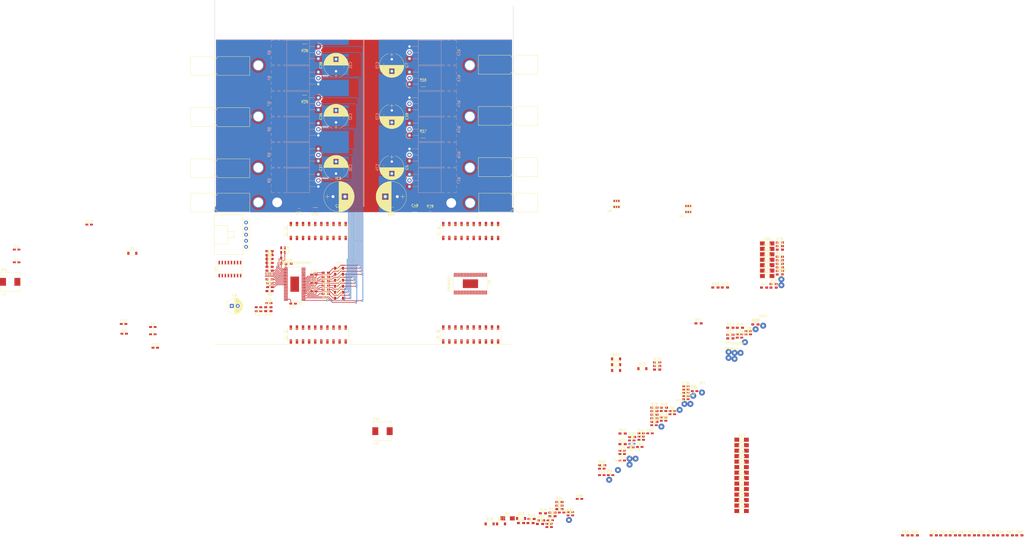
<source format=kicad_pcb>
(kicad_pcb (version 20171130) (host pcbnew "(5.0.0)")
  (layers (0 F.Cu signal) (31 B.Cu signal) (34 B.Paste user) (35 F.Paste user) (36 B.SilkS user hide) (37 F.SilkS user) (38 B.Mask user) (39 F.Mask user) (44 Edge.Cuts user))
  (net 0 "")
  (net 1 SL_B_M2)
  (net 2 "Net-(C1-Pad1)")
  (net 3 PVDD_M1)
  (net 4 SO2_M1)
  (net 5 "Net-(C13-Pad1)")
  (net 6 "Net-(C13-Pad2)")
  (net 7 SO1_M1)
  (net 8 "Net-(C16-Pad2)")
  (net 9 "Net-(C17-Pad1)")
  (net 10 "Net-(C17-Pad2)")
  (net 11 SH_A_M1)
  (net 12 "Net-(C18-Pad1)")
  (net 13 "Net-(C19-Pad1)")
  (net 14 SH_B_M1)
  (net 15 SH_C_M1)
  (net 16 "Net-(C20-Pad1)")
  (net 17 PVDDSENSE_M1)
  (net 18 "Net-(C22-Pad2)")
  (net 19 "Net-(C23-Pad2)")
  (net 20 "Net-(C24-Pad2)")
  (net 21 "Net-(C25-Pad2)")
  (net 22 "Net-(C26-Pad2)")
  (net 23 "Net-(C27-Pad2)")
  (net 24 SL_A_M1)
  (net 25 SL_B_M1)
  (net 26 ASENSE_M1)
  (net 27 BSENSE_M1)
  (net 28 CSENSE_M1)
  (net 29 "Net-(C40-Pad2)")
  (net 30 "Net-(C41-Pad1)")
  (net 31 VCC)
  (net 32 "Net-(C43-Pad1)")
  (net 33 "Net-(C43-Pad2)")
  (net 34 "Net-(C44-Pad2)")
  (net 35 "Net-(C44-Pad1)")
  (net 36 PVDD_M2)
  (net 37 "Net-(C48-Pad2)")
  (net 38 PVDDSENSE_M2)
  (net 39 "Net-(C50-Pad1)")
  (net 40 SO2_M2)
  (net 41 "Net-(C58-Pad1)")
  (net 42 "Net-(C58-Pad2)")
  (net 43 SO1_M2)
  (net 44 "Net-(C60-Pad1)")
  (net 45 "Net-(C60-Pad2)")
  (net 46 "Net-(C61-Pad1)")
  (net 47 SH_A_M2)
  (net 48 SH_B_M2)
  (net 49 "Net-(C62-Pad1)")
  (net 50 "Net-(C63-Pad1)")
  (net 51 SH_C_M2)
  (net 52 "Net-(C64-Pad2)")
  (net 53 "Net-(C65-Pad2)")
  (net 54 "Net-(C66-Pad2)")
  (net 55 "Net-(C67-Pad2)")
  (net 56 "Net-(C68-Pad2)")
  (net 57 "Net-(C69-Pad2)")
  (net 58 SL_A_M2)
  (net 59 ASENSE_M2)
  (net 60 BSENSE_M2)
  (net 61 CSENSE_M2)
  (net 62 232_TX_M1)
  (net 63 232_RX_M1)
  (net 64 232_TX_M2)
  (net 65 232_RX_M2)
  (net 66 "Net-(D2-Pad1)")
  (net 67 GL_C_M1)
  (net 68 "Net-(D3-Pad1)")
  (net 69 "Net-(D4-Pad1)")
  (net 70 NFAULT_M1)
  (net 71 "Net-(D5-Pad1)")
  (net 72 "Net-(D6-Pad1)")
  (net 73 NOCTW_M1)
  (net 74 "Net-(D7-Pad1)")
  (net 75 "Net-(D8-Pad1)")
  (net 76 "Net-(D9-Pad1)")
  (net 77 "Net-(D10-Pad1)")
  (net 78 "Net-(D11-Pad1)")
  (net 79 "Net-(D12-Pad1)")
  (net 80 NFAULT_M2)
  (net 81 "Net-(D13-Pad1)")
  (net 82 "Net-(D14-Pad1)")
  (net 83 NOCTW_M2)
  (net 84 "Net-(D16-Pad1)")
  (net 85 "Net-(D17-Pad1)")
  (net 86 "Net-(D18-Pad1)")
  (net 87 "Net-(D19-Pad1)")
  (net 88 "Net-(D20-Pad1)")
  (net 89 "Net-(D21-Pad1)")
  (net 90 GH_C_M1)
  (net 91 "Net-(D22-Pad1)")
  (net 92 GL_B_M1)
  (net 93 "Net-(D23-Pad1)")
  (net 94 GH_B_M1)
  (net 95 "Net-(D24-Pad1)")
  (net 96 GL_A_M1)
  (net 97 "Net-(D25-Pad1)")
  (net 98 GH_A_M1)
  (net 99 "Net-(D26-Pad1)")
  (net 100 GH_A_M2)
  (net 101 "Net-(D27-Pad1)")
  (net 102 "Net-(D28-Pad1)")
  (net 103 GL_A_M2)
  (net 104 "Net-(D29-Pad1)")
  (net 105 GH_B_M2)
  (net 106 GL_B_M2)
  (net 107 "Net-(D30-Pad1)")
  (net 108 GH_C_M2)
  (net 109 "Net-(D31-Pad1)")
  (net 110 "Net-(D32-Pad1)")
  (net 111 GL_C_M2)
  (net 112 "Net-(D33-Pad1)")
  (net 113 "Net-(D34-Pad1)")
  (net 114 "Net-(D35-Pad1)")
  (net 115 "Net-(D36-Pad1)")
  (net 116 PWRGD_M1)
  (net 117 "Net-(R4-Pad2)")
  (net 118 DC_CAL_M1)
  (net 119 EN_GATE_M1)
  (net 120 "Net-(R11-Pad2)")
  (net 121 "Net-(R12-Pad1)")
  (net 122 "Net-(R18-Pad1)")
  (net 123 "Net-(R19-Pad1)")
  (net 124 PWRGD_M2)
  (net 125 DC_CAL_M2)
  (net 126 "Net-(R42-Pad2)")
  (net 127 EN_GATE_M2)
  (net 128 "Net-(R45-Pad2)")
  (net 129 "Net-(R46-Pad1)")
  (net 130 "Net-(R47-Pad1)")
  (net 131 "Net-(R48-Pad1)")
  (net 132 INL_C_M1)
  (net 133 INH_C_M1)
  (net 134 INL_B_M1)
  (net 135 INH_B_M1)
  (net 136 INL_A_M1)
  (net 137 INH_A_M1)
  (net 138 SCLK_M1)
  (net 139 SDO_M1)
  (net 140 SDI_M1)
  (net 141 NSCS_M1)
  (net 142 UART_TX_M1)
  (net 143 UART_RX_M1)
  (net 144 SDO_M2)
  (net 145 UART_TX_M2)
  (net 146 UART_RX_M2)
  (net 147 NSCS_M2)
  (net 148 SCLK_M2)
  (net 149 INH_A_M2)
  (net 150 INL_A_M2)
  (net 151 INH_B_M2)
  (net 152 INL_B_M2)
  (net 153 INH_C_M2)
  (net 154 INL_C_M2)
  (net 155 PVDDSENSE)
  (net 156 "Net-(U3-PadRese)")
  (net 157 "Net-(U3-PadNC)")
  (net 158 "Net-(U3-Pad+5V)")
  (net 159 GND)
  (module Resistors_SMD:R_0603_HandSoldering (layer F.Cu) (at 73.4 47.375)
    (fp_text reference R4 (at 0 -1.45) (layer F.SilkS))
    (fp_text value 31.6k)
    (pad 2 smd rect (at 1.1 0) (size 1.2 0.9) (layers F.Cu F.Paste F.Mask) (net 117 "Net-(R4-Pad2)"))
    (pad 1 smd rect (at -1.1 0) (size 1.2 0.9) (layers F.Cu F.Paste F.Mask) (net 31 VCC))
  )
  (module Resistors_SMD:R_0603_HandSoldering (layer F.Cu) (at 73.4 45.75 180)
    (fp_text reference R5 (at 0 -1.45 180) (layer F.SilkS))
    (fp_text value 10k)
    (pad 2 smd rect (at 1.1 0 180) (size 1.2 0.9) (layers F.Cu F.Paste F.Mask) (net 159 GND))
    (pad 1 smd rect (at -1.1 0 180) (size 1.2 0.9) (layers F.Cu F.Paste F.Mask) (net 117 "Net-(R4-Pad2)"))
  )
  (module Resistors_SMD:R_0603_HandSoldering (layer F.Cu) (at 73.4 53.875 180)
    (fp_text reference R19 (at 0 -1.45 180) (layer F.SilkS))
    (fp_text value 150k)
    (pad 2 smd rect (at 1.1 0 180) (size 1.2 0.9) (layers F.Cu F.Paste F.Mask) (net 159 GND))
    (pad 1 smd rect (at -1.1 0 180) (size 1.2 0.9) (layers F.Cu F.Paste F.Mask) (net 123 "Net-(R19-Pad1)"))
  )
  (module Resistors_SMD:R_0603_HandSoldering (layer F.Cu) (at 73.4 50.625)
    (fp_text reference R2 (at 0 -1.45) (layer F.SilkS))
    (fp_text value 10k)
    (pad 2 smd rect (at 1.1 0) (size 1.2 0.9) (layers F.Cu F.Paste F.Mask) (net 73 NOCTW_M1))
    (pad 1 smd rect (at -1.1 0) (size 1.2 0.9) (layers F.Cu F.Paste F.Mask) (net 31 VCC))
  )
  (module Resistors_SMD:R_0603_HandSoldering (layer F.Cu) (at 73.4 52.25)
    (fp_text reference R1 (at 0 -1.45) (layer F.SilkS))
    (fp_text value 10k)
    (pad 2 smd rect (at 1.1 0) (size 1.2 0.9) (layers F.Cu F.Paste F.Mask) (net 70 NFAULT_M1))
    (pad 1 smd rect (at -1.1 0) (size 1.2 0.9) (layers F.Cu F.Paste F.Mask) (net 31 VCC))
  )
  (module Resistors_SMD:R_0603_HandSoldering (layer F.Cu) (at 73.4 49)
    (fp_text reference R3 (at 0 -1.45) (layer F.SilkS))
    (fp_text value 10k)
    (pad 2 smd rect (at 1.1 0) (size 1.2 0.9) (layers F.Cu F.Paste F.Mask) (net 116 PWRGD_M1))
    (pad 1 smd rect (at -1.1 0) (size 1.2 0.9) (layers F.Cu F.Paste F.Mask) (net 31 VCC))
  )
  (module MRDT_ICs:DRV8301 (layer F.Cu) (at 83.875 59.5)
    (fp_text reference U1 (at 2.25 7.9756) (layer F.SilkS))
    (fp_text value DCA56_6P35X3P61 (at 0 -8.89) (layer F.SilkS))
    (pad 57 smd rect (at 0 0) (size 3.61 6.35) (layers F.Cu F.Paste F.Mask) (net 159 GND))
    (pad 56 smd rect (at 3.6703 -6.749986) (size 1.6764 0.3048) (layers F.Cu F.Paste F.Mask) (net 18 "Net-(C22-Pad2)"))
    (pad 55 smd rect (at 3.6703 -6.249988) (size 1.6764 0.3048) (layers F.Cu F.Paste F.Mask))
    (pad 54 smd rect (at 3.6703 -5.749988) (size 1.6764 0.3048) (layers F.Cu F.Paste F.Mask) (net 3 PVDD_M1))
    (pad 53 smd rect (at 3.6703 -5.24999) (size 1.6764 0.3048) (layers F.Cu F.Paste F.Mask) (net 3 PVDD_M1))
    (pad 52 smd rect (at 3.6703 -4.74999) (size 1.6764 0.3048) (layers F.Cu F.Paste F.Mask) (net 6 "Net-(C13-Pad2)"))
    (pad 51 smd rect (at 3.6703 -4.249991) (size 1.6764 0.3048) (layers F.Cu F.Paste F.Mask) (net 5 "Net-(C13-Pad1)"))
    (pad 50 smd rect (at 3.6703 -3.749992) (size 1.6764 0.3048) (layers F.Cu F.Paste F.Mask) (net 5 "Net-(C13-Pad1)"))
    (pad 49 smd rect (at 3.6703 -3.249994) (size 1.6764 0.3048) (layers F.Cu F.Paste F.Mask) (net 31 VCC))
    (pad 48 smd rect (at 3.6703 -2.749994) (size 1.6764 0.3048) (layers F.Cu F.Paste F.Mask) (net 12 "Net-(C18-Pad1)"))
    (pad 47 smd rect (at 3.6703 -2.249996) (size 1.6764 0.3048) (layers F.Cu F.Paste F.Mask) (net 98 GH_A_M1))
    (pad 46 smd rect (at 3.6703 -1.749996) (size 1.6764 0.3048) (layers F.Cu F.Paste F.Mask) (net 11 SH_A_M1))
    (pad 45 smd rect (at 3.6703 -1.249997) (size 1.6764 0.3048) (layers F.Cu F.Paste F.Mask) (net 96 GL_A_M1))
    (pad 44 smd rect (at 3.6703 -0.749998) (size 1.6764 0.3048) (layers F.Cu F.Paste F.Mask) (net 24 SL_A_M1))
    (pad 43 smd rect (at 3.6703 -0.25) (size 1.6764 0.3048) (layers F.Cu F.Paste F.Mask) (net 13 "Net-(C19-Pad1)"))
    (pad 42 smd rect (at 3.6703 0.25) (size 1.6764 0.3048) (layers F.Cu F.Paste F.Mask) (net 94 GH_B_M1))
    (pad 41 smd rect (at 3.6703 0.749998) (size 1.6764 0.3048) (layers F.Cu F.Paste F.Mask) (net 14 SH_B_M1))
    (pad 40 smd rect (at 3.6703 1.249997) (size 1.6764 0.3048) (layers F.Cu F.Paste F.Mask) (net 92 GL_B_M1))
    (pad 39 smd rect (at 3.6703 1.749996) (size 1.6764 0.3048) (layers F.Cu F.Paste F.Mask) (net 25 SL_B_M1))
    (pad 38 smd rect (at 3.6703 2.249996) (size 1.6764 0.3048) (layers F.Cu F.Paste F.Mask) (net 16 "Net-(C20-Pad1)"))
    (pad 37 smd rect (at 3.6703 2.749994) (size 1.6764 0.3048) (layers F.Cu F.Paste F.Mask) (net 90 GH_C_M1))
    (pad 36 smd rect (at 3.6703 3.249994) (size 1.6764 0.3048) (layers F.Cu F.Paste F.Mask) (net 15 SH_C_M1))
    (pad 35 smd rect (at 3.6703 3.749992) (size 1.6764 0.3048) (layers F.Cu F.Paste F.Mask) (net 67 GL_C_M1))
    (pad 34 smd rect (at 3.6703 4.249991) (size 1.6764 0.3048) (layers F.Cu F.Paste F.Mask) (net 159 GND))
    (pad 33 smd rect (at 3.6703 4.74999) (size 1.6764 0.3048) (layers F.Cu F.Paste F.Mask) (net 24 SL_A_M1))
    (pad 32 smd rect (at 3.6703 5.24999) (size 1.6764 0.3048) (layers F.Cu F.Paste F.Mask) (net 159 GND))
    (pad 31 smd rect (at 3.6703 5.749988) (size 1.6764 0.3048) (layers F.Cu F.Paste F.Mask) (net 25 SL_B_M1))
    (pad 30 smd rect (at 3.6703 6.249988) (size 1.6764 0.3048) (layers F.Cu F.Paste F.Mask) (net 159 GND))
    (pad 29 smd rect (at 3.6703 6.749986) (size 1.6764 0.3048) (layers F.Cu F.Paste F.Mask) (net 3 PVDD_M1))
    (pad 28 smd rect (at -3.6703 6.749986) (size 1.6764 0.3048) (layers F.Cu F.Paste F.Mask) (net 159 GND))
    (pad 27 smd rect (at -3.6703 6.249988) (size 1.6764 0.3048) (layers F.Cu F.Paste F.Mask) (net 23 "Net-(C27-Pad2)"))
    (pad 26 smd rect (at -3.6703 5.749988) (size 1.6764 0.3048) (layers F.Cu F.Paste F.Mask) (net 121 "Net-(R12-Pad1)"))
    (pad 25 smd rect (at -3.6703 5.24999) (size 1.6764 0.3048) (layers F.Cu F.Paste F.Mask) (net 120 "Net-(R11-Pad2)"))
    (pad 24 smd rect (at -3.6703 4.74999) (size 1.6764 0.3048) (layers F.Cu F.Paste F.Mask) (net 31 VCC))
    (pad 23 smd rect (at -3.6703 4.249991) (size 1.6764 0.3048) (layers F.Cu F.Paste F.Mask) (net 22 "Net-(C26-Pad2)"))
    (pad 22 smd rect (at -3.6703 3.749992) (size 1.6764 0.3048) (layers F.Cu F.Paste F.Mask) (net 132 INL_C_M1))
    (pad 21 smd rect (at -3.6703 3.249994) (size 1.6764 0.3048) (layers F.Cu F.Paste F.Mask) (net 133 INH_C_M1))
    (pad 20 smd rect (at -3.6703 2.749994) (size 1.6764 0.3048) (layers F.Cu F.Paste F.Mask) (net 134 INL_B_M1))
    (pad 19 smd rect (at -3.6703 2.249996) (size 1.6764 0.3048) (layers F.Cu F.Paste F.Mask) (net 135 INH_B_M1))
    (pad 18 smd rect (at -3.6703 1.749996) (size 1.6764 0.3048) (layers F.Cu F.Paste F.Mask) (net 136 INL_A_M1))
    (pad 17 smd rect (at -3.6703 1.249997) (size 1.6764 0.3048) (layers F.Cu F.Paste F.Mask) (net 137 INH_A_M1))
    (pad 16 smd rect (at -3.6703 0.749998) (size 1.6764 0.3048) (layers F.Cu F.Paste F.Mask) (net 119 EN_GATE_M1))
    (pad 15 smd rect (at -3.6703 0.25) (size 1.6764 0.3048) (layers F.Cu F.Paste F.Mask) (net 10 "Net-(C17-Pad2)"))
    (pad 14 smd rect (at -3.6703 -0.25) (size 1.6764 0.3048) (layers F.Cu F.Paste F.Mask) (net 9 "Net-(C17-Pad1)"))
    (pad 13 smd rect (at -3.6703 -0.749998) (size 1.6764 0.3048) (layers F.Cu F.Paste F.Mask) (net 21 "Net-(C25-Pad2)"))
    (pad 12 smd rect (at -3.6703 -1.249997) (size 1.6764 0.3048) (layers F.Cu F.Paste F.Mask) (net 118 DC_CAL_M1))
    (pad 11 smd rect (at -3.6703 -1.749996) (size 1.6764 0.3048) (layers F.Cu F.Paste F.Mask) (net 138 SCLK_M1))
    (pad 10 smd rect (at -3.6703 -2.249996) (size 1.6764 0.3048) (layers F.Cu F.Paste F.Mask) (net 139 SDO_M1))
    (pad 9 smd rect (at -3.6703 -2.749994) (size 1.6764 0.3048) (layers F.Cu F.Paste F.Mask) (net 140 SDI_M1))
    (pad 8 smd rect (at -3.6703 -3.249994) (size 1.6764 0.3048) (layers F.Cu F.Paste F.Mask) (net 141 NSCS_M1))
    (pad 7 smd rect (at -3.6703 -3.749992) (size 1.6764 0.3048) (layers F.Cu F.Paste F.Mask) (net 123 "Net-(R19-Pad1)"))
    (pad 6 smd rect (at -3.6703 -4.249991) (size 1.6764 0.3048) (layers F.Cu F.Paste F.Mask) (net 70 NFAULT_M1))
    (pad 5 smd rect (at -3.6703 -4.74999) (size 1.6764 0.3048) (layers F.Cu F.Paste F.Mask) (net 73 NOCTW_M1))
    (pad 4 smd rect (at -3.6703 -5.24999) (size 1.6764 0.3048) (layers F.Cu F.Paste F.Mask) (net 116 PWRGD_M1))
    (pad 3 smd rect (at -3.6703 -5.749988) (size 1.6764 0.3048) (layers F.Cu F.Paste F.Mask) (net 117 "Net-(R4-Pad2)"))
    (pad 2 smd rect (at -3.6703 -6.249988) (size 1.6764 0.3048) (layers F.Cu F.Paste F.Mask) (net 19 "Net-(C23-Pad2)"))
    (pad 1 smd rect (at -3.6703 -6.749986) (size 1.6764 0.3048) (layers F.Cu F.Paste F.Mask) (net 122 "Net-(R18-Pad1)"))
  )
  (module MotorController_Hardware:TO-220-3_Horizontal_Reversed_NoHole (layer B.Cu) (at 93.726 -2.54 90)
    (fp_text reference Q6 (at 2.54 -20.58 90) (layer B.SilkS) (effects (justify mirror)))
    (fp_text value Q_NMOS_DGS)
    (pad 3 thru_hole oval (at 5.08 0 90) (size 1.8 1.8) (drill 1) (layers *.Cu *.Mask) (net 14 SH_B_M1))
    (pad 2 thru_hole oval (at 2.54 0 90) (size 1.8 1.8) (drill 1) (layers *.Cu *.Mask) (net 76 "Net-(D9-Pad1)"))
    (pad 1 thru_hole rect (at 0 0 90) (size 1.8 1.8) (drill 1) (layers *.Cu *.Mask) (net 3 PVDD_M1))
  )
  (module MotorController_Hardware:TO-220-3_Horizontal_Reversed_NoHole (layer B.Cu) (at 131.699 -18.288 270)
    (fp_text reference Q14 (at 2.54 -20.58 270) (layer B.SilkS) (effects (justify mirror)))
    (fp_text value Q_NMOS_DGS)
    (pad 1 thru_hole rect (at 0 0 270) (size 1.8 1.8) (drill 1) (layers *.Cu *.Mask) (net 36 PVDD_M2))
    (pad 2 thru_hole oval (at 2.54 0 270) (size 1.8 1.8) (drill 1) (layers *.Cu *.Mask) (net 86 "Net-(D18-Pad1)"))
    (pad 3 thru_hole oval (at 5.08 0 270) (size 1.8 1.8) (drill 1) (layers *.Cu *.Mask) (net 48 SH_B_M2))
  )
  (module MotorController_Hardware:TO-220-3_Horizontal_Reversed_NoHole (layer B.Cu) (at 93.726 -13.208 90)
    (fp_text reference Q7 (at 2.54 -20.58 90) (layer B.SilkS) (effects (justify mirror)))
    (fp_text value Q_NMOS_DGS)
    (pad 1 thru_hole rect (at 0 0 90) (size 1.8 1.8) (drill 1) (layers *.Cu *.Mask) (net 14 SH_B_M1))
    (pad 2 thru_hole oval (at 2.54 0 90) (size 1.8 1.8) (drill 1) (layers *.Cu *.Mask) (net 77 "Net-(D10-Pad1)"))
    (pad 3 thru_hole oval (at 5.08 0 90) (size 1.8 1.8) (drill 1) (layers *.Cu *.Mask) (net 25 SL_B_M1))
  )
  (module MotorController_Hardware:TO-220-3_Horizontal_Reversed_NoHole (layer B.Cu) (at 93.726 18.796 90)
    (fp_text reference Q8 (at 2.54 -20.58 90) (layer B.SilkS) (effects (justify mirror)))
    (fp_text value Q_NMOS_DGS)
    (pad 3 thru_hole oval (at 5.08 0 90) (size 1.8 1.8) (drill 1) (layers *.Cu *.Mask) (net 15 SH_C_M1))
    (pad 2 thru_hole oval (at 2.54 0 90) (size 1.8 1.8) (drill 1) (layers *.Cu *.Mask) (net 78 "Net-(D11-Pad1)"))
    (pad 1 thru_hole rect (at 0 0 90) (size 1.8 1.8) (drill 1) (layers *.Cu *.Mask) (net 3 PVDD_M1))
  )
  (module MotorController_Hardware:TO-220-3_Horizontal_Reversed_NoHole (layer B.Cu) (at 131.699 -39.624 270)
    (fp_text reference Q12 (at 2.54 -20.58 270) (layer B.SilkS) (effects (justify mirror)))
    (fp_text value Q_NMOS_DGS)
    (pad 3 thru_hole oval (at 5.08 0 270) (size 1.8 1.8) (drill 1) (layers *.Cu *.Mask) (net 47 SH_A_M2))
    (pad 2 thru_hole oval (at 2.54 0 270) (size 1.8 1.8) (drill 1) (layers *.Cu *.Mask) (net 84 "Net-(D16-Pad1)"))
    (pad 1 thru_hole rect (at 0 0 270) (size 1.8 1.8) (drill 1) (layers *.Cu *.Mask) (net 36 PVDD_M2))
  )
  (module MotorController_Hardware:TO-220-3_Horizontal_Reversed_NoHole (layer B.Cu) (at 93.726 8.128 90)
    (fp_text reference Q9 (at 2.54 -20.58 90) (layer B.SilkS) (effects (justify mirror)))
    (fp_text value Q_NMOS_DGS)
    (pad 1 thru_hole rect (at 0 0 90) (size 1.8 1.8) (drill 1) (layers *.Cu *.Mask) (net 15 SH_C_M1))
    (pad 2 thru_hole oval (at 2.54 0 90) (size 1.8 1.8) (drill 1) (layers *.Cu *.Mask) (net 79 "Net-(D12-Pad1)"))
    (pad 3 thru_hole oval (at 5.08 0 90) (size 1.8 1.8) (drill 1) (layers *.Cu *.Mask) (net 159 GND))
  )
  (module MotorController_Hardware:TO-220-3_Horizontal_Reversed_NoHole (layer B.Cu) (at 93.726 -34.544 90)
    (fp_text reference Q5 (at 2.54 -20.58 90) (layer B.SilkS) (effects (justify mirror)))
    (fp_text value Q_NMOS_DGS)
    (pad 3 thru_hole oval (at 5.08 0 90) (size 1.8 1.8) (drill 1) (layers *.Cu *.Mask) (net 24 SL_A_M1))
    (pad 2 thru_hole oval (at 2.54 0 90) (size 1.8 1.8) (drill 1) (layers *.Cu *.Mask) (net 75 "Net-(D8-Pad1)"))
    (pad 1 thru_hole rect (at 0 0 90) (size 1.8 1.8) (drill 1) (layers *.Cu *.Mask) (net 11 SH_A_M1))
  )
  (module MotorController_Hardware:TO-220-3_Horizontal_Reversed_NoHole (layer B.Cu) (at 93.726 -23.876 90)
    (fp_text reference Q4 (at 2.54 -20.58 90) (layer B.SilkS) (effects (justify mirror)))
    (fp_text value Q_NMOS_DGS)
    (pad 1 thru_hole rect (at 0 0 90) (size 1.8 1.8) (drill 1) (layers *.Cu *.Mask) (net 3 PVDD_M1))
    (pad 2 thru_hole oval (at 2.54 0 90) (size 1.8 1.8) (drill 1) (layers *.Cu *.Mask) (net 74 "Net-(D7-Pad1)"))
    (pad 3 thru_hole oval (at 5.08 0 90) (size 1.8 1.8) (drill 1) (layers *.Cu *.Mask) (net 11 SH_A_M1))
  )
  (module MotorController_Hardware:TO-220-3_Horizontal_Reversed_NoHole (layer B.Cu) (at 131.699 -28.956 270)
    (fp_text reference Q13 (at 2.54 -20.58 270) (layer B.SilkS) (effects (justify mirror)))
    (fp_text value Q_NMOS_DGS)
    (pad 3 thru_hole oval (at 5.08 0 270) (size 1.8 1.8) (drill 1) (layers *.Cu *.Mask) (net 58 SL_A_M2))
    (pad 2 thru_hole oval (at 2.54 0 270) (size 1.8 1.8) (drill 1) (layers *.Cu *.Mask) (net 85 "Net-(D17-Pad1)"))
    (pad 1 thru_hole rect (at 0 0 270) (size 1.8 1.8) (drill 1) (layers *.Cu *.Mask) (net 47 SH_A_M2))
  )
  (module MotorController_Hardware:TO-220-3_Horizontal_Reversed_NoHole (layer B.Cu) (at 131.699 -7.62 270)
    (fp_text reference Q15 (at 2.54 -20.58 270) (layer B.SilkS) (effects (justify mirror)))
    (fp_text value Q_NMOS_DGS)
    (pad 1 thru_hole rect (at 0 0 270) (size 1.8 1.8) (drill 1) (layers *.Cu *.Mask) (net 48 SH_B_M2))
    (pad 2 thru_hole oval (at 2.54 0 270) (size 1.8 1.8) (drill 1) (layers *.Cu *.Mask) (net 87 "Net-(D19-Pad1)"))
    (pad 3 thru_hole oval (at 5.08 0 270) (size 1.8 1.8) (drill 1) (layers *.Cu *.Mask) (net 1 SL_B_M2))
  )
  (module MotorController_Hardware:TO-220-3_Horizontal_Reversed_NoHole (layer B.Cu) (at 131.699 3.048 270)
    (fp_text reference Q16 (at 2.54 -20.58 270) (layer B.SilkS) (effects (justify mirror)))
    (fp_text value Q_NMOS_DGS)
    (pad 3 thru_hole oval (at 5.08 0 270) (size 1.8 1.8) (drill 1) (layers *.Cu *.Mask) (net 51 SH_C_M2))
    (pad 2 thru_hole oval (at 2.54 0 270) (size 1.8 1.8) (drill 1) (layers *.Cu *.Mask) (net 88 "Net-(D20-Pad1)"))
    (pad 1 thru_hole rect (at 0 0 270) (size 1.8 1.8) (drill 1) (layers *.Cu *.Mask) (net 36 PVDD_M2))
  )
  (module MotorController_Hardware:TO-220-3_Horizontal_Reversed_NoHole (layer B.Cu) (at 131.699 13.716 270)
    (fp_text reference Q17 (at 2.54 -20.58 270) (layer B.SilkS) (effects (justify mirror)))
    (fp_text value Q_NMOS_DGS)
    (pad 1 thru_hole rect (at 0 0 270) (size 1.8 1.8) (drill 1) (layers *.Cu *.Mask) (net 51 SH_C_M2))
    (pad 2 thru_hole oval (at 2.54 0 270) (size 1.8 1.8) (drill 1) (layers *.Cu *.Mask) (net 89 "Net-(D21-Pad1)"))
    (pad 3 thru_hole oval (at 5.08 0 270) (size 1.8 1.8) (drill 1) (layers *.Cu *.Mask) (net 159 GND))
  )
  (module Capacitors_THT:CP_Radial_D10.0mm_P5.00mm (layer F.Cu) (at 101.092 -7.954 90)
    (fp_text reference C36 (at 2.5 -6.31 90) (layer F.SilkS))
    (fp_text value 220u)
    (pad 2 thru_hole circle (at 5 0 90) (size 2 2) (drill 1) (layers *.Cu *.Mask) (net 159 GND))
    (pad 1 thru_hole rect (at 0 0 90) (size 2 2) (drill 1) (layers *.Cu *.Mask) (net 3 PVDD_M1))
  )
  (module Capacitors_THT:CP_Radial_D10.0mm_P5.00mm (layer F.Cu) (at 124.333 8.382 270)
    (fp_text reference C5 (at 2.5 -6.31 270) (layer F.SilkS))
    (fp_text value 220u)
    (pad 1 thru_hole rect (at 0 0 270) (size 2 2) (drill 1) (layers *.Cu *.Mask) (net 36 PVDD_M2))
    (pad 2 thru_hole circle (at 5 0 270) (size 2 2) (drill 1) (layers *.Cu *.Mask) (net 159 GND))
  )
  (module Capacitors_THT:CP_Radial_D10.0mm_P5.00mm (layer F.Cu) (at 101.092 13.382 90)
    (fp_text reference C37 (at 2.5 -6.31 90) (layer F.SilkS))
    (fp_text value 220u)
    (pad 1 thru_hole rect (at 0 0 90) (size 2 2) (drill 1) (layers *.Cu *.Mask) (net 3 PVDD_M1))
    (pad 2 thru_hole circle (at 5 0 90) (size 2 2) (drill 1) (layers *.Cu *.Mask) (net 159 GND))
  )
  (module Capacitors_THT:CP_Radial_D10.0mm_P5.00mm (layer F.Cu) (at 101.092 -29.29 90)
    (fp_text reference C38 (at 2.5 -6.31 90) (layer F.SilkS))
    (fp_text value 220u)
    (pad 2 thru_hole circle (at 5 0 90) (size 2 2) (drill 1) (layers *.Cu *.Mask) (net 159 GND))
    (pad 1 thru_hole rect (at 0 0 90) (size 2 2) (drill 1) (layers *.Cu *.Mask) (net 3 PVDD_M1))
  )
  (module Capacitors_THT:CP_Radial_D10.0mm_P5.00mm (layer F.Cu) (at 124.333 -12.954 270)
    (fp_text reference C39 (at 2.5 -6.31 270) (layer F.SilkS))
    (fp_text value 220u)
    (pad 1 thru_hole rect (at 0 0 270) (size 2 2) (drill 1) (layers *.Cu *.Mask) (net 36 PVDD_M2))
    (pad 2 thru_hole circle (at 5 0 270) (size 2 2) (drill 1) (layers *.Cu *.Mask) (net 159 GND))
  )
  (module Capacitors_THT:CP_Radial_D10.0mm_P5.00mm (layer F.Cu) (at 124.333 -34.29 270)
    (fp_text reference C7 (at 2.5 -6.31 270) (layer F.SilkS))
    (fp_text value 220u)
    (pad 2 thru_hole circle (at 5 0 270) (size 2 2) (drill 1) (layers *.Cu *.Mask) (net 159 GND))
    (pad 1 thru_hole rect (at 0 0 270) (size 2 2) (drill 1) (layers *.Cu *.Mask) (net 36 PVDD_M2))
  )
  (module Capacitors_SMD:C_0603_HandSoldering (layer F.Cu) (at -31.989189 50.399364)
    (fp_text reference C1 (at 0 -1.25) (layer F.SilkS))
    (fp_text value 0.1u)
    (pad 2 smd rect (at 0.95 0) (size 1.2 0.75) (layers F.Cu F.Paste F.Mask) (net 159 GND))
    (pad 1 smd rect (at -0.95 0) (size 1.2 0.75) (layers F.Cu F.Paste F.Mask) (net 2 "Net-(C1-Pad1)"))
  )
  (module Capacitors_SMD:C_0603_HandSoldering (layer F.Cu) (at 24.766611 80.411564)
    (fp_text reference C2 (at 0 -1.25) (layer F.SilkS))
    (fp_text value 4.7u)
    (pad 1 smd rect (at -0.95 0) (size 1.2 0.75) (layers F.Cu F.Paste F.Mask) (net 3 PVDD_M1))
    (pad 2 smd rect (at 0.95 0) (size 1.2 0.75) (layers F.Cu F.Paste F.Mask) (net 159 GND))
  )
  (module Capacitors_SMD:C_0603_HandSoldering (layer F.Cu) (at -31.989189 45.065364)
    (fp_text reference C3 (at 0 -1.25) (layer F.SilkS))
    (fp_text value 1u)
    (pad 2 smd rect (at 0.95 0) (size 1.2 0.75) (layers F.Cu F.Paste F.Mask) (net 159 GND))
    (pad 1 smd rect (at -0.95 0) (size 1.2 0.75) (layers F.Cu F.Paste F.Mask) (net 2 "Net-(C1-Pad1)"))
  )
  (module Capacitors_SMD:C_0603_HandSoldering (layer F.Cu) (at 24.766611 77.363564)
    (fp_text reference C4 (at 0 -1.25) (layer F.SilkS))
    (fp_text value 0.1u)
    (pad 2 smd rect (at 0.95 0) (size 1.2 0.75) (layers F.Cu F.Paste F.Mask) (net 159 GND))
    (pad 1 smd rect (at -0.95 0) (size 1.2 0.75) (layers F.Cu F.Paste F.Mask) (net 3 PVDD_M1))
  )
  (module Capacitors_SMD:C_0603_HandSoldering (layer F.Cu) (at 12.828611 80.157564)
    (fp_text reference C8 (at 0 -1.25) (layer F.SilkS))
    (fp_text value 4.7u)
    (pad 1 smd rect (at -0.95 0) (size 1.2 0.75) (layers F.Cu F.Paste F.Mask) (net 3 PVDD_M1))
    (pad 2 smd rect (at 0.95 0) (size 1.2 0.75) (layers F.Cu F.Paste F.Mask) (net 159 GND))
  )
  (module Capacitors_THT:CP_Radial_D12.5mm_P5.00mm (layer F.Cu) (at 99.822 22.987)
    (fp_text reference C9 (at 2.5 -7.56) (layer F.SilkS))
    (fp_text value 470u)
    (pad 1 thru_hole rect (at 0 0) (size 2.4 2.4) (drill 1.2) (layers *.Cu *.Mask) (net 3 PVDD_M1))
    (pad 2 thru_hole circle (at 5 0) (size 2.4 2.4) (drill 1.2) (layers *.Cu *.Mask) (net 159 GND))
  )
  (module Capacitors_SMD:C_0603_HandSoldering (layer F.Cu) (at 12.574611 76.093564)
    (fp_text reference C10 (at 0 -1.25) (layer F.SilkS))
    (fp_text value 0.1u)
    (pad 2 smd rect (at 0.95 0) (size 1.2 0.75) (layers F.Cu F.Paste F.Mask) (net 159 GND))
    (pad 1 smd rect (at -0.95 0) (size 1.2 0.75) (layers F.Cu F.Paste F.Mask) (net 3 PVDD_M1))
  )
  (module Capacitors_SMD:C_0603_HandSoldering (layer F.Cu) (at 68.8 70.75 180)
    (fp_text reference C12 (at 0 -1.25 180) (layer F.SilkS))
    (fp_text value 2200p)
    (pad 1 smd rect (at -0.95 0 180) (size 1.2 0.75) (layers F.Cu F.Paste F.Mask) (net 4 SO2_M1))
    (pad 2 smd rect (at 0.95 0 180) (size 1.2 0.75) (layers F.Cu F.Paste F.Mask) (net 159 GND))
  )
  (module Capacitors_SMD:C_0603_HandSoldering (layer F.Cu) (at -1.763189 34.651364)
    (fp_text reference C13 (at 0 -1.25) (layer F.SilkS))
    (fp_text value 0.1u)
    (pad 1 smd rect (at -0.95 0) (size 1.2 0.75) (layers F.Cu F.Paste F.Mask) (net 5 "Net-(C13-Pad1)"))
    (pad 2 smd rect (at 0.95 0) (size 1.2 0.75) (layers F.Cu F.Paste F.Mask) (net 6 "Net-(C13-Pad2)"))
  )
  (module Capacitors_SMD:C_0603_HandSoldering (layer F.Cu) (at 68.8 69.125 180)
    (fp_text reference C14 (at 0 -1.25 180) (layer F.SilkS))
    (fp_text value 2200p)
    (pad 2 smd rect (at 0.95 0 180) (size 1.2 0.75) (layers F.Cu F.Paste F.Mask) (net 159 GND))
    (pad 1 smd rect (at -0.95 0 180) (size 1.2 0.75) (layers F.Cu F.Paste F.Mask) (net 7 SO1_M1))
  )
  (module Capacitors_SMD:C_0603_HandSoldering (layer F.Cu) (at 73.55 60.75)
    (fp_text reference C17 (at 0 -1.25) (layer F.SilkS))
    (fp_text value .022u)
    (pad 2 smd rect (at 0.95 0) (size 1.2 0.75) (layers F.Cu F.Paste F.Mask) (net 10 "Net-(C17-Pad2)"))
    (pad 1 smd rect (at -0.95 0) (size 1.2 0.75) (layers F.Cu F.Paste F.Mask) (net 9 "Net-(C17-Pad1)"))
  )
  (module Capacitors_SMD:C_0603_HandSoldering (layer F.Cu) (at 91.875 55.5)
    (fp_text reference C18 (at 0 -1.25) (layer F.SilkS))
    (fp_text value 0.1u)
    (pad 2 smd rect (at 0.95 0) (size 1.2 0.75) (layers F.Cu F.Paste F.Mask) (net 11 SH_A_M1))
    (pad 1 smd rect (at -0.95 0) (size 1.2 0.75) (layers F.Cu F.Paste F.Mask) (net 12 "Net-(C18-Pad1)"))
  )
  (module Capacitors_SMD:C_0603_HandSoldering (layer F.Cu) (at 91.875 59)
    (fp_text reference C19 (at 0 -1.25) (layer F.SilkS))
    (fp_text value 0.1u)
    (pad 1 smd rect (at -0.95 0) (size 1.2 0.75) (layers F.Cu F.Paste F.Mask) (net 13 "Net-(C19-Pad1)"))
    (pad 2 smd rect (at 0.95 0) (size 1.2 0.75) (layers F.Cu F.Paste F.Mask) (net 14 SH_B_M1))
  )
  (module Capacitors_SMD:C_0603_HandSoldering (layer F.Cu) (at 91.875 62.5)
    (fp_text reference C20 (at 0 -1.25) (layer F.SilkS))
    (fp_text value 0.1u)
    (pad 2 smd rect (at 0.95 0) (size 1.2 0.75) (layers F.Cu F.Paste F.Mask) (net 15 SH_C_M1))
    (pad 1 smd rect (at -0.95 0) (size 1.2 0.75) (layers F.Cu F.Paste F.Mask) (net 16 "Net-(C20-Pad1)"))
  )
  (module Capacitors_SMD:C_0603_HandSoldering (layer F.Cu) (at 215.471501 139.147001)
    (fp_text reference C21 (at 0 -1.25) (layer F.SilkS))
    (fp_text value 0.1u)
    (pad 2 smd rect (at 0.95 0) (size 1.2 0.75) (layers F.Cu F.Paste F.Mask) (net 159 GND))
    (pad 1 smd rect (at -0.95 0) (size 1.2 0.75) (layers F.Cu F.Paste F.Mask) (net 17 PVDDSENSE_M1))
  )
  (module Capacitors_SMD:C_0603_HandSoldering (layer F.Cu) (at 25.782611 85.999564)
    (fp_text reference C22 (at 0 -1.25) (layer F.SilkS))
    (fp_text value 0.015u)
    (pad 1 smd rect (at -0.95 0) (size 1.2 0.75) (layers F.Cu F.Paste F.Mask) (net 159 GND))
    (pad 2 smd rect (at 0.95 0) (size 1.2 0.75) (layers F.Cu F.Paste F.Mask) (net 18 "Net-(C22-Pad2)"))
  )
  (module Capacitors_SMD:C_0603_HandSoldering (layer F.Cu) (at 79.75 45.3 270)
    (fp_text reference C23 (at 0 -1.25 270) (layer F.SilkS))
    (fp_text value 120p)
    (pad 2 smd rect (at 0.95 0 270) (size 1.2 0.75) (layers F.Cu F.Paste F.Mask) (net 19 "Net-(C23-Pad2)"))
    (pad 1 smd rect (at -0.95 0 270) (size 1.2 0.75) (layers F.Cu F.Paste F.Mask) (net 159 GND))
  )
  (module Capacitors_SMD:C_0603_HandSoldering (layer F.Cu) (at 78.25 45.3 270)
    (fp_text reference C24 (at 0 -1.25 270) (layer F.SilkS))
    (fp_text value 6800p)
    (pad 2 smd rect (at 0.95 0 270) (size 1.2 0.75) (layers F.Cu F.Paste F.Mask) (net 20 "Net-(C24-Pad2)"))
    (pad 1 smd rect (at -0.95 0 270) (size 1.2 0.75) (layers F.Cu F.Paste F.Mask) (net 159 GND))
  )
  (module Capacitors_SMD:C_0603_HandSoldering (layer F.Cu) (at 73.55 59.125)
    (fp_text reference C25 (at 0 -1.25) (layer F.SilkS))
    (fp_text value 2.2u)
    (pad 1 smd rect (at -0.95 0) (size 1.2 0.75) (layers F.Cu F.Paste F.Mask) (net 159 GND))
    (pad 2 smd rect (at 0.95 0) (size 1.2 0.75) (layers F.Cu F.Paste F.Mask) (net 21 "Net-(C25-Pad2)"))
  )
  (module Capacitors_SMD:C_0603_HandSoldering (layer F.Cu) (at 73.05 67.375)
    (fp_text reference C26 (at 0 -1.25) (layer F.SilkS))
    (fp_text value 1u)
    (pad 1 smd rect (at -0.95 0) (size 1.2 0.75) (layers F.Cu F.Paste F.Mask) (net 159 GND))
    (pad 2 smd rect (at 0.95 0) (size 1.2 0.75) (layers F.Cu F.Paste F.Mask) (net 22 "Net-(C26-Pad2)"))
  )
  (module Capacitors_SMD:C_0603_HandSoldering (layer F.Cu) (at 83.2 67.625 180)
    (fp_text reference C27 (at 0 -1.25 180) (layer F.SilkS))
    (fp_text value 1u)
    (pad 1 smd rect (at -0.95 0 180) (size 1.2 0.75) (layers F.Cu F.Paste F.Mask) (net 159 GND))
    (pad 2 smd rect (at 0.95 0 180) (size 1.2 0.75) (layers F.Cu F.Paste F.Mask) (net 23 "Net-(C27-Pad2)"))
  )
  (module Capacitors_SMD:C_0603_HandSoldering (layer F.Cu) (at 272.841501 79.087001)
    (fp_text reference C28 (at 0 -1.25) (layer F.SilkS))
    (fp_text value 1000p)
    (pad 1 smd rect (at -0.95 0) (size 1.2 0.75) (layers F.Cu F.Paste F.Mask) (net 24 SL_A_M1))
    (pad 2 smd rect (at 0.95 0) (size 1.2 0.75) (layers F.Cu F.Paste F.Mask) (net 159 GND))
  )
  (module Capacitors_SMD:C_0603_HandSoldering (layer F.Cu) (at 272.841501 80.437001)
    (fp_text reference C29 (at 0 -1.25) (layer F.SilkS))
    (fp_text value 1000p)
    (pad 1 smd rect (at -0.95 0) (size 1.2 0.75) (layers F.Cu F.Paste F.Mask) (net 25 SL_B_M1))
    (pad 2 smd rect (at 0.95 0) (size 1.2 0.75) (layers F.Cu F.Paste F.Mask) (net 159 GND))
  )
  (module Capacitors_SMD:C_0603_HandSoldering (layer F.Cu) (at 269.191501 80.437001)
    (fp_text reference C33 (at 0 -1.25) (layer F.SilkS))
    (fp_text value 0.1u)
    (pad 2 smd rect (at 0.95 0) (size 1.2 0.75) (layers F.Cu F.Paste F.Mask) (net 159 GND))
    (pad 1 smd rect (at -0.95 0) (size 1.2 0.75) (layers F.Cu F.Paste F.Mask) (net 26 ASENSE_M1))
  )
  (module Capacitors_SMD:C_0603_HandSoldering (layer F.Cu) (at 189.891501 159.437001)
    (fp_text reference C34 (at 0 -1.25) (layer F.SilkS))
    (fp_text value 0.1u)
    (pad 1 smd rect (at -0.95 0) (size 1.2 0.75) (layers F.Cu F.Paste F.Mask) (net 27 BSENSE_M1))
    (pad 2 smd rect (at 0.95 0) (size 1.2 0.75) (layers F.Cu F.Paste F.Mask) (net 159 GND))
  )
  (module Capacitors_SMD:C_0603_HandSoldering (layer F.Cu) (at 189.891501 160.787001)
    (fp_text reference C35 (at 0 -1.25) (layer F.SilkS))
    (fp_text value 0.1u)
    (pad 1 smd rect (at -0.95 0) (size 1.2 0.75) (layers F.Cu F.Paste F.Mask) (net 28 CSENSE_M1))
    (pad 2 smd rect (at 0.95 0) (size 1.2 0.75) (layers F.Cu F.Paste F.Mask) (net 159 GND))
  )
  (module Capacitors_SMD:C_0603_HandSoldering (layer F.Cu) (at 190.321501 157.957001)
    (fp_text reference C40 (at 0 -1.25) (layer F.SilkS))
    (fp_text value 0.1u)
    (pad 2 smd rect (at 0.95 0) (size 1.2 0.75) (layers F.Cu F.Paste F.Mask) (net 29 "Net-(C40-Pad2)"))
    (pad 1 smd rect (at -0.95 0) (size 1.2 0.75) (layers F.Cu F.Paste F.Mask) (net 159 GND))
  )
  (module Capacitors_SMD:C_0603_HandSoldering (layer F.Cu) (at 195.071501 154.737001)
    (fp_text reference C41 (at 0 -1.25) (layer F.SilkS))
    (fp_text value 0.1u)
    (pad 1 smd rect (at -0.95 0) (size 1.2 0.75) (layers F.Cu F.Paste F.Mask) (net 30 "Net-(C41-Pad1)"))
    (pad 2 smd rect (at 0.95 0) (size 1.2 0.75) (layers F.Cu F.Paste F.Mask) (net 159 GND))
  )
  (module Capacitors_SMD:C_0603_HandSoldering (layer F.Cu) (at 269.191501 81.787001)
    (fp_text reference C42 (at 0 -1.25) (layer F.SilkS))
    (fp_text value 0.1u)
    (pad 2 smd rect (at 0.95 0) (size 1.2 0.75) (layers F.Cu F.Paste F.Mask) (net 159 GND))
    (pad 1 smd rect (at -0.95 0) (size 1.2 0.75) (layers F.Cu F.Paste F.Mask) (net 31 VCC))
  )
  (module Capacitors_SMD:C_0603_HandSoldering (layer F.Cu) (at 211.821501 139.147001)
    (fp_text reference C43 (at 0 -1.25) (layer F.SilkS))
    (fp_text value 0.1u)
    (pad 1 smd rect (at -0.95 0) (size 1.2 0.75) (layers F.Cu F.Paste F.Mask) (net 32 "Net-(C43-Pad1)"))
    (pad 2 smd rect (at 0.95 0) (size 1.2 0.75) (layers F.Cu F.Paste F.Mask) (net 33 "Net-(C43-Pad2)"))
  )
  (module Capacitors_SMD:C_0603_HandSoldering (layer F.Cu) (at 228.251501 121.717001)
    (fp_text reference C44 (at 0 -1.25) (layer F.SilkS))
    (fp_text value 0.1u)
    (pad 2 smd rect (at 0.95 0) (size 1.2 0.75) (layers F.Cu F.Paste F.Mask) (net 34 "Net-(C44-Pad2)"))
    (pad 1 smd rect (at -0.95 0) (size 1.2 0.75) (layers F.Cu F.Paste F.Mask) (net 35 "Net-(C44-Pad1)"))
  )
  (module Capacitors_THT:CP_Radial_D12.5mm_P5.00mm (layer F.Cu) (at 126.619 22.987 180)
    (fp_text reference C45 (at 2.5 -7.56 180) (layer F.SilkS))
    (fp_text value 470u)
    (pad 2 thru_hole circle (at 5 0 180) (size 2.4 2.4) (drill 1.2) (layers *.Cu *.Mask) (net 159 GND))
    (pad 1 thru_hole rect (at 0 0 180) (size 2.4 2.4) (drill 1.2) (layers *.Cu *.Mask) (net 36 PVDD_M2))
  )
  (module Capacitors_SMD:C_0603_HandSoldering (layer F.Cu) (at 211.821501 136.447001)
    (fp_text reference C49 (at 0 -1.25) (layer F.SilkS))
    (fp_text value 0.1u)
    (pad 1 smd rect (at -0.95 0) (size 1.2 0.75) (layers F.Cu F.Paste F.Mask) (net 38 PVDDSENSE_M2))
    (pad 2 smd rect (at 0.95 0) (size 1.2 0.75) (layers F.Cu F.Paste F.Mask) (net 159 GND))
  )
  (module Capacitors_SMD:C_0603_HandSoldering (layer F.Cu) (at 246.831501 106.167001)
    (fp_text reference C50 (at 0 -1.25) (layer F.SilkS))
    (fp_text value 0.1u)
    (pad 2 smd rect (at 0.95 0) (size 1.2 0.75) (layers F.Cu F.Paste F.Mask) (net 159 GND))
    (pad 1 smd rect (at -0.95 0) (size 1.2 0.75) (layers F.Cu F.Paste F.Mask) (net 39 "Net-(C50-Pad1)"))
  )
  (module Capacitors_SMD:C_0603_HandSoldering (layer F.Cu) (at 233.581501 118.327001)
    (fp_text reference C51 (at 0 -1.25) (layer F.SilkS))
    (fp_text value 4.7u)
    (pad 2 smd rect (at 0.95 0) (size 1.2 0.75) (layers F.Cu F.Paste F.Mask) (net 159 GND))
    (pad 1 smd rect (at -0.95 0) (size 1.2 0.75) (layers F.Cu F.Paste F.Mask) (net 36 PVDD_M2))
  )
  (module Capacitors_SMD:C_0603_HandSoldering (layer F.Cu) (at 231.901501 121.717001)
    (fp_text reference C52 (at 0 -1.25) (layer F.SilkS))
    (fp_text value 1u)
    (pad 2 smd rect (at 0.95 0) (size 1.2 0.75) (layers F.Cu F.Paste F.Mask) (net 159 GND))
    (pad 1 smd rect (at -0.95 0) (size 1.2 0.75) (layers F.Cu F.Paste F.Mask) (net 39 "Net-(C50-Pad1)"))
  )
  (module Capacitors_SMD:C_0603_HandSoldering (layer F.Cu) (at 228.251501 124.417001)
    (fp_text reference C53 (at 0 -1.25) (layer F.SilkS))
    (fp_text value 0.1u)
    (pad 1 smd rect (at -0.95 0) (size 1.2 0.75) (layers F.Cu F.Paste F.Mask) (net 36 PVDD_M2))
    (pad 2 smd rect (at 0.95 0) (size 1.2 0.75) (layers F.Cu F.Paste F.Mask) (net 159 GND))
  )
  (module Capacitors_SMD:C_0603_HandSoldering (layer F.Cu) (at 220.331501 133.037001)
    (fp_text reference C54 (at 0 -1.25) (layer F.SilkS))
    (fp_text value 47u)
    (pad 2 smd rect (at 0.95 0) (size 1.2 0.75) (layers F.Cu F.Paste F.Mask) (net 159 GND))
    (pad 1 smd rect (at -0.95 0) (size 1.2 0.75) (layers F.Cu F.Paste F.Mask) (net 39 "Net-(C50-Pad1)"))
  )
  (module Capacitors_SMD:C_0603_HandSoldering (layer F.Cu) (at 198.721501 155.927001)
    (fp_text reference C55 (at 0 -1.25) (layer F.SilkS))
    (fp_text value 4.7u)
    (pad 2 smd rect (at 0.95 0) (size 1.2 0.75) (layers F.Cu F.Paste F.Mask) (net 159 GND))
    (pad 1 smd rect (at -0.95 0) (size 1.2 0.75) (layers F.Cu F.Paste F.Mask) (net 36 PVDD_M2))
  )
  (module Capacitors_SMD:C_0603_HandSoldering (layer F.Cu) (at 224.291501 124.677001)
    (fp_text reference C56 (at 0 -1.25) (layer F.SilkS))
    (fp_text value 0.1u)
    (pad 1 smd rect (at -0.95 0) (size 1.2 0.75) (layers F.Cu F.Paste F.Mask) (net 36 PVDD_M2))
    (pad 2 smd rect (at 0.95 0) (size 1.2 0.75) (layers F.Cu F.Paste F.Mask) (net 159 GND))
  )
  (module Capacitors_SMD:C_0603_HandSoldering (layer F.Cu) (at 198.721501 154.577001)
    (fp_text reference C57 (at 0 -1.25) (layer F.SilkS))
    (fp_text value 2200p)
    (pad 1 smd rect (at -0.95 0) (size 1.2 0.75) (layers F.Cu F.Paste F.Mask) (net 40 SO2_M2))
    (pad 2 smd rect (at 0.95 0) (size 1.2 0.75) (layers F.Cu F.Paste F.Mask) (net 159 GND))
  )
  (module Capacitors_SMD:C_0603_HandSoldering (layer F.Cu) (at 237.541501 116.457001)
    (fp_text reference C58 (at 0 -1.25) (layer F.SilkS))
    (fp_text value 0.1u)
    (pad 1 smd rect (at -0.95 0) (size 1.2 0.75) (layers F.Cu F.Paste F.Mask) (net 41 "Net-(C58-Pad1)"))
    (pad 2 smd rect (at 0.95 0) (size 1.2 0.75) (layers F.Cu F.Paste F.Mask) (net 42 "Net-(C58-Pad2)"))
  )
  (module Capacitors_SMD:C_0603_HandSoldering (layer F.Cu) (at 237.541501 115.107001)
    (fp_text reference C59 (at 0 -1.25) (layer F.SilkS))
    (fp_text value 2200p)
    (pad 2 smd rect (at 0.95 0) (size 1.2 0.75) (layers F.Cu F.Paste F.Mask) (net 159 GND))
    (pad 1 smd rect (at -0.95 0) (size 1.2 0.75) (layers F.Cu F.Paste F.Mask) (net 43 SO1_M2))
  )
  (module Capacitors_SMD:C_0603_HandSoldering (layer F.Cu) (at 241.191501 113.757001)
    (fp_text reference C60 (at 0 -1.25) (layer F.SilkS))
    (fp_text value .022u)
    (pad 1 smd rect (at -0.95 0) (size 1.2 0.75) (layers F.Cu F.Paste F.Mask) (net 44 "Net-(C60-Pad1)"))
    (pad 2 smd rect (at 0.95 0) (size 1.2 0.75) (layers F.Cu F.Paste F.Mask) (net 45 "Net-(C60-Pad2)"))
  )
  (module Capacitors_SMD:C_0603_HandSoldering (layer F.Cu) (at 241.191501 112.407001)
    (fp_text reference C61 (at 0 -1.25) (layer F.SilkS))
    (fp_text value 0.1u)
    (pad 1 smd rect (at -0.95 0) (size 1.2 0.75) (layers F.Cu F.Paste F.Mask) (net 46 "Net-(C61-Pad1)"))
    (pad 2 smd rect (at 0.95 0) (size 1.2 0.75) (layers F.Cu F.Paste F.Mask) (net 47 SH_A_M2))
  )
  (module Capacitors_SMD:C_0603_HandSoldering (layer F.Cu) (at 246.831501 107.517001)
    (fp_text reference C62 (at 0 -1.25) (layer F.SilkS))
    (fp_text value 0.1u)
    (pad 2 smd rect (at 0.95 0) (size 1.2 0.75) (layers F.Cu F.Paste F.Mask) (net 48 SH_B_M2))
    (pad 1 smd rect (at -0.95 0) (size 1.2 0.75) (layers F.Cu F.Paste F.Mask) (net 49 "Net-(C62-Pad1)"))
  )
  (module Capacitors_SMD:C_0603_HandSoldering (layer F.Cu) (at 228.251501 123.067001)
    (fp_text reference C63 (at 0 -1.25) (layer F.SilkS))
    (fp_text value 0.1u)
    (pad 1 smd rect (at -0.95 0) (size 1.2 0.75) (layers F.Cu F.Paste F.Mask) (net 50 "Net-(C63-Pad1)"))
    (pad 2 smd rect (at 0.95 0) (size 1.2 0.75) (layers F.Cu F.Paste F.Mask) (net 51 SH_C_M2))
  )
  (module Capacitors_SMD:C_0603_HandSoldering (layer F.Cu) (at 227.631501 127.377001)
    (fp_text reference C64 (at 0 -1.25) (layer F.SilkS))
    (fp_text value 0.015u)
    (pad 2 smd rect (at 0.95 0) (size 1.2 0.75) (layers F.Cu F.Paste F.Mask) (net 52 "Net-(C64-Pad2)"))
    (pad 1 smd rect (at -0.95 0) (size 1.2 0.75) (layers F.Cu F.Paste F.Mask) (net 159 GND))
  )
  (module Capacitors_SMD:C_0603_HandSoldering (layer F.Cu) (at 250.481501 104.107001)
    (fp_text reference C65 (at 0 -1.25) (layer F.SilkS))
    (fp_text value 120p)
    (pad 2 smd rect (at 0.95 0) (size 1.2 0.75) (layers F.Cu F.Paste F.Mask) (net 53 "Net-(C65-Pad2)"))
    (pad 1 smd rect (at -0.95 0) (size 1.2 0.75) (layers F.Cu F.Paste F.Mask) (net 159 GND))
  )
  (module Capacitors_SMD:C_0603_HandSoldering (layer F.Cu) (at 223.981501 127.637001)
    (fp_text reference C66 (at 0 -1.25) (layer F.SilkS))
    (fp_text value 6800p)
    (pad 1 smd rect (at -0.95 0) (size 1.2 0.75) (layers F.Cu F.Paste F.Mask) (net 159 GND))
    (pad 2 smd rect (at 0.95 0) (size 1.2 0.75) (layers F.Cu F.Paste F.Mask) (net 54 "Net-(C66-Pad2)"))
  )
  (module Capacitors_SMD:C_0603_HandSoldering (layer F.Cu) (at 246.831501 104.817001)
    (fp_text reference C67 (at 0 -1.25) (layer F.SilkS))
    (fp_text value 2.2u)
    (pad 1 smd rect (at -0.95 0) (size 1.2 0.75) (layers F.Cu F.Paste F.Mask) (net 159 GND))
    (pad 2 smd rect (at 0.95 0) (size 1.2 0.75) (layers F.Cu F.Paste F.Mask) (net 55 "Net-(C67-Pad2)"))
  )
  (module Capacitors_SMD:C_0603_HandSoldering (layer F.Cu) (at 202.531501 149.047001)
    (fp_text reference C68 (at 0 -1.25) (layer F.SilkS))
    (fp_text value 1u)
    (pad 2 smd rect (at 0.95 0) (size 1.2 0.75) (layers F.Cu F.Paste F.Mask) (net 56 "Net-(C68-Pad2)"))
    (pad 1 smd rect (at -0.95 0) (size 1.2 0.75) (layers F.Cu F.Paste F.Mask) (net 159 GND))
  )
  (module Capacitors_SMD:C_0603_HandSoldering (layer F.Cu) (at 246.831501 103.467001)
    (fp_text reference C69 (at 0 -1.25) (layer F.SilkS))
    (fp_text value 1u)
    (pad 1 smd rect (at -0.95 0) (size 1.2 0.75) (layers F.Cu F.Paste F.Mask) (net 159 GND))
    (pad 2 smd rect (at 0.95 0) (size 1.2 0.75) (layers F.Cu F.Paste F.Mask) (net 57 "Net-(C69-Pad2)"))
  )
  (module Capacitors_SMD:C_0603_HandSoldering (layer F.Cu) (at 246.831501 102.117001)
    (fp_text reference C70 (at 0 -1.25) (layer F.SilkS))
    (fp_text value 1000p)
    (pad 2 smd rect (at 0.95 0) (size 1.2 0.75) (layers F.Cu F.Paste F.Mask) (net 159 GND))
    (pad 1 smd rect (at -0.95 0) (size 1.2 0.75) (layers F.Cu F.Paste F.Mask) (net 58 SL_A_M2))
  )
  (module Capacitors_SMD:C_0603_HandSoldering (layer B.Cu) (at 224.291501 126.027001)
    (fp_text reference C71 (at 0 1.25) (layer B.SilkS) (effects (justify mirror)))
    (fp_text value 1000p)
    (pad 1 smd rect (at -0.95 0) (size 1.2 0.75) (layers B.Cu B.Paste B.Mask) (net 1 SL_B_M2))
    (pad 2 smd rect (at 0.95 0) (size 1.2 0.75) (layers B.Cu B.Paste B.Mask) (net 159 GND))
  )
  (module Capacitors_SMD:C_0603_HandSoldering (layer F.Cu) (at 220.331501 130.337001)
    (fp_text reference C75 (at 0 -1.25) (layer F.SilkS))
    (fp_text value 0.1u)
    (pad 1 smd rect (at -0.95 0) (size 1.2 0.75) (layers F.Cu F.Paste F.Mask) (net 59 ASENSE_M2))
    (pad 2 smd rect (at 0.95 0) (size 1.2 0.75) (layers F.Cu F.Paste F.Mask) (net 159 GND))
  )
  (module Capacitors_SMD:C_0603_HandSoldering (layer F.Cu) (at 220.331501 128.987001)
    (fp_text reference C76 (at 0 -1.25) (layer F.SilkS))
    (fp_text value 0.1u)
    (pad 2 smd rect (at 0.95 0) (size 1.2 0.75) (layers F.Cu F.Paste F.Mask) (net 159 GND))
    (pad 1 smd rect (at -0.95 0) (size 1.2 0.75) (layers F.Cu F.Paste F.Mask) (net 60 BSENSE_M2))
  )
  (module Capacitors_SMD:C_0603_HandSoldering (layer F.Cu) (at 237.541501 112.407001)
    (fp_text reference C77 (at 0 -1.25) (layer F.SilkS))
    (fp_text value 0.1u)
    (pad 1 smd rect (at -0.95 0) (size 1.2 0.75) (layers F.Cu F.Paste F.Mask) (net 61 CSENSE_M2))
    (pad 2 smd rect (at 0.95 0) (size 1.2 0.75) (layers F.Cu F.Paste F.Mask) (net 159 GND))
  )
  (module MRDT_Connectors:MOLEX_SL_05_Horizontal (layer F.Cu) (at 63.627 38.862 90)
    (fp_text reference Conn1 hide)
    (fp_text value Molex_SL_05)
    (pad 1 thru_hole circle (at -5.08 0 90) (size 1.524 1.524) (drill 0.762) (layers *.Cu *.Mask) (net 62 232_TX_M1))
    (pad 2 thru_hole circle (at -2.54 0 90) (size 1.524 1.524) (drill 0.762) (layers *.Cu *.Mask) (net 63 232_RX_M1))
    (pad 3 thru_hole circle (at 0 0 90) (size 1.524 1.524) (drill 0.762) (layers *.Cu *.Mask) (net 64 232_TX_M2))
    (pad 4 thru_hole circle (at 2.54 0 90) (size 1.524 1.524) (drill 0.762) (layers *.Cu *.Mask) (net 65 232_RX_M2))
    (pad 5 thru_hole circle (at 5.08 0 90) (size 1.524 1.524) (drill 0.762) (layers *.Cu *.Mask) (net 159 GND))
    (pad "" np_thru_hole circle (at -6.35 -8.636 90) (size 3.45 3.45) (drill 3.45) (layers *.Cu *.Mask))
    (pad "" np_thru_hole circle (at 6.35 -8.636 90) (size 3.45 3.45) (drill 3.45) (layers *.Cu *.Mask))
  )
  (module MRDT_Connectors:Anderson_1_Horisontal (layer F.Cu) (at 65.1256 -27.56)
    (fp_text reference Conn4 hide)
    (fp_text value SH_A_M1_PP)
    (pad 1 thru_hole circle (at 3.5814 -4.19) (size 5.08 5.08) (drill 4.06) (layers *.Cu *.Mask F.Paste) (net 11 SH_A_M1))
  )
  (module MRDT_Connectors:Anderson_1_Horisontal (layer F.Cu) (at 65.1256 -6.224)
    (fp_text reference Conn5 hide)
    (fp_text value SH_B_M1_PP)
    (pad 1 thru_hole circle (at 3.5814 -4.19) (size 5.08 5.08) (drill 4.06) (layers *.Cu *.Mask F.Paste) (net 14 SH_B_M1))
  )
  (module MRDT_Connectors:Anderson_1_Horisontal (layer F.Cu) (at 65.1256 15.112)
    (fp_text reference Conn6 hide)
    (fp_text value SH_C_M1_PP)
    (pad 1 thru_hole circle (at 3.5814 -4.19) (size 5.08 5.08) (drill 4.06) (layers *.Cu *.Mask F.Paste) (net 15 SH_C_M1))
  )
  (module MRDT_Connectors:Anderson_1_Horisontal (layer F.Cu) (at 160.4264 -35.94 180)
    (fp_text reference Conn9 hide)
    (fp_text value SH_A_M2_PP)
    (pad 1 thru_hole circle (at 3.5814 -4.19 180) (size 5.08 5.08) (drill 4.06) (layers *.Cu *.Mask F.Paste) (net 47 SH_A_M2))
  )
  (module MRDT_Connectors:Anderson_1_Horisontal (layer F.Cu) (at 160.4264 -14.604 180)
    (fp_text reference Conn10 hide)
    (fp_text value SH_B_M2_PP)
    (pad 1 thru_hole circle (at 3.5814 -4.19 180) (size 5.08 5.08) (drill 4.06) (layers *.Cu *.Mask F.Paste) (net 48 SH_B_M2))
  )
  (module MRDT_Connectors:Anderson_1_Horisontal (layer F.Cu) (at 160.4264 6.732 180)
    (fp_text reference Conn11 hide)
    (fp_text value SH_C_M2_PP)
    (pad 1 thru_hole circle (at 3.5814 -4.19 180) (size 5.08 5.08) (drill 4.06) (layers *.Cu *.Mask F.Paste) (net 51 SH_C_M2))
  )
  (module Diodes_SMD:D_SOD-123 (layer F.Cu) (at 16.225 46.625)
    (fp_text reference D1 (at 0 -2) (layer F.SilkS))
    (fp_text value D_Zener)
    (pad 2 smd rect (at 1.65 0) (size 0.9 1.2) (layers F.Cu F.Paste F.Mask) (net 159 GND))
    (pad 1 smd rect (at -1.65 0) (size 0.9 1.2) (layers F.Cu F.Paste F.Mask) (net 5 "Net-(C13-Pad1)"))
  )
  (module LEDs:LED_1206_HandSoldering (layer F.Cu) (at 270.0716 138.0998)
    (fp_text reference D2 (at 0 -1.85) (layer F.SilkS))
    (fp_text value LED)
    (pad 1 smd rect (at -2 0) (size 2 1.7) (layers F.Cu F.Paste F.Mask) (net 66 "Net-(D2-Pad1)"))
    (pad 2 smd rect (at 2 0) (size 2 1.7) (layers F.Cu F.Paste F.Mask) (net 67 GL_C_M1))
  )
  (module LEDs:LED_1206_HandSoldering (layer F.Cu) (at 270.0716 147.2438)
    (fp_text reference D3 (at 0 -1.85) (layer F.SilkS))
    (fp_text value LED)
    (pad 1 smd rect (at -2 0) (size 2 1.7) (layers F.Cu F.Paste F.Mask) (net 68 "Net-(D3-Pad1)"))
    (pad 2 smd rect (at 2 0) (size 2 1.7) (layers F.Cu F.Paste F.Mask))
  )
  (module LEDs:LED_1206_HandSoldering (layer F.Cu) (at 172.551501 157.167001)
    (fp_text reference D4 (at 0 -1.85) (layer F.SilkS))
    (fp_text value LED)
    (pad 1 smd rect (at -2 0) (size 2 1.7) (layers F.Cu F.Paste F.Mask) (net 69 "Net-(D4-Pad1)"))
    (pad 2 smd rect (at 2 0) (size 2 1.7) (layers F.Cu F.Paste F.Mask) (net 31 VCC))
  )
  (module LEDs:LED_1206_HandSoldering (layer F.Cu) (at 270.0716 126.6698)
    (fp_text reference D5 (at 0 -1.85) (layer F.SilkS))
    (fp_text value LED)
    (pad 2 smd rect (at 2 0) (size 2 1.7) (layers F.Cu F.Paste F.Mask) (net 70 NFAULT_M1))
    (pad 1 smd rect (at -2 0) (size 2 1.7) (layers F.Cu F.Paste F.Mask) (net 71 "Net-(D5-Pad1)"))
  )
  (module LEDs:LED_1206_HandSoldering (layer F.Cu) (at 270.0716 144.9578)
    (fp_text reference D6 (at 0 -1.85) (layer F.SilkS))
    (fp_text value LED)
    (pad 1 smd rect (at -2 0) (size 2 1.7) (layers F.Cu F.Paste F.Mask) (net 72 "Net-(D6-Pad1)"))
    (pad 2 smd rect (at 2 0) (size 2 1.7) (layers F.Cu F.Paste F.Mask) (net 73 NOCTW_M1))
  )
  (module Diodes_SMD:D_SOD-123 (layer F.Cu) (at 102.35 52.875)
    (fp_text reference D7 (at 0 -2) (layer F.SilkS))
    (fp_text value D_Zener)
    (pad 1 smd rect (at -1.65 0) (size 0.9 1.2) (layers F.Cu F.Paste F.Mask) (net 74 "Net-(D7-Pad1)"))
    (pad 2 smd rect (at 1.65 0) (size 0.9 1.2) (layers F.Cu F.Paste F.Mask) (net 11 SH_A_M1))
  )
  (module Diodes_SMD:D_SOD-123 (layer F.Cu) (at 102.35 55.375)
    (fp_text reference D8 (at 0 -2) (layer F.SilkS))
    (fp_text value D_Zener)
    (pad 1 smd rect (at -1.65 0) (size 0.9 1.2) (layers F.Cu F.Paste F.Mask) (net 75 "Net-(D8-Pad1)"))
    (pad 2 smd rect (at 1.65 0) (size 0.9 1.2) (layers F.Cu F.Paste F.Mask) (net 24 SL_A_M1))
  )
  (module Diodes_SMD:D_SOD-123 (layer F.Cu) (at 102.35 57.875)
    (fp_text reference D9 (at 0 -2) (layer F.SilkS))
    (fp_text value D_Zener)
    (pad 1 smd rect (at -1.65 0) (size 0.9 1.2) (layers F.Cu F.Paste F.Mask) (net 76 "Net-(D9-Pad1)"))
    (pad 2 smd rect (at 1.65 0) (size 0.9 1.2) (layers F.Cu F.Paste F.Mask) (net 14 SH_B_M1))
  )
  (module Diodes_SMD:D_SOD-123 (layer F.Cu) (at 102.35 60.375)
    (fp_text reference D10 (at 0 -2) (layer F.SilkS))
    (fp_text value D_Zener)
    (pad 1 smd rect (at -1.65 0) (size 0.9 1.2) (layers F.Cu F.Paste F.Mask) (net 77 "Net-(D10-Pad1)"))
    (pad 2 smd rect (at 1.65 0) (size 0.9 1.2) (layers F.Cu F.Paste F.Mask) (net 25 SL_B_M1))
  )
  (module Diodes_SMD:D_SOD-123 (layer F.Cu) (at 102.35 62.875)
    (fp_text reference D11 (at 0 -2) (layer F.SilkS))
    (fp_text value D_Zener)
    (pad 1 smd rect (at -1.65 0) (size 0.9 1.2) (layers F.Cu F.Paste F.Mask) (net 78 "Net-(D11-Pad1)"))
    (pad 2 smd rect (at 1.65 0) (size 0.9 1.2) (layers F.Cu F.Paste F.Mask) (net 15 SH_C_M1))
  )
  (module Diodes_SMD:D_SOD-123 (layer F.Cu) (at 102.35 65.375)
    (fp_text reference D12 (at 0 -2) (layer F.SilkS))
    (fp_text value D_Zener)
    (pad 2 smd rect (at 1.65 0) (size 0.9 1.2) (layers F.Cu F.Paste F.Mask) (net 159 GND))
    (pad 1 smd rect (at -1.65 0) (size 0.9 1.2) (layers F.Cu F.Paste F.Mask) (net 79 "Net-(D12-Pad1)"))
  )
  (module LEDs:LED_1206_HandSoldering (layer F.Cu) (at 270.0716 124.3838)
    (fp_text reference D13 (at 0 -1.85) (layer F.SilkS))
    (fp_text value LED)
    (pad 2 smd rect (at 2 0) (size 2 1.7) (layers F.Cu F.Paste F.Mask) (net 80 NFAULT_M2))
    (pad 1 smd rect (at -2 0) (size 2 1.7) (layers F.Cu F.Paste F.Mask) (net 81 "Net-(D13-Pad1)"))
  )
  (module LEDs:LED_1206_HandSoldering (layer F.Cu) (at 270.0716 140.3858)
    (fp_text reference D14 (at 0 -1.85) (layer F.SilkS))
    (fp_text value LED)
    (pad 1 smd rect (at -2 0) (size 2 1.7) (layers F.Cu F.Paste F.Mask) (net 82 "Net-(D14-Pad1)"))
    (pad 2 smd rect (at 2 0) (size 2 1.7) (layers F.Cu F.Paste F.Mask) (net 83 NOCTW_M2))
  )
  (module Diodes_SMD:D_SOD-123 (layer F.Cu) (at 228.726 94.742)
    (fp_text reference D15 (at 0 -2) (layer F.SilkS))
    (fp_text value D_Zener)
    (pad 2 smd rect (at 1.65 0) (size 0.9 1.2) (layers F.Cu F.Paste F.Mask) (net 159 GND))
    (pad 1 smd rect (at -1.65 0) (size 0.9 1.2) (layers F.Cu F.Paste F.Mask) (net 41 "Net-(C58-Pad1)"))
  )
  (module Diodes_SMD:D_SOD-123 (layer F.Cu) (at 217.804 93.091)
    (fp_text reference D16 (at 0 -2) (layer F.SilkS))
    (fp_text value D_Zener)
    (pad 2 smd rect (at 1.65 0) (size 0.9 1.2) (layers F.Cu F.Paste F.Mask) (net 47 SH_A_M2))
    (pad 1 smd rect (at -1.65 0) (size 0.9 1.2) (layers F.Cu F.Paste F.Mask) (net 84 "Net-(D16-Pad1)"))
  )
  (module Diodes_SMD:D_SOD-123 (layer F.Cu) (at 169.851501 159.467001)
    (fp_text reference D17 (at 0 -2) (layer F.SilkS))
    (fp_text value D_Zener)
    (pad 1 smd rect (at -1.65 0) (size 0.9 1.2) (layers F.Cu F.Paste F.Mask) (net 85 "Net-(D17-Pad1)"))
    (pad 2 smd rect (at 1.65 0) (size 0.9 1.2) (layers F.Cu F.Paste F.Mask) (net 58 SL_A_M2))
  )
  (module Diodes_SMD:D_SOD-123 (layer F.Cu) (at 165.101501 159.467001)
    (fp_text reference D18 (at 0 -2) (layer F.SilkS))
    (fp_text value D_Zener)
    (pad 2 smd rect (at 1.65 0) (size 0.9 1.2) (layers F.Cu F.Paste F.Mask) (net 48 SH_B_M2))
    (pad 1 smd rect (at -1.65 0) (size 0.9 1.2) (layers F.Cu F.Paste F.Mask) (net 86 "Net-(D18-Pad1)"))
  )
  (module Diodes_SMD:D_SOD-123 (layer F.Cu) (at 217.804 95.504)
    (fp_text reference D19 (at 0 -2) (layer F.SilkS))
    (fp_text value D_Zener)
    (pad 2 smd rect (at 1.65 0) (size 0.9 1.2) (layers F.Cu F.Paste F.Mask) (net 1 SL_B_M2))
    (pad 1 smd rect (at -1.65 0) (size 0.9 1.2) (layers F.Cu F.Paste F.Mask) (net 87 "Net-(D19-Pad1)"))
  )
  (module Diodes_SMD:D_SOD-123 (layer F.Cu) (at 178.201501 157.207001)
    (fp_text reference D20 (at 0 -2) (layer F.SilkS))
    (fp_text value D_Zener)
    (pad 2 smd rect (at 1.65 0) (size 0.9 1.2) (layers F.Cu F.Paste F.Mask) (net 51 SH_C_M2))
    (pad 1 smd rect (at -1.65 0) (size 0.9 1.2) (layers F.Cu F.Paste F.Mask) (net 88 "Net-(D20-Pad1)"))
  )
  (module Diodes_SMD:D_SOD-123 (layer F.Cu) (at 217.804 90.678)
    (fp_text reference D21 (at 0 -2) (layer F.SilkS))
    (fp_text value D_Zener)
    (pad 1 smd rect (at -1.65 0) (size 0.9 1.2) (layers F.Cu F.Paste F.Mask) (net 89 "Net-(D21-Pad1)"))
    (pad 2 smd rect (at 1.65 0) (size 0.9 1.2) (layers F.Cu F.Paste F.Mask) (net 159 GND))
  )
  (module LEDs:LED_1206_HandSoldering (layer F.Cu) (at 270.0716 133.5278)
    (fp_text reference D22 (at 0 -1.85) (layer F.SilkS))
    (fp_text value LED)
    (pad 2 smd rect (at 2 0) (size 2 1.7) (layers F.Cu F.Paste F.Mask) (net 90 GH_C_M1))
    (pad 1 smd rect (at -2 0) (size 2 1.7) (layers F.Cu F.Paste F.Mask) (net 91 "Net-(D22-Pad1)"))
  )
  (module LEDs:LED_1206_HandSoldering (layer F.Cu) (at 280.741501 56.097001)
    (fp_text reference D23 (at 0 -1.85) (layer F.SilkS))
    (fp_text value LED)
    (pad 2 smd rect (at 2 0) (size 2 1.7) (layers F.Cu F.Paste F.Mask) (net 92 GL_B_M1))
    (pad 1 smd rect (at -2 0) (size 2 1.7) (layers F.Cu F.Paste F.Mask) (net 93 "Net-(D23-Pad1)"))
  )
  (module LEDs:LED_1206_HandSoldering (layer F.Cu) (at 280.741501 53.837001)
    (fp_text reference D24 (at 0 -1.85) (layer F.SilkS))
    (fp_text value LED)
    (pad 2 smd rect (at 2 0) (size 2 1.7) (layers F.Cu F.Paste F.Mask) (net 94 GH_B_M1))
    (pad 1 smd rect (at -2 0) (size 2 1.7) (layers F.Cu F.Paste F.Mask) (net 95 "Net-(D24-Pad1)"))
  )
  (module LEDs:LED_1206_HandSoldering (layer F.Cu) (at 280.741501 51.577001)
    (fp_text reference D25 (at 0 -1.85) (layer F.SilkS))
    (fp_text value LED)
    (pad 2 smd rect (at 2 0) (size 2 1.7) (layers F.Cu F.Paste F.Mask) (net 96 GL_A_M1))
    (pad 1 smd rect (at -2 0) (size 2 1.7) (layers F.Cu F.Paste F.Mask) (net 97 "Net-(D25-Pad1)"))
  )
  (module LEDs:LED_1206_HandSoldering (layer F.Cu) (at 280.741501 49.317001)
    (fp_text reference D26 (at 0 -1.85) (layer F.SilkS))
    (fp_text value LED)
    (pad 2 smd rect (at 2 0) (size 2 1.7) (layers F.Cu F.Paste F.Mask) (net 98 GH_A_M1))
    (pad 1 smd rect (at -2 0) (size 2 1.7) (layers F.Cu F.Paste F.Mask) (net 99 "Net-(D26-Pad1)"))
  )
  (module LEDs:LED_1206_HandSoldering (layer F.Cu) (at 270.0716 149.5298)
    (fp_text reference D27 (at 0 -1.85) (layer F.SilkS))
    (fp_text value LED)
    (pad 2 smd rect (at 2 0) (size 2 1.7) (layers F.Cu F.Paste F.Mask) (net 100 GH_A_M2))
    (pad 1 smd rect (at -2 0) (size 2 1.7) (layers F.Cu F.Paste F.Mask) (net 101 "Net-(D27-Pad1)"))
  )
  (module LEDs:LED_1206_HandSoldering (layer F.Cu) (at 280.741501 47.057001)
    (fp_text reference D28 (at 0 -1.85) (layer F.SilkS))
    (fp_text value LED)
    (pad 1 smd rect (at -2 0) (size 2 1.7) (layers F.Cu F.Paste F.Mask) (net 102 "Net-(D28-Pad1)"))
    (pad 2 smd rect (at 2 0) (size 2 1.7) (layers F.Cu F.Paste F.Mask) (net 103 GL_A_M2))
  )
  (module LEDs:LED_1206_HandSoldering (layer F.Cu) (at 280.741501 44.797001)
    (fp_text reference D29 (at 0 -1.85) (layer F.SilkS))
    (fp_text value LED)
    (pad 1 smd rect (at -2 0) (size 2 1.7) (layers F.Cu F.Paste F.Mask) (net 104 "Net-(D29-Pad1)"))
    (pad 2 smd rect (at 2 0) (size 2 1.7) (layers F.Cu F.Paste F.Mask) (net 105 GH_B_M2))
  )
  (module LEDs:LED_1206_HandSoldering (layer F.Cu) (at 280.741501 42.537001)
    (fp_text reference D30 (at 0 -1.85) (layer F.SilkS))
    (fp_text value LED)
    (pad 2 smd rect (at 2 0) (size 2 1.7) (layers F.Cu F.Paste F.Mask) (net 106 GL_B_M2))
    (pad 1 smd rect (at -2 0) (size 2 1.7) (layers F.Cu F.Paste F.Mask) (net 107 "Net-(D30-Pad1)"))
  )
  (module LEDs:LED_1206_HandSoldering (layer F.Cu) (at 270.0716 128.9558)
    (fp_text reference D31 (at 0 -1.85) (layer F.SilkS))
    (fp_text value LED)
    (pad 2 smd rect (at 2 0) (size 2 1.7) (layers F.Cu F.Paste F.Mask) (net 108 GH_C_M2))
    (pad 1 smd rect (at -2 0) (size 2 1.7) (layers F.Cu F.Paste F.Mask) (net 109 "Net-(D31-Pad1)"))
  )
  (module LEDs:LED_1206_HandSoldering (layer F.Cu) (at 270.0716 154.1018)
    (fp_text reference D32 (at 0 -1.85) (layer F.SilkS))
    (fp_text value LED)
    (pad 1 smd rect (at -2 0) (size 2 1.7) (layers F.Cu F.Paste F.Mask) (net 110 "Net-(D32-Pad1)"))
    (pad 2 smd rect (at 2 0) (size 2 1.7) (layers F.Cu F.Paste F.Mask) (net 111 GL_C_M2))
  )
  (module LEDs:LED_1206_HandSoldering (layer F.Cu) (at 270.0716 135.8138)
    (fp_text reference D33 (at 0 -1.85) (layer F.SilkS))
    (fp_text value LED)
    (pad 1 smd rect (at -2 0) (size 2 1.7) (layers F.Cu F.Paste F.Mask) (net 112 "Net-(D33-Pad1)"))
    (pad 2 smd rect (at 2 0) (size 2 1.7) (layers F.Cu F.Paste F.Mask) (net 62 232_TX_M1))
  )
  (module LEDs:LED_1206_HandSoldering (layer F.Cu) (at 270.0716 151.8158)
    (fp_text reference D34 (at 0 -1.85) (layer F.SilkS))
    (fp_text value LED)
    (pad 1 smd rect (at -2 0) (size 2 1.7) (layers F.Cu F.Paste F.Mask) (net 113 "Net-(D34-Pad1)"))
    (pad 2 smd rect (at 2 0) (size 2 1.7) (layers F.Cu F.Paste F.Mask) (net 63 232_RX_M1))
  )
  (module LEDs:LED_1206_HandSoldering (layer F.Cu) (at 270.0716 142.6718)
    (fp_text reference D35 (at 0 -1.85) (layer F.SilkS))
    (fp_text value LED)
    (pad 1 smd rect (at -2 0) (size 2 1.7) (layers F.Cu F.Paste F.Mask) (net 114 "Net-(D35-Pad1)"))
    (pad 2 smd rect (at 2 0) (size 2 1.7) (layers F.Cu F.Paste F.Mask) (net 64 232_TX_M2))
  )
  (module LEDs:LED_1206_HandSoldering (layer F.Cu) (at 270.0716 131.2418)
    (fp_text reference D36 (at 0 -1.85) (layer F.SilkS))
    (fp_text value LED)
    (pad 2 smd rect (at 2 0) (size 2 1.7) (layers F.Cu F.Paste F.Mask) (net 65 232_RX_M2))
    (pad 1 smd rect (at -2 0) (size 2 1.7) (layers F.Cu F.Paste F.Mask) (net 115 "Net-(D36-Pad1)"))
  )
  (module Resistors_SMD:R_0603_HandSoldering (layer F.Cu) (at 73.4 57.5 180)
    (fp_text reference R6 (at 0 -1.45 180) (layer F.SilkS))
    (fp_text value 1k)
    (pad 1 smd rect (at -1.1 0 180) (size 1.2 0.9) (layers F.Cu F.Paste F.Mask) (net 118 DC_CAL_M1))
    (pad 2 smd rect (at 1.1 0 180) (size 1.2 0.9) (layers F.Cu F.Paste F.Mask) (net 159 GND))
  )
  (module Resistors_SMD:R_0603_HandSoldering (layer F.Cu) (at 279.451501 60.922001)
    (fp_text reference R7 (at 0 -1.45) (layer F.SilkS))
    (fp_text value 500)
    (pad 2 smd rect (at 1.1 0) (size 1.2 0.9) (layers F.Cu F.Paste F.Mask) (net 69 "Net-(D4-Pad1)"))
    (pad 1 smd rect (at -1.1 0) (size 1.2 0.9) (layers F.Cu F.Paste F.Mask) (net 159 GND))
  )
  (module Resistors_SMD:R_0603_HandSoldering (layer F.Cu) (at 73.4 62.375 180)
    (fp_text reference R8 (at 0 -1.45 180) (layer F.SilkS))
    (fp_text value 1k)
    (pad 1 smd rect (at -1.1 0 180) (size 1.2 0.9) (layers F.Cu F.Paste F.Mask) (net 119 EN_GATE_M1))
    (pad 2 smd rect (at 1.1 0 180) (size 1.2 0.9) (layers F.Cu F.Paste F.Mask) (net 159 GND))
  )
  (module Resistors_SMD:R_0603_HandSoldering (layer F.Cu) (at 182.131501 159.122001)
    (fp_text reference R9 (at 0 -1.45) (layer F.SilkS))
    (fp_text value 500)
    (pad 2 smd rect (at 1.1 0) (size 1.2 0.9) (layers F.Cu F.Paste F.Mask) (net 71 "Net-(D5-Pad1)"))
    (pad 1 smd rect (at -1.1 0) (size 1.2 0.9) (layers F.Cu F.Paste F.Mask) (net 159 GND))
  )
  (module Resistors_SMD:R_0603_HandSoldering (layer F.Cu) (at 286.001501 55.462001)
    (fp_text reference R10 (at 0 -1.45) (layer F.SilkS))
    (fp_text value 2k)
    (pad 2 smd rect (at 1.1 0) (size 1.2 0.9) (layers F.Cu F.Paste F.Mask) (net 68 "Net-(D3-Pad1)"))
    (pad 1 smd rect (at -1.1 0) (size 1.2 0.9) (layers F.Cu F.Paste F.Mask) (net 159 GND))
  )
  (module Resistors_SMD:R_0603_HandSoldering (layer F.Cu) (at 72.9 69.125)
    (fp_text reference R11 (at 0 -1.45) (layer F.SilkS))
    (fp_text value 56)
    (pad 2 smd rect (at 1.1 0) (size 1.2 0.9) (layers F.Cu F.Paste F.Mask) (net 120 "Net-(R11-Pad2)"))
    (pad 1 smd rect (at -1.1 0) (size 1.2 0.9) (layers F.Cu F.Paste F.Mask) (net 7 SO1_M1))
  )
  (module Resistors_SMD:R_0603_HandSoldering (layer F.Cu) (at 72.9 70.75 180)
    (fp_text reference R12 (at 0 -1.45 180) (layer F.SilkS))
    (fp_text value 56)
    (pad 2 smd rect (at 1.1 0 180) (size 1.2 0.9) (layers F.Cu F.Paste F.Mask) (net 4 SO2_M1))
    (pad 1 smd rect (at -1.1 0 180) (size 1.2 0.9) (layers F.Cu F.Paste F.Mask) (net 121 "Net-(R12-Pad1)"))
  )
  (module Resistors_SMD:R_0603_HandSoldering (layer F.Cu) (at 265.391501 77.672001)
    (fp_text reference R13 (at 0 -1.45) (layer F.SilkS))
    (fp_text value 500)
    (pad 1 smd rect (at -1.1 0) (size 1.2 0.9) (layers F.Cu F.Paste F.Mask) (net 159 GND))
    (pad 2 smd rect (at 1.1 0) (size 1.2 0.9) (layers F.Cu F.Paste F.Mask) (net 72 "Net-(D6-Pad1)"))
  )
  (module Resistors_SMD:R_0603_HandSoldering (layer F.Cu) (at 85.725 28.575 180)
    (fp_text reference R14 (at 0 -1.45 180) (layer F.SilkS))
    (fp_text value 3.3)
    (pad 1 smd rect (at -1.1 0 180) (size 1.2 0.9) (layers F.Cu F.Paste F.Mask) (net 8 "Net-(C16-Pad2)"))
    (pad 2 smd rect (at 1.1 0 180) (size 1.2 0.9) (layers F.Cu F.Paste F.Mask) (net 159 GND))
  )
  (module Resistors_SMD:R_0603_HandSoldering (layer F.Cu) (at 283.411501 59.442001)
    (fp_text reference R15 (at 0 -1.45) (layer F.SilkS))
    (fp_text value 46.4k)
    (pad 1 smd rect (at -1.1 0) (size 1.2 0.9) (layers F.Cu F.Paste F.Mask) (net 3 PVDD_M1))
    (pad 2 smd rect (at 1.1 0) (size 1.2 0.9) (layers F.Cu F.Paste F.Mask) (net 17 PVDDSENSE_M1))
  )
  (module Resistors_SMD:R_0603_HandSoldering (layer F.Cu) (at 187.311501 155.062001)
    (fp_text reference R16 (at 0 -1.45) (layer F.SilkS))
    (fp_text value 4.99k)
    (pad 1 smd rect (at -1.1 0) (size 1.2 0.9) (layers F.Cu F.Paste F.Mask) (net 17 PVDDSENSE_M1))
    (pad 2 smd rect (at 1.1 0) (size 1.2 0.9) (layers F.Cu F.Paste F.Mask) (net 159 GND))
  )
  (module Resistors_SMD:R_0603_HandSoldering (layer F.Cu) (at 191.271501 154.802001)
    (fp_text reference R17 (at 0 -1.45) (layer F.SilkS))
    (fp_text value 500)
    (pad 1 smd rect (at -1.1 0) (size 1.2 0.9) (layers F.Cu F.Paste F.Mask) (net 159 GND))
    (pad 2 smd rect (at 1.1 0) (size 1.2 0.9) (layers F.Cu F.Paste F.Mask) (net 81 "Net-(D13-Pad1)"))
  )
  (module Resistors_SMD:R_0603_HandSoldering (layer F.Cu) (at 81.35 51)
    (fp_text reference R18 (at 0 -1.45) (layer F.SilkS))
    (fp_text value 205k)
    (pad 1 smd rect (at -1.1 0) (size 1.2 0.9) (layers F.Cu F.Paste F.Mask) (net 122 "Net-(R18-Pad1)"))
    (pad 2 smd rect (at 1.1 0) (size 1.2 0.9) (layers F.Cu F.Paste F.Mask) (net 159 GND))
  )
  (module Resistors_SMD:R_0603_HandSoldering (layer F.Cu) (at 78.25 49.775 270)
    (fp_text reference R20 (at 0 -1.45 270) (layer F.SilkS))
    (fp_text value 16.2k)
    (pad 1 smd rect (at -1.1 0 270) (size 1.2 0.9) (layers F.Cu F.Paste F.Mask) (net 20 "Net-(C24-Pad2)"))
    (pad 2 smd rect (at 1.1 0 270) (size 1.2 0.9) (layers F.Cu F.Paste F.Mask) (net 19 "Net-(C23-Pad2)"))
  )
  (module Resistors_SMD:R_0603_HandSoldering (layer F.Cu) (at 194.171501 150.362001)
    (fp_text reference R21 (at 0 -1.45) (layer F.SilkS))
    (fp_text value 500)
    (pad 2 smd rect (at 1.1 0) (size 1.2 0.9) (layers F.Cu F.Paste F.Mask) (net 82 "Net-(D14-Pad1)"))
    (pad 1 smd rect (at -1.1 0) (size 1.2 0.9) (layers F.Cu F.Paste F.Mask) (net 159 GND))
  )
  (module Resistors_SMD:R_0603_HandSoldering (layer F.Cu) (at 96.85 54.75 180)
    (fp_text reference R22 (at 0 -1.45 180) (layer F.SilkS))
    (fp_text value 10)
    (pad 2 smd rect (at 1.1 0 180) (size 1.2 0.9) (layers F.Cu F.Paste F.Mask) (net 98 GH_A_M1))
    (pad 1 smd rect (at -1.1 0 180) (size 1.2 0.9) (layers F.Cu F.Paste F.Mask) (net 74 "Net-(D7-Pad1)"))
  )
  (module Resistors_SMD:R_0603_HandSoldering (layer F.Cu) (at 96.85 56.5 180)
    (fp_text reference R23 (at 0 -1.45 180) (layer F.SilkS))
    (fp_text value 10)
    (pad 1 smd rect (at -1.1 0 180) (size 1.2 0.9) (layers F.Cu F.Paste F.Mask) (net 75 "Net-(D8-Pad1)"))
    (pad 2 smd rect (at 1.1 0 180) (size 1.2 0.9) (layers F.Cu F.Paste F.Mask) (net 96 GL_A_M1))
  )
  (module Resistors_SMD:R_0603_HandSoldering (layer F.Cu) (at 96.85 58.25 180)
    (fp_text reference R24 (at 0 -1.45 180) (layer F.SilkS))
    (fp_text value 10)
    (pad 2 smd rect (at 1.1 0 180) (size 1.2 0.9) (layers F.Cu F.Paste F.Mask) (net 94 GH_B_M1))
    (pad 1 smd rect (at -1.1 0 180) (size 1.2 0.9) (layers F.Cu F.Paste F.Mask) (net 76 "Net-(D9-Pad1)"))
  )
  (module Resistors_SMD:R_0603_HandSoldering (layer F.Cu) (at 96.85 60 180)
    (fp_text reference R25 (at 0 -1.45 180) (layer F.SilkS))
    (fp_text value 10)
    (pad 2 smd rect (at 1.1 0 180) (size 1.2 0.9) (layers F.Cu F.Paste F.Mask) (net 92 GL_B_M1))
    (pad 1 smd rect (at -1.1 0 180) (size 1.2 0.9) (layers F.Cu F.Paste F.Mask) (net 77 "Net-(D10-Pad1)"))
  )
  (module Resistors_SMD:R_0603_HandSoldering (layer F.Cu) (at 96.85 61.75 180)
    (fp_text reference R26 (at 0 -1.45 180) (layer F.SilkS))
    (fp_text value 10)
    (pad 1 smd rect (at -1.1 0 180) (size 1.2 0.9) (layers F.Cu F.Paste F.Mask) (net 78 "Net-(D11-Pad1)"))
    (pad 2 smd rect (at 1.1 0 180) (size 1.2 0.9) (layers F.Cu F.Paste F.Mask) (net 90 GH_C_M1))
  )
  (module Resistors_SMD:R_0603_HandSoldering (layer F.Cu) (at 96.85 63.5 180)
    (fp_text reference R27 (at 0 -1.45 180) (layer F.SilkS))
    (fp_text value 10)
    (pad 2 smd rect (at 1.1 0 180) (size 1.2 0.9) (layers F.Cu F.Paste F.Mask) (net 67 GL_C_M1))
    (pad 1 smd rect (at -1.1 0 180) (size 1.2 0.9) (layers F.Cu F.Paste F.Mask) (net 79 "Net-(D12-Pad1)"))
  )
  (module Resistors_SMD:R_0603_HandSoldering (layer F.Cu) (at 194.171501 153.322001)
    (fp_text reference R30 (at 0 -1.45) (layer F.SilkS))
    (fp_text value 46.4k)
    (pad 1 smd rect (at -1.1 0) (size 1.2 0.9) (layers F.Cu F.Paste F.Mask) (net 11 SH_A_M1))
    (pad 2 smd rect (at 1.1 0) (size 1.2 0.9) (layers F.Cu F.Paste F.Mask) (net 26 ASENSE_M1))
  )
  (module Resistors_SMD:R_0603_HandSoldering (layer F.Cu) (at 220.491501 126.222001)
    (fp_text reference R31 (at 0 -1.45) (layer F.SilkS))
    (fp_text value 4.99k)
    (pad 2 smd rect (at 1.1 0) (size 1.2 0.9) (layers F.Cu F.Paste F.Mask) (net 159 GND))
    (pad 1 smd rect (at -1.1 0) (size 1.2 0.9) (layers F.Cu F.Paste F.Mask) (net 26 ASENSE_M1))
  )
  (module Resistors_SMD:R_0603_HandSoldering (layer F.Cu) (at 265.391501 80.632001)
    (fp_text reference R32 (at 0 -1.45) (layer F.SilkS))
    (fp_text value 46.4k)
    (pad 1 smd rect (at -1.1 0) (size 1.2 0.9) (layers F.Cu F.Paste F.Mask) (net 14 SH_B_M1))
    (pad 2 smd rect (at 1.1 0) (size 1.2 0.9) (layers F.Cu F.Paste F.Mask) (net 27 BSENSE_M1))
  )
  (module Resistors_SMD:R_0603_HandSoldering (layer F.Cu) (at 283.411501 60.922001)
    (fp_text reference R33 (at 0 -1.45) (layer F.SilkS))
    (fp_text value 4.99k)
    (pad 1 smd rect (at -1.1 0) (size 1.2 0.9) (layers F.Cu F.Paste F.Mask) (net 27 BSENSE_M1))
    (pad 2 smd rect (at 1.1 0) (size 1.2 0.9) (layers F.Cu F.Paste F.Mask) (net 159 GND))
  )
  (module Resistors_SMD:R_0603_HandSoldering (layer F.Cu) (at 265.391501 82.112001)
    (fp_text reference R34 (at 0 -1.45) (layer F.SilkS))
    (fp_text value 46.4k)
    (pad 2 smd rect (at 1.1 0) (size 1.2 0.9) (layers F.Cu F.Paste F.Mask) (net 28 CSENSE_M1))
    (pad 1 smd rect (at -1.1 0) (size 1.2 0.9) (layers F.Cu F.Paste F.Mask) (net 15 SH_C_M1))
  )
  (module Resistors_SMD:R_0603_HandSoldering (layer F.Cu) (at 224.451501 123.262001)
    (fp_text reference R35 (at 0 -1.45) (layer F.SilkS))
    (fp_text value 4.99k)
    (pad 1 smd rect (at -1.1 0) (size 1.2 0.9) (layers F.Cu F.Paste F.Mask) (net 28 CSENSE_M1))
    (pad 2 smd rect (at 1.1 0) (size 1.2 0.9) (layers F.Cu F.Paste F.Mask) (net 159 GND))
  )
  (module Resistors_SMD:R_0603_HandSoldering (layer F.Cu) (at 191.271501 156.282001)
    (fp_text reference R36 (at 0 -1.45) (layer F.SilkS))
    (fp_text value 1k)
    (pad 2 smd rect (at 1.1 0) (size 1.2 0.9) (layers F.Cu F.Paste F.Mask) (net 66 "Net-(D2-Pad1)"))
    (pad 1 smd rect (at -1.1 0) (size 1.2 0.9) (layers F.Cu F.Paste F.Mask) (net 159 GND))
  )
  (module Resistors_SMD:R_0603_HandSoldering (layer F.Cu) (at 186.521501 158.022001)
    (fp_text reference R37 (at 0 -1.45) (layer F.SilkS))
    (fp_text value 1k)
    (pad 1 smd rect (at -1.1 0) (size 1.2 0.9) (layers F.Cu F.Paste F.Mask) (net 159 GND))
    (pad 2 smd rect (at 1.1 0) (size 1.2 0.9) (layers F.Cu F.Paste F.Mask) (net 91 "Net-(D22-Pad1)"))
  )
  (module Resistors_SMD:R_0603_HandSoldering (layer F.Cu) (at 186.091501 159.502001)
    (fp_text reference R38 (at 0 -1.45) (layer F.SilkS))
    (fp_text value 10k)
    (pad 2 smd rect (at 1.1 0) (size 1.2 0.9) (layers F.Cu F.Paste F.Mask) (net 80 NFAULT_M2))
    (pad 1 smd rect (at -1.1 0) (size 1.2 0.9) (layers F.Cu F.Paste F.Mask) (net 31 VCC))
  )
  (module Resistors_SMD:R_0603_HandSoldering (layer F.Cu) (at 233.741501 112.472001)
    (fp_text reference R39 (at 0 -1.45) (layer F.SilkS))
    (fp_text value 10k)
    (pad 1 smd rect (at -1.1 0) (size 1.2 0.9) (layers F.Cu F.Paste F.Mask) (net 31 VCC))
    (pad 2 smd rect (at 1.1 0) (size 1.2 0.9) (layers F.Cu F.Paste F.Mask) (net 83 NOCTW_M2))
  )
  (module Resistors_SMD:R_0603_HandSoldering (layer F.Cu) (at 269.351501 77.672001)
    (fp_text reference R40 (at 0 -1.45) (layer F.SilkS))
    (fp_text value 10k)
    (pad 2 smd rect (at 1.1 0) (size 1.2 0.9) (layers F.Cu F.Paste F.Mask) (net 124 PWRGD_M2))
    (pad 1 smd rect (at -1.1 0) (size 1.2 0.9) (layers F.Cu F.Paste F.Mask) (net 31 VCC))
  )
  (module Resistors_SMD:R_0603_HandSoldering (layer F.Cu) (at 220.491501 121.782001)
    (fp_text reference R41 (at 0 -1.45) (layer F.SilkS))
    (fp_text value 1k)
    (pad 2 smd rect (at 1.1 0) (size 1.2 0.9) (layers F.Cu F.Paste F.Mask) (net 159 GND))
    (pad 1 smd rect (at -1.1 0) (size 1.2 0.9) (layers F.Cu F.Paste F.Mask) (net 125 DC_CAL_M2))
  )
  (module Resistors_SMD:R_0603_HandSoldering (layer F.Cu) (at 286.001501 48.062001)
    (fp_text reference R42 (at 0 -1.45) (layer F.SilkS))
    (fp_text value 31.6k)
    (pad 1 smd rect (at -1.1 0) (size 1.2 0.9) (layers F.Cu F.Paste F.Mask) (net 31 VCC))
    (pad 2 smd rect (at 1.1 0) (size 1.2 0.9) (layers F.Cu F.Paste F.Mask) (net 126 "Net-(R42-Pad2)"))
  )
  (module Resistors_SMD:R_0603_HandSoldering (layer F.Cu) (at 286.001501 49.542001)
    (fp_text reference R43 (at 0 -1.45) (layer F.SilkS))
    (fp_text value 10k)
    (pad 1 smd rect (at -1.1 0) (size 1.2 0.9) (layers F.Cu F.Paste F.Mask) (net 126 "Net-(R42-Pad2)"))
    (pad 2 smd rect (at 1.1 0) (size 1.2 0.9) (layers F.Cu F.Paste F.Mask) (net 159 GND))
  )
  (module Resistors_SMD:R_0603_HandSoldering (layer F.Cu) (at 286.001501 51.022001)
    (fp_text reference R44 (at 0 -1.45) (layer F.SilkS))
    (fp_text value 1k)
    (pad 1 smd rect (at -1.1 0) (size 1.2 0.9) (layers F.Cu F.Paste F.Mask) (net 127 EN_GATE_M2))
    (pad 2 smd rect (at 1.1 0) (size 1.2 0.9) (layers F.Cu F.Paste F.Mask) (net 159 GND))
  )
  (module Resistors_SMD:R_0603_HandSoldering (layer F.Cu) (at 286.001501 52.502001)
    (fp_text reference R45 (at 0 -1.45) (layer F.SilkS))
    (fp_text value 56)
    (pad 1 smd rect (at -1.1 0) (size 1.2 0.9) (layers F.Cu F.Paste F.Mask) (net 43 SO1_M2))
    (pad 2 smd rect (at 1.1 0) (size 1.2 0.9) (layers F.Cu F.Paste F.Mask) (net 128 "Net-(R45-Pad2)"))
  )
  (module Resistors_SMD:R_0603_HandSoldering (layer F.Cu) (at 286.001501 53.982001)
    (fp_text reference R46 (at 0 -1.45) (layer F.SilkS))
    (fp_text value 56)
    (pad 1 smd rect (at -1.1 0) (size 1.2 0.9) (layers F.Cu F.Paste F.Mask) (net 129 "Net-(R46-Pad1)"))
    (pad 2 smd rect (at 1.1 0) (size 1.2 0.9) (layers F.Cu F.Paste F.Mask) (net 40 SO2_M2))
  )
  (module Resistors_SMD:R_0603_HandSoldering (layer F.Cu) (at 182.561501 157.412001)
    (fp_text reference R47 (at 0 -1.45) (layer F.SilkS))
    (fp_text value 205k)
    (pad 2 smd rect (at 1.1 0) (size 1.2 0.9) (layers F.Cu F.Paste F.Mask) (net 159 GND))
    (pad 1 smd rect (at -1.1 0) (size 1.2 0.9) (layers F.Cu F.Paste F.Mask) (net 130 "Net-(R47-Pad1)"))
  )
  (module Resistors_SMD:R_0603_HandSoldering (layer F.Cu) (at 178.171501 159.122001)
    (fp_text reference R48 (at 0 -1.45) (layer F.SilkS))
    (fp_text value 150k)
    (pad 2 smd rect (at 1.1 0) (size 1.2 0.9) (layers F.Cu F.Paste F.Mask) (net 159 GND))
    (pad 1 smd rect (at -1.1 0) (size 1.2 0.9) (layers F.Cu F.Paste F.Mask) (net 131 "Net-(R48-Pad1)"))
  )
  (module Resistors_SMD:R_0603_HandSoldering (layer F.Cu) (at 237.701501 110.992001)
    (fp_text reference R49 (at 0 -1.45) (layer F.SilkS))
    (fp_text value 16.2k)
    (pad 1 smd rect (at -1.1 0) (size 1.2 0.9) (layers F.Cu F.Paste F.Mask) (net 54 "Net-(C66-Pad2)"))
    (pad 2 smd rect (at 1.1 0) (size 1.2 0.9) (layers F.Cu F.Paste F.Mask) (net 53 "Net-(C65-Pad2)"))
  )
  (module Resistors_SMD:R_0603_HandSoldering (layer F.Cu) (at 275.831501 76.302001)
    (fp_text reference R50 (at 0 -1.45) (layer F.SilkS))
    (fp_text value 10)
    (pad 2 smd rect (at 1.1 0) (size 1.2 0.9) (layers F.Cu F.Paste F.Mask) (net 100 GH_A_M2))
    (pad 1 smd rect (at -1.1 0) (size 1.2 0.9) (layers F.Cu F.Paste F.Mask) (net 84 "Net-(D16-Pad1)"))
  )
  (module Resistors_SMD:R_0603_HandSoldering (layer F.Cu) (at 233.741501 113.952001)
    (fp_text reference R51 (at 0 -1.45) (layer F.SilkS))
    (fp_text value 10)
    (pad 2 smd rect (at 1.1 0) (size 1.2 0.9) (layers F.Cu F.Paste F.Mask) (net 103 GL_A_M2))
    (pad 1 smd rect (at -1.1 0) (size 1.2 0.9) (layers F.Cu F.Paste F.Mask) (net 85 "Net-(D17-Pad1)"))
  )
  (module Resistors_SMD:R_0603_HandSoldering (layer F.Cu) (at 194.171501 151.842001)
    (fp_text reference R52 (at 0 -1.45) (layer F.SilkS))
    (fp_text value 10)
    (pad 1 smd rect (at -1.1 0) (size 1.2 0.9) (layers F.Cu F.Paste F.Mask) (net 86 "Net-(D18-Pad1)"))
    (pad 2 smd rect (at 1.1 0) (size 1.2 0.9) (layers F.Cu F.Paste F.Mask) (net 105 GH_B_M2))
  )
  (module Resistors_SMD:R_0603_HandSoldering (layer F.Cu) (at 211.981501 135.032001)
    (fp_text reference R53 (at 0 -1.45) (layer F.SilkS))
    (fp_text value 10)
    (pad 2 smd rect (at 1.1 0) (size 1.2 0.9) (layers F.Cu F.Paste F.Mask) (net 106 GL_B_M2))
    (pad 1 smd rect (at -1.1 0) (size 1.2 0.9) (layers F.Cu F.Paste F.Mask) (net 87 "Net-(D19-Pad1)"))
  )
  (module Resistors_SMD:R_0603_HandSoldering (layer F.Cu) (at 354.103501 164.242001)
    (fp_text reference R54 (at 0 -1.45) (layer F.SilkS))
    (fp_text value 10)
    (pad 1 smd rect (at -1.1 0) (size 1.2 0.9) (layers F.Cu F.Paste F.Mask) (net 88 "Net-(D20-Pad1)"))
    (pad 2 smd rect (at 1.1 0) (size 1.2 0.9) (layers F.Cu F.Paste F.Mask) (net 108 GH_C_M2))
  )
  (module Resistors_SMD:R_0603_HandSoldering (layer F.Cu) (at 350.143501 164.242001)
    (fp_text reference R55 (at 0 -1.45) (layer F.SilkS))
    (fp_text value 10)
    (pad 2 smd rect (at 1.1 0) (size 1.2 0.9) (layers F.Cu F.Paste F.Mask) (net 111 GL_C_M2))
    (pad 1 smd rect (at -1.1 0) (size 1.2 0.9) (layers F.Cu F.Paste F.Mask) (net 89 "Net-(D21-Pad1)"))
  )
  (module Resistors_SMD:R_0603_HandSoldering (layer F.Cu) (at 338.263501 164.242001)
    (fp_text reference R58 (at 0 -1.45) (layer F.SilkS))
    (fp_text value 46.4k)
    (pad 2 smd rect (at 1.1 0) (size 1.2 0.9) (layers F.Cu F.Paste F.Mask) (net 59 ASENSE_M2))
    (pad 1 smd rect (at -1.1 0) (size 1.2 0.9) (layers F.Cu F.Paste F.Mask) (net 47 SH_A_M2))
  )
  (module Resistors_SMD:R_0603_HandSoldering (layer F.Cu) (at 342.223501 164.242001)
    (fp_text reference R59 (at 0 -1.45) (layer F.SilkS))
    (fp_text value 4.99k)
    (pad 1 smd rect (at -1.1 0) (size 1.2 0.9) (layers F.Cu F.Paste F.Mask) (net 59 ASENSE_M2))
    (pad 2 smd rect (at 1.1 0) (size 1.2 0.9) (layers F.Cu F.Paste F.Mask) (net 159 GND))
  )
  (module Resistors_SMD:R_0603_HandSoldering (layer F.Cu) (at 358.063501 164.242001)
    (fp_text reference R60 (at 0 -1.45) (layer F.SilkS))
    (fp_text value 46.4k)
    (pad 2 smd rect (at 1.1 0) (size 1.2 0.9) (layers F.Cu F.Paste F.Mask) (net 60 BSENSE_M2))
    (pad 1 smd rect (at -1.1 0) (size 1.2 0.9) (layers F.Cu F.Paste F.Mask) (net 48 SH_B_M2))
  )
  (module Resistors_SMD:R_0603_HandSoldering (layer F.Cu) (at 362.023501 164.242001)
    (fp_text reference R61 (at 0 -1.45) (layer F.SilkS))
    (fp_text value 4.99k)
    (pad 1 smd rect (at -1.1 0) (size 1.2 0.9) (layers F.Cu F.Paste F.Mask) (net 60 BSENSE_M2))
    (pad 2 smd rect (at 1.1 0) (size 1.2 0.9) (layers F.Cu F.Paste F.Mask) (net 159 GND))
  )
  (module Resistors_SMD:R_0603_HandSoldering (layer F.Cu) (at 365.983501 164.242001)
    (fp_text reference R62 (at 0 -1.45) (layer F.SilkS))
    (fp_text value 46.4k)
    (pad 2 smd rect (at 1.1 0) (size 1.2 0.9) (layers F.Cu F.Paste F.Mask) (net 61 CSENSE_M2))
    (pad 1 smd rect (at -1.1 0) (size 1.2 0.9) (layers F.Cu F.Paste F.Mask) (net 51 SH_C_M2))
  )
  (module Resistors_SMD:R_0603_HandSoldering (layer F.Cu) (at 233.741501 115.432001)
    (fp_text reference R63 (at 0 -1.45) (layer F.SilkS))
    (fp_text value 4.99k)
    (pad 1 smd rect (at -1.1 0) (size 1.2 0.9) (layers F.Cu F.Paste F.Mask) (net 61 CSENSE_M2))
    (pad 2 smd rect (at 1.1 0) (size 1.2 0.9) (layers F.Cu F.Paste F.Mask) (net 159 GND))
  )
  (module Resistors_SMD:R_0603_HandSoldering (layer F.Cu) (at 369.943501 164.242001)
    (fp_text reference R64 (at 0 -1.45) (layer F.SilkS))
    (fp_text value 1k)
    (pad 1 smd rect (at -1.1 0) (size 1.2 0.9) (layers F.Cu F.Paste F.Mask) (net 159 GND))
    (pad 2 smd rect (at 1.1 0) (size 1.2 0.9) (layers F.Cu F.Paste F.Mask) (net 93 "Net-(D23-Pad1)"))
  )
  (module Resistors_SMD:R_0603_HandSoldering (layer F.Cu) (at 373.903501 164.242001)
    (fp_text reference R65 (at 0 -1.45) (layer F.SilkS))
    (fp_text value 1k)
    (pad 1 smd rect (at -1.1 0) (size 1.2 0.9) (layers F.Cu F.Paste F.Mask) (net 159 GND))
    (pad 2 smd rect (at 1.1 0) (size 1.2 0.9) (layers F.Cu F.Paste F.Mask) (net 95 "Net-(D24-Pad1)"))
  )
  (module Resistors_SMD:R_0603_HandSoldering (layer F.Cu) (at 377.863501 164.242001)
    (fp_text reference R66 (at 0 -1.45) (layer F.SilkS))
    (fp_text value 1k)
    (pad 1 smd rect (at -1.1 0) (size 1.2 0.9) (layers F.Cu F.Paste F.Mask) (net 159 GND))
    (pad 2 smd rect (at 1.1 0) (size 1.2 0.9) (layers F.Cu F.Paste F.Mask) (net 97 "Net-(D25-Pad1)"))
  )
  (module Resistors_SMD:R_0603_HandSoldering (layer F.Cu) (at 381.823501 164.242001)
    (fp_text reference R67 (at 0 -1.45) (layer F.SilkS))
    (fp_text value 1k)
    (pad 1 smd rect (at -1.1 0) (size 1.2 0.9) (layers F.Cu F.Paste F.Mask) (net 159 GND))
    (pad 2 smd rect (at 1.1 0) (size 1.2 0.9) (layers F.Cu F.Paste F.Mask) (net 99 "Net-(D26-Pad1)"))
  )
  (module Resistors_SMD:R_0603_HandSoldering (layer F.Cu) (at 385.783501 164.242001)
    (fp_text reference R68 (at 0 -1.45) (layer F.SilkS))
    (fp_text value 1k)
    (pad 1 smd rect (at -1.1 0) (size 1.2 0.9) (layers F.Cu F.Paste F.Mask) (net 159 GND))
    (pad 2 smd rect (at 1.1 0) (size 1.2 0.9) (layers F.Cu F.Paste F.Mask) (net 101 "Net-(D27-Pad1)"))
  )
  (module Resistors_SMD:R_0603_HandSoldering (layer F.Cu) (at 259.171501 60.882001)
    (fp_text reference R69 (at 0 -1.45) (layer F.SilkS))
    (fp_text value 1k)
    (pad 1 smd rect (at -1.1 0) (size 1.2 0.9) (layers F.Cu F.Paste F.Mask) (net 159 GND))
    (pad 2 smd rect (at 1.1 0) (size 1.2 0.9) (layers F.Cu F.Paste F.Mask) (net 102 "Net-(D28-Pad1)"))
  )
  (module Resistors_SMD:R_0603_HandSoldering (layer F.Cu) (at 263.131501 60.882001)
    (fp_text reference R70 (at 0 -1.45) (layer F.SilkS))
    (fp_text value 1k)
    (pad 1 smd rect (at -1.1 0) (size 1.2 0.9) (layers F.Cu F.Paste F.Mask) (net 159 GND))
    (pad 2 smd rect (at 1.1 0) (size 1.2 0.9) (layers F.Cu F.Paste F.Mask) (net 104 "Net-(D29-Pad1)"))
  )
  (module Resistors_SMD:R_0603_HandSoldering (layer F.Cu) (at 252.141501 75.852001)
    (fp_text reference R71 (at 0 -1.45) (layer F.SilkS))
    (fp_text value 1k)
    (pad 2 smd rect (at 1.1 0) (size 1.2 0.9) (layers F.Cu F.Paste F.Mask) (net 107 "Net-(D30-Pad1)"))
    (pad 1 smd rect (at -1.1 0) (size 1.2 0.9) (layers F.Cu F.Paste F.Mask) (net 159 GND))
  )
  (module Resistors_SMD:R_0603_HandSoldering (layer F.Cu) (at 234.891501 92.152001)
    (fp_text reference R72 (at 0 -1.45) (layer F.SilkS))
    (fp_text value 1k)
    (pad 2 smd rect (at 1.1 0) (size 1.2 0.9) (layers F.Cu F.Paste F.Mask) (net 109 "Net-(D31-Pad1)"))
    (pad 1 smd rect (at -1.1 0) (size 1.2 0.9) (layers F.Cu F.Paste F.Mask) (net 159 GND))
  )
  (module Resistors_SMD:R_0603_HandSoldering (layer F.Cu) (at 234.891501 93.632001)
    (fp_text reference R73 (at 0 -1.45) (layer F.SilkS))
    (fp_text value 1k)
    (pad 2 smd rect (at 1.1 0) (size 1.2 0.9) (layers F.Cu F.Paste F.Mask) (net 110 "Net-(D32-Pad1)"))
    (pad 1 smd rect (at -1.1 0) (size 1.2 0.9) (layers F.Cu F.Paste F.Mask) (net 159 GND))
  )
  (module Resistors_SMD:R_0603_HandSoldering (layer F.Cu) (at 234.891501 95.112001)
    (fp_text reference R74 (at 0 -1.45) (layer F.SilkS))
    (fp_text value 500)
    (pad 2 smd rect (at 1.1 0) (size 1.2 0.9) (layers F.Cu F.Paste F.Mask) (net 112 "Net-(D33-Pad1)"))
    (pad 1 smd rect (at -1.1 0) (size 1.2 0.9) (layers F.Cu F.Paste F.Mask) (net 159 GND))
  )
  (module Resistors_SMD:R_0603_HandSoldering (layer F.Cu) (at 286.001501 42.142001)
    (fp_text reference R75 (at 0 -1.45) (layer F.SilkS))
    (fp_text value 500)
    (pad 2 smd rect (at 1.1 0) (size 1.2 0.9) (layers F.Cu F.Paste F.Mask) (net 113 "Net-(D34-Pad1)"))
    (pad 1 smd rect (at -1.1 0) (size 1.2 0.9) (layers F.Cu F.Paste F.Mask) (net 159 GND))
  )
  (module Resistors_SMD:R_0603_HandSoldering (layer F.Cu) (at 286.001501 43.622001)
    (fp_text reference R76 (at 0 -1.45) (layer F.SilkS))
    (fp_text value 500)
    (pad 1 smd rect (at -1.1 0) (size 1.2 0.9) (layers F.Cu F.Paste F.Mask) (net 159 GND))
    (pad 2 smd rect (at 1.1 0) (size 1.2 0.9) (layers F.Cu F.Paste F.Mask) (net 114 "Net-(D35-Pad1)"))
  )
  (module Resistors_SMD:R_0603_HandSoldering (layer F.Cu) (at 286.001501 45.102001)
    (fp_text reference R77 (at 0 -1.45) (layer F.SilkS))
    (fp_text value 500)
    (pad 1 smd rect (at -1.1 0) (size 1.2 0.9) (layers F.Cu F.Paste F.Mask) (net 159 GND))
    (pad 2 smd rect (at 1.1 0) (size 1.2 0.9) (layers F.Cu F.Paste F.Mask) (net 115 "Net-(D36-Pad1)"))
  )
  (module Resistors_SMD:R_0603_HandSoldering (layer F.Cu) (at 140.292 28.448)
    (fp_text reference R78 (at 0 -1.45) (layer F.SilkS))
    (fp_text value 3.3)
    (pad 2 smd rect (at 1.1 0) (size 1.2 0.9) (layers F.Cu F.Paste F.Mask) (net 159 GND))
    (pad 1 smd rect (at -1.1 0) (size 1.2 0.9) (layers F.Cu F.Paste F.Mask) (net 37 "Net-(C48-Pad2)"))
  )
  (module Resistors_SMD:R_0603_HandSoldering (layer F.Cu) (at 233.741501 110.992001)
    (fp_text reference R79 (at 0 -1.45) (layer F.SilkS))
    (fp_text value 46.4k)
    (pad 1 smd rect (at -1.1 0) (size 1.2 0.9) (layers F.Cu F.Paste F.Mask) (net 36 PVDD_M2))
    (pad 2 smd rect (at 1.1 0) (size 1.2 0.9) (layers F.Cu F.Paste F.Mask) (net 38 PVDDSENSE_M2))
  )
  (module Resistors_SMD:R_0603_HandSoldering (layer F.Cu) (at 233.741501 116.912001)
    (fp_text reference R80 (at 0 -1.45) (layer F.SilkS))
    (fp_text value 4.99k)
    (pad 2 smd rect (at 1.1 0) (size 1.2 0.9) (layers F.Cu F.Paste F.Mask) (net 159 GND))
    (pad 1 smd rect (at -1.1 0) (size 1.2 0.9) (layers F.Cu F.Paste F.Mask) (net 38 PVDDSENSE_M2))
  )
  (module Wire_Pads:SolderWirePad_single_1mmDrill (layer F.Cu) (at 264.65618 87.75168)
    (fp_text reference TP1 (at 0 -3.81) (layer F.SilkS))
    (fp_text value TEST)
    (pad 1 thru_hole circle (at 0 0) (size 2.49936 2.49936) (drill 1.00076) (layers *.Cu *.Mask) (net 31 VCC))
  )
  (module Wire_Pads:SolderWirePad_single_1mmDrill (layer F.Cu) (at 223.40618 132.26168)
    (fp_text reference TP2 (at 0 -3.81) (layer F.SilkS))
    (fp_text value TEST)
    (pad 1 thru_hole circle (at 0 0) (size 2.49936 2.49936) (drill 1.00076) (layers *.Cu *.Mask) (net 3 PVDD_M1))
  )
  (module Wire_Pads:SolderWirePad_single_1mmDrill (layer F.Cu) (at 286.63618 59.94168)
    (fp_text reference TP3 (at 0 -3.81) (layer F.SilkS))
    (fp_text value TEST)
    (pad 1 thru_hole circle (at 0 0) (size 2.49936 2.49936) (drill 1.00076) (layers *.Cu *.Mask) (net 74 "Net-(D7-Pad1)"))
  )
  (module Wire_Pads:SolderWirePad_single_1mmDrill (layer F.Cu) (at 214.89618 141.07168)
    (fp_text reference TP4 (at 0 -3.81) (layer F.SilkS))
    (fp_text value TEST)
    (pad 1 thru_hole circle (at 0 0) (size 2.49936 2.49936) (drill 1.00076) (layers *.Cu *.Mask) (net 75 "Net-(D8-Pad1)"))
  )
  (module Wire_Pads:SolderWirePad_single_1mmDrill (layer F.Cu) (at 267.14618 88.15168)
    (fp_text reference TP5 (at 0 -3.81) (layer F.SilkS))
    (fp_text value TEST)
    (pad 1 thru_hole circle (at 0 0) (size 2.49936 2.49936) (drill 1.00076) (layers *.Cu *.Mask) (net 76 "Net-(D9-Pad1)"))
  )
  (module Wire_Pads:SolderWirePad_single_1mmDrill (layer F.Cu) (at 249.90618 106.03168)
    (fp_text reference TP6 (at 0 -3.81) (layer F.SilkS))
    (fp_text value TEST)
    (pad 1 thru_hole circle (at 0 0) (size 2.49936 2.49936) (drill 1.00076) (layers *.Cu *.Mask) (net 77 "Net-(D10-Pad1)"))
  )
  (module Wire_Pads:SolderWirePad_single_1mmDrill (layer F.Cu) (at 253.55618 104.68168)
    (fp_text reference TP7 (at 0 -3.81) (layer F.SilkS))
    (fp_text value TEST)
    (pad 1 thru_hole circle (at 0 0) (size 2.49936 2.49936) (drill 1.00076) (layers *.Cu *.Mask) (net 78 "Net-(D11-Pad1)"))
  )
  (module Wire_Pads:SolderWirePad_single_1mmDrill (layer F.Cu) (at 269.63618 88.15168)
    (fp_text reference TP8 (at 0 -3.81) (layer F.SilkS))
    (fp_text value TEST)
    (pad 1 thru_hole circle (at 0 0) (size 2.49936 2.49936) (drill 1.00076) (layers *.Cu *.Mask) (net 79 "Net-(D12-Pad1)"))
  )
  (module Wire_Pads:SolderWirePad_single_1mmDrill (layer F.Cu) (at 267.14618 90.64168)
    (fp_text reference TP9 (at 0 -3.81) (layer F.SilkS))
    (fp_text value TEST)
    (pad 1 thru_hole circle (at 0 0) (size 2.49936 2.49936) (drill 1.00076) (layers *.Cu *.Mask) (net 11 SH_A_M1))
  )
  (module Wire_Pads:SolderWirePad_single_1mmDrill (layer F.Cu) (at 244.26618 111.93168)
    (fp_text reference TP10 (at 0 -3.81) (layer F.SilkS))
    (fp_text value TEST)
    (pad 1 thru_hole circle (at 0 0) (size 2.49936 2.49936) (drill 1.00076) (layers *.Cu *.Mask) (net 14 SH_B_M1))
  )
  (module Wire_Pads:SolderWirePad_single_1mmDrill (layer F.Cu) (at 246.25618 109.44168)
    (fp_text reference TP11 (at 0 -3.81) (layer F.SilkS))
    (fp_text value TEST)
    (pad 1 thru_hole circle (at 0 0) (size 2.49936 2.49936) (drill 1.00076) (layers *.Cu *.Mask) (net 15 SH_C_M1))
  )
  (module Wire_Pads:SolderWirePad_single_1mmDrill (layer F.Cu) (at 223.40618 134.75168)
    (fp_text reference TP12 (at 0 -3.81) (layer F.SilkS))
    (fp_text value TEST)
    (pad 1 thru_hole circle (at 0 0) (size 2.49936 2.49936) (drill 1.00076) (layers *.Cu *.Mask) (net 36 PVDD_M2))
  )
  (module Wire_Pads:SolderWirePad_single_1mmDrill (layer F.Cu) (at 225.89618 132.26168)
    (fp_text reference TP20 (at 0 -3.81) (layer F.SilkS))
    (fp_text value TEST)
    (pad 1 thru_hole circle (at 0 0) (size 2.49936 2.49936) (drill 1.00076) (layers *.Cu *.Mask) (net 31 VCC))
  )
  (module Wire_Pads:SolderWirePad_single_1mmDrill (layer F.Cu) (at 198.14618 157.85168)
    (fp_text reference TP21 (at 0 -3.81) (layer F.SilkS))
    (fp_text value TEST)
    (pad 1 thru_hole circle (at 0 0) (size 2.49936 2.49936) (drill 1.00076) (layers *.Cu *.Mask) (net 84 "Net-(D16-Pad1)"))
  )
  (module Wire_Pads:SolderWirePad_single_1mmDrill (layer F.Cu) (at 248.74618 109.44168)
    (fp_text reference TP22 (at 0 -3.81) (layer F.SilkS))
    (fp_text value TEST)
    (pad 1 thru_hole circle (at 0 0) (size 2.49936 2.49936) (drill 1.00076) (layers *.Cu *.Mask) (net 85 "Net-(D17-Pad1)"))
  )
  (module Wire_Pads:SolderWirePad_single_1mmDrill (layer F.Cu) (at 271.45618 83.71168)
    (fp_text reference TP23 (at 0 -3.81) (layer F.SilkS))
    (fp_text value TEST)
    (pad 1 thru_hole circle (at 0 0) (size 2.49936 2.49936) (drill 1.00076) (layers *.Cu *.Mask) (net 86 "Net-(D18-Pad1)"))
  )
  (module Wire_Pads:SolderWirePad_single_1mmDrill (layer F.Cu) (at 218.54618 137.02168)
    (fp_text reference TP24 (at 0 -3.81) (layer F.SilkS))
    (fp_text value TEST)
    (pad 1 thru_hole circle (at 0 0) (size 2.49936 2.49936) (drill 1.00076) (layers *.Cu *.Mask) (net 87 "Net-(D19-Pad1)"))
  )
  (module Wire_Pads:SolderWirePad_single_1mmDrill (layer F.Cu) (at 275.91618 78.29168)
    (fp_text reference TP25 (at 0 -3.81) (layer F.SilkS))
    (fp_text value TEST)
    (pad 1 thru_hole circle (at 0 0) (size 2.49936 2.49936) (drill 1.00076) (layers *.Cu *.Mask) (net 88 "Net-(D20-Pad1)"))
  )
  (module Wire_Pads:SolderWirePad_single_1mmDrill (layer F.Cu) (at 236.65618 118.90168)
    (fp_text reference TP26 (at 0 -3.81) (layer F.SilkS))
    (fp_text value TEST)
    (pad 1 thru_hole circle (at 0 0) (size 2.49936 2.49936) (drill 1.00076) (layers *.Cu *.Mask) (net 89 "Net-(D21-Pad1)"))
  )
  (module Wire_Pads:SolderWirePad_single_1mmDrill (layer F.Cu) (at 279.05618 76.81168)
    (fp_text reference TP27 (at 0 -3.81) (layer F.SilkS))
    (fp_text value TEST)
    (pad 1 thru_hole circle (at 0 0) (size 2.49936 2.49936) (drill 1.00076) (layers *.Cu *.Mask) (net 47 SH_A_M2))
  )
  (module Wire_Pads:SolderWirePad_single_1mmDrill (layer F.Cu) (at 264.65618 90.24168)
    (fp_text reference TP28 (at 0 -3.81) (layer F.SilkS))
    (fp_text value TEST)
    (pad 1 thru_hole circle (at 0 0) (size 2.49936 2.49936) (drill 1.00076) (layers *.Cu *.Mask) (net 48 SH_B_M2))
  )
  (module Wire_Pads:SolderWirePad_single_1mmDrill (layer F.Cu) (at 286.63618 57.45168)
    (fp_text reference TP29 (at 0 -3.81) (layer F.SilkS))
    (fp_text value TEST)
    (pad 1 thru_hole circle (at 0 0) (size 2.49936 2.49936) (drill 1.00076) (layers *.Cu *.Mask) (net 51 SH_C_M2))
  )
  (module MRDT_ICs:NUP4201MR6 (layer F.Cu) (at 247.8532 27.4132)
    (fp_text reference U2 (at -2.9 3.6) (layer F.SilkS))
    (fp_text value NUP4201MR6)
    (pad 5 smd rect (at 0 -0.5) (size 0.7 1) (layers F.Cu F.Paste F.Mask) (net 159 GND))
    (pad 2 smd rect (at 0 2) (size 0.7 1) (layers F.Cu F.Paste F.Mask) (net 31 VCC))
    (pad 4 smd rect (at 0.95 -0.5) (size 0.7 1) (layers F.Cu F.Paste F.Mask) (net 28 CSENSE_M1))
    (pad 6 smd rect (at -0.95 -0.5) (size 0.7 1) (layers F.Cu F.Paste F.Mask) (net 27 BSENSE_M1))
    (pad 3 smd rect (at 0.95 2) (size 0.7 1) (layers F.Cu F.Paste F.Mask) (net 17 PVDDSENSE_M1))
    (pad 1 smd rect (at -0.95 2) (size 0.7 1) (layers F.Cu F.Paste F.Mask) (net 26 ASENSE_M1))
  )
  (module MRDT_ICs:SOIC_16_3.9x9.9mm_Pitch1.27mm (layer F.Cu) (at 56.896 53.213 90)
    (fp_text reference U4 (at 0 -6 90) (layer F.SilkS))
    (fp_text value MAX_3232)
    (pad 1 smd rect (at -2.7 -4.445 90) (size 1.5 0.6) (layers F.Cu F.Paste F.Mask) (net 34 "Net-(C44-Pad2)"))
    (pad 2 smd rect (at -2.7 -3.175 90) (size 1.5 0.6) (layers F.Cu F.Paste F.Mask) (net 29 "Net-(C40-Pad2)"))
    (pad 3 smd rect (at -2.7 -1.905 90) (size 1.5 0.6) (layers F.Cu F.Paste F.Mask) (net 35 "Net-(C44-Pad1)"))
    (pad 4 smd rect (at -2.7 -0.635 90) (size 1.5 0.6) (layers F.Cu F.Paste F.Mask) (net 33 "Net-(C43-Pad2)"))
    (pad 5 smd rect (at -2.7 0.635 90) (size 1.5 0.6) (layers F.Cu F.Paste F.Mask) (net 32 "Net-(C43-Pad1)"))
    (pad 6 smd rect (at -2.7 1.905 90) (size 1.5 0.6) (layers F.Cu F.Paste F.Mask) (net 30 "Net-(C41-Pad1)"))
    (pad 7 smd rect (at -2.7 3.175 90) (size 1.5 0.6) (layers F.Cu F.Paste F.Mask) (net 145 UART_TX_M2))
    (pad 8 smd rect (at -2.7 4.445 90) (size 1.5 0.6) (layers F.Cu F.Paste F.Mask) (net 65 232_RX_M2))
    (pad 9 smd rect (at 2.7 4.445 90) (size 1.5 0.6) (layers F.Cu F.Paste F.Mask) (net 146 UART_RX_M2))
    (pad 10 smd rect (at 2.7 3.175 90) (size 1.5 0.6) (layers F.Cu F.Paste F.Mask) (net 64 232_TX_M2))
    (pad 11 smd rect (at 2.7 1.905 90) (size 1.5 0.6) (layers F.Cu F.Paste F.Mask) (net 62 232_TX_M1))
    (pad 12 smd rect (at 2.7 0.635 90) (size 1.5 0.6) (layers F.Cu F.Paste F.Mask) (net 143 UART_RX_M1))
    (pad 13 smd rect (at 2.7 -0.635 90) (size 1.5 0.6) (layers F.Cu F.Paste F.Mask) (net 63 232_RX_M1))
    (pad 14 smd rect (at 2.7 -1.905 90) (size 1.5 0.6) (layers F.Cu F.Paste F.Mask) (net 142 UART_TX_M1))
    (pad 15 smd rect (at 2.7 -3.175 90) (size 1.5 0.6) (layers F.Cu F.Paste F.Mask) (net 159 GND))
    (pad 16 smd rect (at 2.7 -4.445 90) (size 1.5 0.6) (layers F.Cu F.Paste F.Mask) (net 31 VCC))
  )
  (module MRDT_ICs:DRV8301 (layer F.Cu) (at 157.099 59.309 90)
    (fp_text reference U5 (at 0.6096 7.9756 90) (layer F.SilkS))
    (fp_text value DRV8301 (at 0 -8.89 90) (layer F.SilkS))
    (pad 1 smd rect (at -3.6703 -6.749986 90) (size 1.6764 0.3048) (layers F.Cu F.Paste F.Mask) (net 130 "Net-(R47-Pad1)"))
    (pad 2 smd rect (at -3.6703 -6.249988 90) (size 1.6764 0.3048) (layers F.Cu F.Paste F.Mask) (net 53 "Net-(C65-Pad2)"))
    (pad 3 smd rect (at -3.6703 -5.749988 90) (size 1.6764 0.3048) (layers F.Cu F.Paste F.Mask) (net 126 "Net-(R42-Pad2)"))
    (pad 4 smd rect (at -3.6703 -5.24999 90) (size 1.6764 0.3048) (layers F.Cu F.Paste F.Mask) (net 124 PWRGD_M2))
    (pad 5 smd rect (at -3.6703 -4.74999 90) (size 1.6764 0.3048) (layers F.Cu F.Paste F.Mask) (net 83 NOCTW_M2))
    (pad 6 smd rect (at -3.6703 -4.249991 90) (size 1.6764 0.3048) (layers F.Cu F.Paste F.Mask) (net 80 NFAULT_M2))
    (pad 7 smd rect (at -3.6703 -3.749992 90) (size 1.6764 0.3048) (layers F.Cu F.Paste F.Mask) (net 131 "Net-(R48-Pad1)"))
    (pad 8 smd rect (at -3.6703 -3.249994 90) (size 1.6764 0.3048) (layers F.Cu F.Paste F.Mask) (net 147 NSCS_M2))
    (pad 9 smd rect (at -3.6703 -2.749994 90) (size 1.6764 0.3048) (layers F.Cu F.Paste F.Mask))
    (pad 10 smd rect (at -3.6703 -2.249996 90) (size 1.6764 0.3048) (layers F.Cu F.Paste F.Mask) (net 144 SDO_M2))
    (pad 11 smd rect (at -3.6703 -1.749996 90) (size 1.6764 0.3048) (layers F.Cu F.Paste F.Mask) (net 148 SCLK_M2))
    (pad 12 smd rect (at -3.6703 -1.249997 90) (size 1.6764 0.3048) (layers F.Cu F.Paste F.Mask) (net 125 DC_CAL_M2))
    (pad 13 smd rect (at -3.6703 -0.749998 90) (size 1.6764 0.3048) (layers F.Cu F.Paste F.Mask) (net 55 "Net-(C67-Pad2)"))
    (pad 14 smd rect (at -3.6703 -0.25 90) (size 1.6764 0.3048) (layers F.Cu F.Paste F.Mask) (net 44 "Net-(C60-Pad1)"))
    (pad 15 smd rect (at -3.6703 0.25 90) (size 1.6764 0.3048) (layers F.Cu F.Paste F.Mask) (net 45 "Net-(C60-Pad2)"))
    (pad 16 smd rect (at -3.6703 0.749998 90) (size 1.6764 0.3048) (layers F.Cu F.Paste F.Mask) (net 127 EN_GATE_M2))
    (pad 17 smd rect (at -3.6703 1.249997 90) (size 1.6764 0.3048) (layers F.Cu F.Paste F.Mask) (net 149 INH_A_M2))
    (pad 18 smd rect (at -3.6703 1.749996 90) (size 1.6764 0.3048) (layers F.Cu F.Paste F.Mask) (net 150 INL_A_M2))
    (pad 19 smd rect (at -3.6703 2.249996 90) (size 1.6764 0.3048) (layers F.Cu F.Paste F.Mask) (net 151 INH_B_M2))
    (pad 20 smd rect (at -3.6703 2.749994 90) (size 1.6764 0.3048) (layers F.Cu F.Paste F.Mask) (net 152 INL_B_M2))
    (pad 21 smd rect (at -3.6703 3.249994 90) (size 1.6764 0.3048) (layers F.Cu F.Paste F.Mask) (net 153 INH_C_M2))
    (pad 22 smd rect (at -3.6703 3.749992 90) (size 1.6764 0.3048) (layers F.Cu F.Paste F.Mask) (net 154 INL_C_M2))
    (pad 23 smd rect (at -3.6703 4.249991 90) (size 1.6764 0.3048) (layers F.Cu F.Paste F.Mask) (net 56 "Net-(C68-Pad2)"))
    (pad 24 smd rect (at -3.6703 4.74999 90) (size 1.6764 0.3048) (layers F.Cu F.Paste F.Mask) (net 31 VCC))
    (pad 25 smd rect (at -3.6703 5.24999 90) (size 1.6764 0.3048) (layers F.Cu F.Paste F.Mask) (net 128 "Net-(R45-Pad2)"))
    (pad 26 smd rect (at -3.6703 5.749988 90) (size 1.6764 0.3048) (layers F.Cu F.Paste F.Mask) (net 129 "Net-(R46-Pad1)"))
    (pad 27 smd rect (at -3.6703 6.249988 90) (size 1.6764 0.3048) (layers F.Cu F.Paste F.Mask) (net 57 "Net-(C69-Pad2)"))
    (pad 28 smd rect (at -3.6703 6.749986 90) (size 1.6764 0.3048) (layers F.Cu F.Paste F.Mask) (net 159 GND))
    (pad 29 smd rect (at 3.6703 6.749986 90) (size 1.6764 0.3048) (layers F.Cu F.Paste F.Mask) (net 36 PVDD_M2))
    (pad 30 smd rect (at 3.6703 6.249988 90) (size 1.6764 0.3048) (layers F.Cu F.Paste F.Mask) (net 159 GND))
    (pad 31 smd rect (at 3.6703 5.749988 90) (size 1.6764 0.3048) (layers F.Cu F.Paste F.Mask) (net 1 SL_B_M2))
    (pad 32 smd rect (at 3.6703 5.24999 90) (size 1.6764 0.3048) (layers F.Cu F.Paste F.Mask) (net 159 GND))
    (pad 33 smd rect (at 3.6703 4.74999 90) (size 1.6764 0.3048) (layers F.Cu F.Paste F.Mask) (net 58 SL_A_M2))
    (pad 34 smd rect (at 3.6703 4.249991 90) (size 1.6764 0.3048) (layers F.Cu F.Paste F.Mask) (net 159 GND))
    (pad 35 smd rect (at 3.6703 3.749992 90) (size 1.6764 0.3048) (layers F.Cu F.Paste F.Mask) (net 111 GL_C_M2))
    (pad 36 smd rect (at 3.6703 3.249994 90) (size 1.6764 0.3048) (layers F.Cu F.Paste F.Mask) (net 51 SH_C_M2))
    (pad 37 smd rect (at 3.6703 2.749994 90) (size 1.6764 0.3048) (layers F.Cu F.Paste F.Mask) (net 108 GH_C_M2))
    (pad 38 smd rect (at 3.6703 2.249996 90) (size 1.6764 0.3048) (layers F.Cu F.Paste F.Mask) (net 50 "Net-(C63-Pad1)"))
    (pad 39 smd rect (at 3.6703 1.749996 90) (size 1.6764 0.3048) (layers F.Cu F.Paste F.Mask) (net 1 SL_B_M2))
    (pad 40 smd rect (at 3.6703 1.249997 90) (size 1.6764 0.3048) (layers F.Cu F.Paste F.Mask) (net 106 GL_B_M2))
    (pad 41 smd rect (at 3.6703 0.749998 90) (size 1.6764 0.3048) (layers F.Cu F.Paste F.Mask) (net 48 SH_B_M2))
    (pad 42 smd rect (at 3.6703 0.25 90) (size 1.6764 0.3048) (layers F.Cu F.Paste F.Mask) (net 105 GH_B_M2))
    (pad 43 smd rect (at 3.6703 -0.25 90) (size 1.6764 0.3048) (layers F.Cu F.Paste F.Mask) (net 49 "Net-(C62-Pad1)"))
    (pad 44 smd rect (at 3.6703 -0.749998 90) (size 1.6764 0.3048) (layers F.Cu F.Paste F.Mask) (net 58 SL_A_M2))
    (pad 45 smd rect (at 3.6703 -1.249997 90) (size 1.6764 0.3048) (layers F.Cu F.Paste F.Mask) (net 103 GL_A_M2))
    (pad 46 smd rect (at 3.6703 -1.749996 90) (size 1.6764 0.3048) (layers F.Cu F.Paste F.Mask) (net 47 SH_A_M2))
    (pad 47 smd rect (at 3.6703 -2.249996 90) (size 1.6764 0.3048) (layers F.Cu F.Paste F.Mask) (net 100 GH_A_M2))
    (pad 48 smd rect (at 3.6703 -2.749994 90) (size 1.6764 0.3048) (layers F.Cu F.Paste F.Mask) (net 46 "Net-(C61-Pad1)"))
    (pad 49 smd rect (at 3.6703 -3.249994 90) (size 1.6764 0.3048) (layers F.Cu F.Paste F.Mask) (net 31 VCC))
    (pad 50 smd rect (at 3.6703 -3.749992 90) (size 1.6764 0.3048) (layers F.Cu F.Paste F.Mask) (net 41 "Net-(C58-Pad1)"))
    (pad 51 smd rect (at 3.6703 -4.249991 90) (size 1.6764 0.3048) (layers F.Cu F.Paste F.Mask) (net 41 "Net-(C58-Pad1)"))
    (pad 52 smd rect (at 3.6703 -4.74999 90) (size 1.6764 0.3048) (layers F.Cu F.Paste F.Mask) (net 42 "Net-(C58-Pad2)"))
    (pad 53 smd rect (at 3.6703 -5.24999 90) (size 1.6764 0.3048) (layers F.Cu F.Paste F.Mask) (net 36 PVDD_M2))
    (pad 54 smd rect (at 3.6703 -5.749988 90) (size 1.6764 0.3048) (layers F.Cu F.Paste F.Mask) (net 36 PVDD_M2))
    (pad 55 smd rect (at 3.6703 -6.249988 90) (size 1.6764 0.3048) (layers F.Cu F.Paste F.Mask))
    (pad 56 smd rect (at 3.6703 -6.749986 90) (size 1.6764 0.3048) (layers F.Cu F.Paste F.Mask) (net 52 "Net-(C64-Pad2)"))
    (pad 57 smd rect (at 0 0 90) (size 3.61 6.35) (layers F.Cu F.Paste F.Mask) (net 159 GND))
  )
  (module MRDT_ICs:NUP4201MR6 (layer F.Cu) (at 217.9574 25.2984)
    (fp_text reference U6 (at -2.9 3.6) (layer F.SilkS))
    (fp_text value NUP4201MR6)
    (pad 1 smd rect (at -0.95 2) (size 0.7 1) (layers F.Cu F.Paste F.Mask) (net 59 ASENSE_M2))
    (pad 3 smd rect (at 0.95 2) (size 0.7 1) (layers F.Cu F.Paste F.Mask) (net 38 PVDDSENSE_M2))
    (pad 6 smd rect (at -0.95 -0.5) (size 0.7 1) (layers F.Cu F.Paste F.Mask) (net 60 BSENSE_M2))
    (pad 4 smd rect (at 0.95 -0.5) (size 0.7 1) (layers F.Cu F.Paste F.Mask) (net 61 CSENSE_M2))
    (pad 2 smd rect (at 0 2) (size 0.7 1) (layers F.Cu F.Paste F.Mask) (net 31 VCC))
    (pad 5 smd rect (at 0 -0.5) (size 0.7 1) (layers F.Cu F.Paste F.Mask) (net 159 GND))
  )
  (module MRDT_Passives:DR74_330_R (layer F.Cu) (at -34.666389 58.527364)
    (fp_text reference L1 (at -2.54 5.08) (layer F.SilkS))
    (fp_text value 33u (at -2.54 -5.08) (layer F.SilkS))
    (pad 1 smd rect (at -2.9972 0) (size 2.4892 3.2512) (layers F.Cu F.Paste F.Mask) (net 2 "Net-(C1-Pad1)"))
    (pad 2 smd rect (at 2.9972 0) (size 2.4892 3.2512) (layers F.Cu F.Paste F.Mask) (net 5 "Net-(C13-Pad1)"))
  )
  (module MRDT_Passives:DR74_330_R (layer F.Cu) (at 120.4468 120.8024)
    (fp_text reference L2 (at -2.54 5.08) (layer F.SilkS))
    (fp_text value 33u (at -2.54 -5.08) (layer F.SilkS))
    (pad 1 smd rect (at -2.9972 0) (size 2.4892 3.2512) (layers F.Cu F.Paste F.Mask) (net 39 "Net-(C50-Pad1)"))
    (pad 2 smd rect (at 2.9972 0) (size 2.4892 3.2512) (layers F.Cu F.Paste F.Mask) (net 41 "Net-(C58-Pad1)"))
  )
  (module MotorController_Hardware:LAUNCHXL_F28069M_Launchpad_FULL_Booster_SMD_Top (layer F.Cu) (at 50.5206 83.0326)
    (fp_text reference U3 hide)
    (fp_text value LAUNCHXL_F28069M_Launchpad hide)
    (fp_text user J8 (at 92.837 -3.81) (layer F.SilkS))
    (fp_text user J6 (at 92.837 -1.397) (layer F.SilkS))
    (fp_text user J4 (at 29.591 -3.81) (layer F.SilkS))
    (fp_text user J2 (at 29.591 -1.143) (layer F.SilkS))
    (fp_text user J7 (at 92.964 -44.196) (layer F.SilkS))
    (fp_text user J5 (at 93.0402 -46.99) (layer F.SilkS))
    (fp_text user J3 (at 29.591 -44.196) (layer F.SilkS))
    (fp_text user J1 (at 29.591 -46.863) (layer F.SilkS))
    (pad +3V3 smd rect (at 54.61 -48.641) (size 0.9906 1.778) (layers F.Cu F.Paste F.Mask) (net 31 VCC))
    (pad P_55 smd rect (at 31.75 0.381) (size 0.9906 1.778) (layers F.Cu F.Paste F.Mask))
    (pad P_51 smd rect (at 34.29 0.381) (size 0.9906 1.778) (layers F.Cu F.Paste F.Mask) (net 118 DC_CAL_M1))
    (pad P_16 smd rect (at 41.91 0.381) (size 0.9906 1.778) (layers F.Cu F.Paste F.Mask) (net 140 SDI_M1))
    (pad A_A2 smd rect (at 44.45 -42.799) (size 0.9906 1.778) (layers F.Cu F.Paste F.Mask) (net 27 BSENSE_M1))
    (pad P_17 smd rect (at 39.37 0.381) (size 0.9906 1.778) (layers F.Cu F.Paste F.Mask) (net 139 SDO_M1))
    (pad P_50 smd rect (at 36.83 0.381) (size 0.9906 1.778) (layers F.Cu F.Paste F.Mask) (net 119 EN_GATE_M1))
    (pad P_18 smd rect (at 39.37 -48.641) (size 0.9906 1.778) (layers F.Cu F.Paste F.Mask) (net 138 SCLK_M1))
    (pad A_A1 smd rect (at 34.29 -42.799) (size 0.9906 1.778) (layers F.Cu F.Paste F.Mask))
    (pad Rese smd rect (at 44.45 0.381) (size 0.9906 1.778) (layers F.Cu F.Paste F.Mask) (net 156 "Net-(U3-PadRese)"))
    (pad NC smd rect (at 46.99 0.381) (size 0.9906 1.778) (layers F.Cu F.Paste F.Mask) (net 157 "Net-(U3-PadNC)"))
    (pad P_33 smd rect (at 34.29 -48.641) (size 0.9906 1.778) (layers F.Cu F.Paste F.Mask) (net 70 NFAULT_M1))
    (pad A_A0 smd rect (at 39.37 -42.799) (size 0.9906 1.778) (layers F.Cu F.Paste F.Mask) (net 7 SO1_M1))
    (pad A_B2 smd rect (at 41.91 -42.799) (size 0.9906 1.778) (layers F.Cu F.Paste F.Mask) (net 28 CSENSE_M1))
    (pad +5V smd rect (at 54.61 -42.799) (size 0.9906 1.778) (layers F.Cu F.Paste F.Mask) (net 158 "Net-(U3-Pad+5V)"))
    (pad GND smd rect (at 52.07 -42.799) (size 0.9906 1.778) (layers F.Cu F.Paste F.Mask) (net 159 GND))
    (pad A_A7 smd rect (at 49.53 -42.799) (size 0.9906 1.778) (layers F.Cu F.Paste F.Mask) (net 155 PVDDSENSE))
    (pad A_B1 smd rect (at 46.99 -42.799) (size 0.9906 1.778) (layers F.Cu F.Paste F.Mask) (net 26 ASENSE_M1))
    (pad A_B0 smd rect (at 36.83 -42.799) (size 0.9906 1.778) (layers F.Cu F.Paste F.Mask) (net 4 SO2_M1))
    (pad NC smd rect (at 31.75 -42.799) (size 0.9906 1.778) (layers F.Cu F.Paste F.Mask) (net 157 "Net-(U3-PadNC)"))
    (pad A_A6 smd rect (at 52.07 -48.641) (size 0.9906 1.778) (layers F.Cu F.Paste F.Mask))
    (pad P_28 smd rect (at 49.53 -48.641) (size 0.9906 1.778) (layers F.Cu F.Paste F.Mask) (net 142 UART_TX_M1))
    (pad P_29 smd rect (at 46.99 -48.641) (size 0.9906 1.778) (layers F.Cu F.Paste F.Mask) (net 143 UART_RX_M1))
    (pad P_12 smd rect (at 44.45 -48.641) (size 0.9906 1.778) (layers F.Cu F.Paste F.Mask) (net 141 NSCS_M1))
    (pad A_B6 smd rect (at 41.91 -48.641) (size 0.9906 1.778) (layers F.Cu F.Paste F.Mask))
    (pad P_22 smd rect (at 36.83 -48.641) (size 0.9906 1.778) (layers F.Cu F.Paste F.Mask))
    (pad P_32 smd rect (at 31.75 -48.641) (size 0.9906 1.778) (layers F.Cu F.Paste F.Mask) (net 73 NOCTW_M1))
    (pad P_0 smd rect (at 54.61 -5.461) (size 0.9906 1.778) (layers F.Cu F.Paste F.Mask) (net 137 INH_A_M1))
    (pad P_1 smd rect (at 52.07 -5.461) (size 0.9906 1.778) (layers F.Cu F.Paste F.Mask) (net 136 INL_A_M1))
    (pad P_2 smd rect (at 49.53 -5.461) (size 0.9906 1.778) (layers F.Cu F.Paste F.Mask) (net 135 INH_B_M1))
    (pad P_3 smd rect (at 46.99 -5.461) (size 0.9906 1.778) (layers F.Cu F.Paste F.Mask) (net 134 INL_B_M1))
    (pad P_4 smd rect (at 44.45 -5.461) (size 0.9906 1.778) (layers F.Cu F.Paste F.Mask) (net 133 INH_C_M1))
    (pad P_5 smd rect (at 41.91 -5.461) (size 0.9906 1.778) (layers F.Cu F.Paste F.Mask) (net 132 INL_C_M1))
    (pad P_13 smd rect (at 39.37 -5.461) (size 0.9906 1.778) (layers F.Cu F.Paste F.Mask))
    (pad NC smd rect (at 36.83 -5.461) (size 0.9906 1.778) (layers F.Cu F.Paste F.Mask) (net 157 "Net-(U3-PadNC)"))
    (pad DAC1 smd rect (at 34.29 -5.461) (size 0.9906 1.778) (layers F.Cu F.Paste F.Mask))
    (pad DAC2 smd rect (at 31.75 -5.461) (size 0.9906 1.778) (layers F.Cu F.Paste F.Mask))
    (pad GND smd rect (at 54.61 0.381) (size 0.9906 1.778) (layers F.Cu F.Paste F.Mask) (net 159 GND))
    (pad P_19 smd rect (at 52.07 0.381) (size 0.9906 1.778) (layers F.Cu F.Paste F.Mask))
    (pad P_44 smd rect (at 49.53 0.381) (size 0.9906 1.778) (layers F.Cu F.Paste F.Mask))
    (pad +5V smd rect (at 118.11 -42.799) (size 0.9906 1.778) (layers F.Cu F.Paste F.Mask) (net 158 "Net-(U3-Pad+5V)"))
    (pad GND smd rect (at 115.57 -42.799) (size 0.9906 1.778) (layers F.Cu F.Paste F.Mask) (net 159 GND))
    (pad A_B7 smd rect (at 113.03 -42.799) (size 0.9906 1.778) (layers F.Cu F.Paste F.Mask) (net 155 PVDDSENSE))
    (pad A_B4 smd rect (at 110.49 -42.799) (size 0.9906 1.778) (layers F.Cu F.Paste F.Mask) (net 59 ASENSE_M2))
    (pad A_A5 smd rect (at 107.95 -42.799) (size 0.9906 1.778) (layers F.Cu F.Paste F.Mask) (net 60 BSENSE_M2))
    (pad A_B5 smd rect (at 105.41 -42.799) (size 0.9906 1.778) (layers F.Cu F.Paste F.Mask) (net 61 CSENSE_M2))
    (pad A_A3 smd rect (at 102.87 -42.799) (size 0.9906 1.778) (layers F.Cu F.Paste F.Mask) (net 43 SO1_M2))
    (pad A_B3 smd rect (at 100.33 -42.799) (size 0.9906 1.778) (layers F.Cu F.Paste F.Mask) (net 40 SO2_M2))
    (pad A_A4 smd rect (at 97.79 -42.799) (size 0.9906 1.778) (layers F.Cu F.Paste F.Mask))
    (pad NC smd rect (at 95.25 -42.799) (size 0.9906 1.778) (layers F.Cu F.Paste F.Mask) (net 157 "Net-(U3-PadNC)"))
    (pad +3V3 smd rect (at 118.11 -48.641) (size 0.9906 1.778) (layers F.Cu F.Paste F.Mask) (net 31 VCC))
    (pad NC smd rect (at 115.57 -48.641) (size 0.9906 1.778) (layers F.Cu F.Paste F.Mask) (net 157 "Net-(U3-PadNC)"))
    (pad P_15 smd rect (at 113.03 -48.641) (size 0.9906 1.778) (layers F.Cu F.Paste F.Mask) (net 145 UART_TX_M2))
    (pad P_58 smd rect (at 110.49 -48.641) (size 0.9906 1.778) (layers F.Cu F.Paste F.Mask) (net 146 UART_RX_M2))
    (pad P_20 smd rect (at 107.95 -48.641) (size 0.9906 1.778) (layers F.Cu F.Paste F.Mask) (net 147 NSCS_M2))
    (pad NC smd rect (at 105.41 -48.641) (size 0.9906 1.778) (layers F.Cu F.Paste F.Mask) (net 157 "Net-(U3-PadNC)"))
    (pad P_14 smd rect (at 102.87 -48.641) (size 0.9906 1.778) (layers F.Cu F.Paste F.Mask) (net 148 SCLK_M2))
    (pad P_21 smd rect (at 100.33 -48.641) (size 0.9906 1.778) (layers F.Cu F.Paste F.Mask))
    (pad P_23 smd rect (at 97.79 -48.641) (size 0.9906 1.778) (layers F.Cu F.Paste F.Mask) (net 80 NFAULT_M2))
    (pad P_54 smd rect (at 95.25 -48.641) (size 0.9906 1.778) (layers F.Cu F.Paste F.Mask) (net 83 NOCTW_M2))
    (pad P_6 smd rect (at 118.11 -5.461) (size 0.9906 1.778) (layers F.Cu F.Paste F.Mask) (net 149 INH_A_M2))
    (pad P_7 smd rect (at 115.57 -5.4864) (size 0.9906 1.778) (layers F.Cu F.Paste F.Mask) (net 150 INL_A_M2))
    (pad P_8 smd rect (at 113.03 -5.4864) (size 0.9906 1.778) (layers F.Cu F.Paste F.Mask) (net 151 INH_B_M2))
    (pad P_9 smd rect (at 110.49 -5.4864) (size 0.9906 1.778) (layers F.Cu F.Paste F.Mask) (net 152 INL_B_M2))
    (pad P_10 smd rect (at 107.95 -5.4864) (size 0.9906 1.778) (layers F.Cu F.Paste F.Mask) (net 153 INH_C_M2))
    (pad P_11 smd rect (at 105.41 -5.4864) (size 0.9906 1.778) (layers F.Cu F.Paste F.Mask) (net 154 INL_C_M2))
    (pad NC smd rect (at 102.87 -5.4864) (size 0.9906 1.778) (layers F.Cu F.Paste F.Mask) (net 157 "Net-(U3-PadNC)"))
    (pad NC smd rect (at 100.33 -5.4864) (size 0.9906 1.778) (layers F.Cu F.Paste F.Mask) (net 157 "Net-(U3-PadNC)"))
    (pad DAC3 smd rect (at 97.79 -5.4864) (size 0.9906 1.778) (layers F.Cu F.Paste F.Mask))
    (pad DAC4 smd rect (at 95.25 -5.4864) (size 0.9906 1.778) (layers F.Cu F.Paste F.Mask))
    (pad GND smd rect (at 118.11 0.381) (size 0.9906 1.778) (layers F.Cu F.Paste F.Mask) (net 159 GND))
    (pad P_27 smd rect (at 115.57 0.381) (size 0.9906 1.778) (layers F.Cu F.Paste F.Mask))
    (pad P_26 smd rect (at 113.03 0.381) (size 0.9906 1.778) (layers F.Cu F.Paste F.Mask))
    (pad NC smd rect (at 110.49 0.381) (size 0.9906 1.778) (layers F.Cu F.Paste F.Mask) (net 157 "Net-(U3-PadNC)"))
    (pad Rese smd rect (at 107.95 0.381) (size 0.9906 1.778) (layers F.Cu F.Paste F.Mask) (net 156 "Net-(U3-PadRese)"))
    (pad P_24 smd rect (at 105.41 0.381) (size 0.9906 1.778) (layers F.Cu F.Paste F.Mask))
    (pad P_25 smd rect (at 102.87 0.381) (size 0.9906 1.778) (layers F.Cu F.Paste F.Mask) (net 144 SDO_M2))
    (pad P_52 smd rect (at 100.33 0.381) (size 0.9906 1.778) (layers F.Cu F.Paste F.Mask) (net 127 EN_GATE_M2))
    (pad P_53 smd rect (at 97.79 0.381) (size 0.9906 1.778) (layers F.Cu F.Paste F.Mask) (net 125 DC_CAL_M2))
    (pad P_56 smd rect (at 95.25 0.381) (size 0.9906 1.778) (layers F.Cu F.Paste F.Mask))
  )
  (module MRDT_Connectors:Anderson_2_Vertical (layer F.Cu) (at 68.707 25.4)
    (fp_text reference Conn3 hide)
    (fp_text value AndersonPP)
    (pad 1 thru_hole circle (at 0 0) (size 5.08 5.08) (drill 4.06) (layers *.Cu *.Mask F.Paste) (net 159 GND))
    (pad 2 thru_hole circle (at 7.874 0) (size 5.08 5.08) (drill 4.06) (layers *.Cu *.Mask F.Paste) (net 3 PVDD_M1))
  )
  (module MRDT_Connectors:Anderson_2_Vertical (layer F.Cu) (at 156.972 25.654 180)
    (fp_text reference Conn8 hide)
    (fp_text value AndersonPP)
    (pad 2 thru_hole circle (at 7.874 0 180) (size 5.08 5.08) (drill 4.06) (layers *.Cu *.Mask F.Paste) (net 36 PVDD_M2))
    (pad 1 thru_hole circle (at 0 0 180) (size 5.08 5.08) (drill 4.06) (layers *.Cu *.Mask F.Paste) (net 159 GND))
  )
  (module Capacitors_SMD:C_1206_HandSoldering (layer B.Cu) (at 105.41 10.954 90)
    (fp_text reference C30 (at 0 1.75 90) (layer B.SilkS) (effects (justify mirror)))
    (fp_text value 2.2u)
    (pad 2 smd rect (at 2 0 90) (size 2 1.6) (layers B.Cu B.Paste B.Mask) (net 159 GND))
    (pad 1 smd rect (at -2 0 90) (size 2 1.6) (layers B.Cu B.Paste B.Mask) (net 3 PVDD_M1))
  )
  (module Capacitors_SMD:C_1206_HandSoldering (layer B.Cu) (at 105.41 -31.782 90)
    (fp_text reference C31 (at 0 1.75 90) (layer B.SilkS) (effects (justify mirror)))
    (fp_text value 2.2u)
    (pad 1 smd rect (at -2 0 90) (size 2 1.6) (layers B.Cu B.Paste B.Mask) (net 3 PVDD_M1))
    (pad 2 smd rect (at 2 0 90) (size 2 1.6) (layers B.Cu B.Paste B.Mask) (net 159 GND))
  )
  (module Capacitors_SMD:C_1206_HandSoldering (layer B.Cu) (at 105.41 -10.319 90)
    (fp_text reference C32 (at 0 1.75 90) (layer B.SilkS) (effects (justify mirror)))
    (fp_text value 2.2u)
    (pad 2 smd rect (at 2 0 90) (size 2 1.6) (layers B.Cu B.Paste B.Mask) (net 159 GND))
    (pad 1 smd rect (at -2 0 90) (size 2 1.6) (layers B.Cu B.Paste B.Mask) (net 3 PVDD_M1))
  )
  (module Capacitors_SMD:C_1206_HandSoldering (layer B.Cu) (at 120.015 -10.446 270)
    (fp_text reference C72 (at 0 1.75 270) (layer B.SilkS) (effects (justify mirror)))
    (fp_text value 2.2u)
    (pad 1 smd rect (at -2 0 270) (size 2 1.6) (layers B.Cu B.Paste B.Mask) (net 36 PVDD_M2))
    (pad 2 smd rect (at 2 0 270) (size 2 1.6) (layers B.Cu B.Paste B.Mask) (net 159 GND))
  )
  (module Capacitors_SMD:C_1206_HandSoldering (layer B.Cu) (at 120.015 -31.782 270)
    (fp_text reference C73 (at 0 1.75 270) (layer B.SilkS) (effects (justify mirror)))
    (fp_text value 2.2u)
    (pad 2 smd rect (at 2 0 270) (size 2 1.6) (layers B.Cu B.Paste B.Mask) (net 159 GND))
    (pad 1 smd rect (at -2 0 270) (size 2 1.6) (layers B.Cu B.Paste B.Mask) (net 36 PVDD_M2))
  )
  (module Capacitors_SMD:C_1206_HandSoldering (layer B.Cu) (at 120.015 10.827 270)
    (fp_text reference C74 (at 0 1.75 270) (layer B.SilkS) (effects (justify mirror)))
    (fp_text value 2.2u)
    (pad 1 smd rect (at -2 0 270) (size 2 1.6) (layers B.Cu B.Paste B.Mask) (net 36 PVDD_M2))
    (pad 2 smd rect (at 2 0 270) (size 2 1.6) (layers B.Cu B.Paste B.Mask) (net 159 GND))
  )
  (module Resistors_SMD:R_1206_HandSoldering (layer F.Cu) (at 88.043 -39.624 180)
    (fp_text reference R28 (at 0 -1.85 180) (layer F.SilkS))
    (fp_text value .001)
    (pad 1 smd rect (at -2 0 180) (size 2 1.7) (layers F.Cu F.Paste F.Mask) (net 24 SL_A_M1))
    (pad 2 smd rect (at 2 0 180) (size 2 1.7) (layers F.Cu F.Paste F.Mask) (net 159 GND))
  )
  (module Resistors_SMD:R_1206_HandSoldering (layer F.Cu) (at 88.043 -18.288 180)
    (fp_text reference R29 (at 0 -1.85 180) (layer F.SilkS))
    (fp_text value .001)
    (pad 2 smd rect (at 2 0 180) (size 2 1.7) (layers F.Cu F.Paste F.Mask) (net 159 GND))
    (pad 1 smd rect (at -2 0 180) (size 2 1.7) (layers F.Cu F.Paste F.Mask) (net 25 SL_B_M1))
  )
  (module Resistors_SMD:R_1206_HandSoldering (layer F.Cu) (at 137.382 -23.876)
    (fp_text reference R56 (at 0 -1.85) (layer F.SilkS))
    (fp_text value .001)
    (pad 1 smd rect (at -2 0) (size 2 1.7) (layers F.Cu F.Paste F.Mask) (net 58 SL_A_M2))
    (pad 2 smd rect (at 2 0) (size 2 1.7) (layers F.Cu F.Paste F.Mask) (net 159 GND))
  )
  (module Resistors_SMD:R_1206_HandSoldering (layer F.Cu) (at 137.382 -2.54)
    (fp_text reference R57 (at 0 -1.85) (layer F.SilkS))
    (fp_text value .001)
    (pad 2 smd rect (at 2 0) (size 2 1.7) (layers F.Cu F.Paste F.Mask) (net 159 GND))
    (pad 1 smd rect (at -2 0) (size 2 1.7) (layers F.Cu F.Paste F.Mask) (net 1 SL_B_M2))
  )
  (module Capacitors_SMD:C_1206_HandSoldering (layer F.Cu) (at 102.267 28.575)
    (fp_text reference C15 (at 0 -1.75) (layer F.SilkS))
    (fp_text value 0.1u)
    (pad 1 smd rect (at -2 0) (size 2 1.6) (layers F.Cu F.Paste F.Mask) (net 3 PVDD_M1))
    (pad 2 smd rect (at 2 0) (size 2 1.6) (layers F.Cu F.Paste F.Mask) (net 159 GND))
  )
  (module Capacitors_SMD:C_1206_HandSoldering (layer F.Cu) (at 92.488 28.575 180)
    (fp_text reference C16 (at 0 -1.75 180) (layer F.SilkS))
    (fp_text value 0.01u)
    (pad 2 smd rect (at 2 0 180) (size 2 1.6) (layers F.Cu F.Paste F.Mask) (net 8 "Net-(C16-Pad2)"))
    (pad 1 smd rect (at -2 0 180) (size 2 1.6) (layers F.Cu F.Paste F.Mask) (net 3 PVDD_M1))
  )
  (module Capacitors_SMD:C_1206_HandSoldering (layer F.Cu) (at 124.174 28.448 180)
    (fp_text reference C47 (at 0 -1.75 180) (layer F.SilkS))
    (fp_text value 0.1u)
    (pad 2 smd rect (at 2 0 180) (size 2 1.6) (layers F.Cu F.Paste F.Mask) (net 159 GND))
    (pad 1 smd rect (at -2 0 180) (size 2 1.6) (layers F.Cu F.Paste F.Mask) (net 36 PVDD_M2))
  )
  (module Capacitors_SMD:C_1206_HandSoldering (layer F.Cu) (at 133.953 28.448)
    (fp_text reference C48 (at 0 -1.75) (layer F.SilkS))
    (fp_text value 0.01u)
    (pad 1 smd rect (at -2 0) (size 2 1.6) (layers F.Cu F.Paste F.Mask) (net 36 PVDD_M2))
    (pad 2 smd rect (at 2 0) (size 2 1.6) (layers F.Cu F.Paste F.Mask) (net 37 "Net-(C48-Pad2)"))
  )
  (module Capacitor_THT:CP_Radial_D6.3mm_P2.50mm (layer F.Cu) (at 57.658 68.58)
    (fp_text reference C6 (at 1.25 -4.4) (layer F.SilkS))
    (fp_text value 47u)
    (pad 1 thru_hole rect (at 0 0) (size 1.6 1.6) (drill 0.8) (layers *.Cu *.Mask) (net 2 "Net-(C1-Pad1)"))
    (pad 2 thru_hole circle (at 2.5 0) (size 1.6 1.6) (drill 0.8) (layers *.Cu *.Mask) (net 159 GND))
  )
  (gr_line (start 112.776 27.178) (end 112.776 -42.418) (layer B.SilkS) (width 0.2))
  (gr_line (start 112.522 -42.418) (end 112.522 27.178) (layer B.SilkS) (width 0.2))
  (gr_line (start 174.9806 27.1526) (end 174.9806 -56.4134) (layer Edge.Cuts) (width 0.15))
  (gr_line (start 50.546 26.67) (end 50.546 -58.928) (layer Edge.Cuts) (width 0.15))
  (gr_line (start 50.546 84.582) (end 174.752 84.582) (layer F.SilkS) (width 0.15))
  (segment (start 131.699 -2.54) (end 135.382 -2.54) (width 2.54) (layer F.Cu) (net 1))
  (segment (start 99.822 28.13) (end 100.267 28.575) (width 1.27) (layer F.Cu) (net 3))
  (segment (start 99.822 22.987) (end 99.822 28.13) (width 1.27) (layer F.Cu) (net 3))
  (segment (start 100.267 28.575) (end 94.488 28.575) (width 1.27) (layer F.Cu) (net 3))
  (segment (start 106.25 48.75) (end 105.75 49.25) (width 0.254) (layer B.Cu) (net 3))
  (segment (start 105.75 49.25) (end 105.75 54.625) (width 0.254) (layer B.Cu) (net 3))
  (segment (start 105.75 54.625) (end 105.25 55.125) (width 0.254) (layer B.Cu) (net 3))
  (segment (start 105.25 55.125) (end 105.25 60.75) (width 0.254) (layer B.Cu) (net 3))
  (segment (start 105.25 60.75) (end 104.75 61.25) (width 0.254) (layer B.Cu) (net 3))
  (segment (start 104.75 61.25) (end 104.75 62.5) (width 0.254) (layer B.Cu) (net 3))
  (segment (start 106.25 26) (end 106.25 48.75) (width 0.254) (layer B.Cu) (net 3))
  (segment (start 104.5 25.5) (end 105.75 25.5) (width 0.254) (layer B.Cu) (net 3))
  (segment (start 102 23) (end 104.5 25.5) (width 0.254) (layer B.Cu) (net 3))
  (segment (start 101.276 22.987) (end 101.289 23) (width 0.254) (layer B.Cu) (net 3))
  (segment (start 99.822 22.987) (end 101.276 22.987) (width 0.254) (layer B.Cu) (net 3))
  (segment (start 101.289 23) (end 102 23) (width 0.254) (layer B.Cu) (net 3))
  (segment (start 105.75 25.5) (end 106.25 26) (width 0.254) (layer B.Cu) (net 3))
  (segment (start 104.75 62.5) (end 104.75 66) (width 0.254) (layer B.Cu) (net 3))
  (via (at 97.5 66.25) (size 0.8) (drill 0.4) (layers F.Cu B.Cu) (net 3))
  (segment (start 104.75 66) (end 104.5 66.25) (width 0.254) (layer B.Cu) (net 3))
  (segment (start 104.5 66.25) (end 97.5 66.25) (width 0.254) (layer B.Cu) (net 3))
  (segment (start 87.545314 66.25) (end 87.5453 66.249986) (width 0.254) (layer F.Cu) (net 3))
  (segment (start 97.5 66.25) (end 87.545314 66.25) (width 0.254) (layer F.Cu) (net 3))
  (segment (start 87.5453 55.750008) (end 87.5453 55.250009) (width 0.254) (layer F.Cu) (net 5))
  (segment (start 90.488 28.575) (end 86.825 28.575) (width 1.27) (layer F.Cu) (net 8))
  (segment (start 80.2047 59.25) (end 76 59.25) (width 0.254) (layer F.Cu) (net 9))
  (segment (start 76 59.25) (end 75.375 59.875) (width 0.254) (layer F.Cu) (net 9))
  (segment (start 72.825 60.75) (end 72.6 60.75) (width 0.254) (layer F.Cu) (net 9))
  (segment (start 73.7 59.875) (end 72.825 60.75) (width 0.254) (layer F.Cu) (net 9))
  (segment (start 75.375 59.875) (end 73.7 59.875) (width 0.254) (layer F.Cu) (net 9))
  (segment (start 75.354 60.75) (end 76.354 59.75) (width 0.254) (layer F.Cu) (net 10))
  (segment (start 74.5 60.75) (end 75.354 60.75) (width 0.254) (layer F.Cu) (net 10))
  (segment (start 79.125 59.75) (end 80.2047 59.75) (width 0.254) (layer F.Cu) (net 10))
  (segment (start 76.354 59.75) (end 79.125 59.75) (width 0.254) (layer F.Cu) (net 10))
  (segment (start 93.726 -28.956) (end 95.758 -26.924) (width 0.254) (layer B.Cu) (net 11))
  (segment (start 110.116067 -26.924) (end 110.49 -26.924) (width 0.254) (layer B.Cu) (net 11))
  (segment (start 109.22 -26.924) (end 110.116067 -26.924) (width 0.254) (layer B.Cu) (net 11))
  (segment (start 95.758 -26.924) (end 109.22 -26.924) (width 0.254) (layer B.Cu) (net 11))
  (segment (start 111.252 -26.416) (end 111.252 27.178) (width 0.254) (layer B.Cu) (net 11))
  (segment (start 109.22 -26.924) (end 110.744 -26.924) (width 0.254) (layer B.Cu) (net 11))
  (segment (start 110.744 -26.924) (end 111.252 -26.416) (width 0.254) (layer B.Cu) (net 11))
  (segment (start 93.726 -7.62) (end 95.758 -5.588) (width 0.254) (layer B.Cu) (net 14))
  (segment (start 95.758 -5.588) (end 108.712 -5.588) (width 0.254) (layer B.Cu) (net 14))
  (segment (start 108.712 -5.588) (end 109.22 -5.08) (width 0.254) (layer B.Cu) (net 14))
  (segment (start 109.22 -5.08) (end 109.22 27.178) (width 0.254) (layer B.Cu) (net 14))
  (segment (start 90.043 -39.624) (end 93.726 -39.624) (width 2.54) (layer F.Cu) (net 24))
  (segment (start 90.043 -18.288) (end 93.726 -18.288) (width 2.54) (layer F.Cu) (net 25))
  (segment (start 93.726 -18.288) (end 94.998792 -18.288) (width 0.254) (layer B.Cu) (net 25))
  (segment (start 94.998792 -18.288) (end 109.728 -18.288) (width 0.254) (layer B.Cu) (net 25))
  (segment (start 109.728 -18.288) (end 110.236 -17.78) (width 0.254) (layer B.Cu) (net 25))
  (segment (start 110.236 -17.78) (end 110.236 27.178) (width 0.254) (layer B.Cu) (net 25))
  (segment (start 126.619 28.003) (end 126.174 28.448) (width 1.27) (layer F.Cu) (net 36))
  (segment (start 126.619 22.987) (end 126.619 28.003) (width 1.27) (layer F.Cu) (net 36))
  (segment (start 126.174 28.448) (end 131.953 28.448) (width 1.27) (layer F.Cu) (net 36))
  (segment (start 135.953 28.448) (end 139.192 28.448) (width 1.27) (layer F.Cu) (net 37))
  (segment (start 131.699 -23.876) (end 135.382 -23.876) (width 2.54) (layer F.Cu) (net 58))
  (segment (start 110.744 -25.654) (end 110.744 27.178) (width 0.254) (layer B.Cu) (net 74))
  (segment (start 110.744 -25.908) (end 110.744 -25.654) (width 0.254) (layer B.Cu) (net 74))
  (segment (start 93.726 -26.416) (end 110.236 -26.416) (width 0.254) (layer B.Cu) (net 74))
  (segment (start 110.236 -26.416) (end 110.744 -25.908) (width 0.254) (layer B.Cu) (net 74))
  (segment (start 93.726 -37.084) (end 111.252 -37.084) (width 0.254) (layer B.Cu) (net 75))
  (segment (start 111.252 -37.084) (end 111.76 -36.576) (width 0.254) (layer B.Cu) (net 75))
  (segment (start 111.76 -36.576) (end 111.76 27.178) (width 0.254) (layer B.Cu) (net 75))
  (segment (start 93.726 -5.08) (end 94.998792 -5.08) (width 0.254) (layer B.Cu) (net 76))
  (segment (start 94.998792 -5.08) (end 104.902 -5.08) (width 0.254) (layer B.Cu) (net 76))
  (segment (start 104.902 -5.08) (end 108.204 -5.08) (width 0.254) (layer B.Cu) (net 76))
  (segment (start 108.204 -5.08) (end 108.712 -4.572) (width 0.254) (layer B.Cu) (net 76))
  (segment (start 108.712 -4.572) (end 108.712 27.178) (width 0.254) (layer B.Cu) (net 76))
  (segment (start 93.726 -15.748) (end 109.22 -15.748) (width 0.254) (layer B.Cu) (net 77))
  (segment (start 109.22 -15.748) (end 109.728 -15.24) (width 0.254) (layer B.Cu) (net 77))
  (segment (start 109.728 -15.24) (end 109.728 27.178) (width 0.254) (layer B.Cu) (net 77))
  (segment (start 108.712 27.178) (end 108.712 41.402) (width 0.254) (layer B.Cu) (net 76))
  (segment (start 109.22 27.178) (end 109.22 41.402) (width 0.254) (layer B.Cu) (net 14))
  (segment (start 109.728 27.178) (end 109.728 41.402) (width 0.254) (layer B.Cu) (net 77))
  (segment (start 110.236 27.178) (end 110.236 41.402) (width 0.254) (layer B.Cu) (net 25))
  (segment (start 110.744 27.178) (end 110.744 41.402) (width 0.254) (layer B.Cu) (net 74))
  (segment (start 111.252 27.178) (end 111.252 41.402) (width 0.254) (layer B.Cu) (net 11))
  (segment (start 92.825 56.55) (end 92.625 56.75) (width 0.254) (layer F.Cu) (net 11))
  (segment (start 92.825 55.5) (end 92.825 56.55) (width 0.254) (layer F.Cu) (net 11))
  (segment (start 92.625 56.75) (end 91.375 56.75) (width 0.254) (layer F.Cu) (net 11))
  (segment (start 91.375 56.75) (end 90.875 57.25) (width 0.254) (layer F.Cu) (net 11))
  (segment (start 90.875 57.25) (end 89.625 57.25) (width 0.254) (layer F.Cu) (net 11))
  (segment (start 89.124996 57.750004) (end 87.5453 57.750004) (width 0.254) (layer F.Cu) (net 11))
  (segment (start 89.625 57.25) (end 89.124996 57.750004) (width 0.254) (layer F.Cu) (net 11))
  (segment (start 92.95 55.625) (end 92.825 55.5) (width 0.254) (layer F.Cu) (net 11))
  (segment (start 98.625 55.625) (end 92.95 55.625) (width 0.254) (layer F.Cu) (net 11))
  (segment (start 98.625 55.625) (end 100.125 54.125) (width 0.254) (layer F.Cu) (net 11))
  (segment (start 100.125 54.125) (end 102 54.125) (width 0.254) (layer F.Cu) (net 11))
  (segment (start 102 54.125) (end 103.25 52.875) (width 0.254) (layer F.Cu) (net 11))
  (segment (start 103.25 52.875) (end 104 52.875) (width 0.254) (layer F.Cu) (net 11))
  (via (at 111 52.875) (size 0.8) (drill 0.4) (layers F.Cu B.Cu) (net 11))
  (segment (start 111.252 41.402) (end 111.252 52.623) (width 0.254) (layer B.Cu) (net 11))
  (segment (start 111.252 52.623) (end 111 52.875) (width 0.254) (layer B.Cu) (net 11))
  (segment (start 104 52.875) (end 111 52.875) (width 0.254) (layer F.Cu) (net 11))
  (segment (start 88.732927 56.750006) (end 89.232933 56.25) (width 0.254) (layer F.Cu) (net 12))
  (segment (start 87.5453 56.750006) (end 88.732927 56.750006) (width 0.254) (layer F.Cu) (net 12))
  (segment (start 89.232933 56.25) (end 90.375 56.25) (width 0.254) (layer F.Cu) (net 12))
  (segment (start 90.925 55.7) (end 90.375 56.25) (width 0.254) (layer F.Cu) (net 12))
  (segment (start 90.925 55.5) (end 90.925 55.7) (width 0.254) (layer F.Cu) (net 12))
  (segment (start 90.675 59.25) (end 90.925 59) (width 0.254) (layer F.Cu) (net 13))
  (segment (start 87.5453 59.25) (end 90.675 59.25) (width 0.254) (layer F.Cu) (net 13))
  (segment (start 87.5453 60.249998) (end 92.375002 60.249998) (width 0.254) (layer F.Cu) (net 14))
  (segment (start 92.825 59.8) (end 92.825 59) (width 0.254) (layer F.Cu) (net 14))
  (segment (start 92.375002 60.249998) (end 92.825 59.8) (width 0.254) (layer F.Cu) (net 14))
  (segment (start 103.296 57.875) (end 104 57.875) (width 0.254) (layer F.Cu) (net 14))
  (segment (start 102.046 59.125) (end 103.296 57.875) (width 0.254) (layer F.Cu) (net 14))
  (segment (start 92.95 59.125) (end 102.046 59.125) (width 0.254) (layer F.Cu) (net 14))
  (segment (start 92.825 59) (end 92.95 59.125) (width 0.254) (layer F.Cu) (net 14))
  (segment (start 109.22 41.402) (end 109.22 50.28) (width 0.254) (layer B.Cu) (net 14))
  (segment (start 109.22 50.28) (end 108.75 50.75) (width 0.254) (layer B.Cu) (net 14))
  (via (at 108.5 57.875) (size 0.8) (drill 0.4) (layers F.Cu B.Cu) (net 14))
  (segment (start 108.75 50.75) (end 108.75 57.625) (width 0.254) (layer B.Cu) (net 14))
  (segment (start 108.75 57.625) (end 108.5 57.875) (width 0.254) (layer B.Cu) (net 14))
  (segment (start 104 57.875) (end 108.5 57.875) (width 0.254) (layer F.Cu) (net 14))
  (segment (start 88.6375 62.749994) (end 88.637506 62.75) (width 0.254) (layer F.Cu) (net 15))
  (segment (start 87.5453 62.749994) (end 88.6375 62.749994) (width 0.254) (layer F.Cu) (net 15))
  (segment (start 88.637506 62.75) (end 88.875 62.75) (width 0.254) (layer F.Cu) (net 15))
  (segment (start 88.875 62.75) (end 89.875 63.75) (width 0.254) (layer F.Cu) (net 15))
  (segment (start 89.875 63.75) (end 92.5 63.75) (width 0.254) (layer F.Cu) (net 15))
  (segment (start 92.825 63.425) (end 92.825 62.5) (width 0.254) (layer F.Cu) (net 15))
  (segment (start 92.5 63.75) (end 92.825 63.425) (width 0.254) (layer F.Cu) (net 15))
  (segment (start 92.95 62.625) (end 92.825 62.5) (width 0.254) (layer F.Cu) (net 15))
  (segment (start 98.75 62.625) (end 92.95 62.625) (width 0.254) (layer F.Cu) (net 15))
  (segment (start 98.75 62.625) (end 100.25 64.125) (width 0.254) (layer F.Cu) (net 15))
  (segment (start 100.25 64.125) (end 102 64.125) (width 0.254) (layer F.Cu) (net 15))
  (segment (start 103.25 62.875) (end 104 62.875) (width 0.254) (layer F.Cu) (net 15))
  (segment (start 102 64.125) (end 103.25 62.875) (width 0.254) (layer F.Cu) (net 15))
  (via (at 105.875 62.875) (size 0.8) (drill 0.4) (layers F.Cu B.Cu) (net 15))
  (segment (start 104 62.875) (end 105.875 62.875) (width 0.254) (layer F.Cu) (net 15))
  (segment (start 107.25 49.25) (end 106.75 49.75) (width 0.254) (layer B.Cu) (net 15))
  (segment (start 107 15.75) (end 107.25 16) (width 0.254) (layer B.Cu) (net 15))
  (segment (start 106.75 55.25) (end 106.25 55.75) (width 0.254) (layer B.Cu) (net 15))
  (segment (start 93.726 13.716) (end 95.76 15.75) (width 0.254) (layer B.Cu) (net 15))
  (segment (start 95.76 15.75) (end 107 15.75) (width 0.254) (layer B.Cu) (net 15))
  (segment (start 106.75 49.75) (end 106.75 55.25) (width 0.254) (layer B.Cu) (net 15))
  (segment (start 106.25 55.75) (end 106.25 62.5) (width 0.254) (layer B.Cu) (net 15))
  (segment (start 106.25 62.5) (end 105.875 62.875) (width 0.254) (layer B.Cu) (net 15))
  (segment (start 107.25 16) (end 107.25 49.25) (width 0.254) (layer B.Cu) (net 15))
  (segment (start 90.925 61.871) (end 90.925 62.5) (width 0.254) (layer F.Cu) (net 16))
  (segment (start 90.803996 61.749996) (end 90.925 61.871) (width 0.254) (layer F.Cu) (net 16))
  (segment (start 87.5453 61.749996) (end 90.803996 61.749996) (width 0.254) (layer F.Cu) (net 16))
  (segment (start 79.1125 53.250012) (end 79.112488 53.25) (width 0.254) (layer F.Cu) (net 19))
  (segment (start 80.2047 53.250012) (end 79.1125 53.250012) (width 0.254) (layer F.Cu) (net 19))
  (segment (start 79.112488 53.25) (end 78.875 53.25) (width 0.254) (layer F.Cu) (net 19))
  (segment (start 78.25 52.625) (end 78.25 50.875) (width 0.254) (layer F.Cu) (net 19))
  (segment (start 78.875 53.25) (end 78.25 52.625) (width 0.254) (layer F.Cu) (net 19))
  (segment (start 78.25 50.021) (end 78.25 50.875) (width 0.254) (layer F.Cu) (net 19))
  (segment (start 78.5 49.771) (end 78.25 50.021) (width 0.254) (layer F.Cu) (net 19))
  (segment (start 79.354 49.771) (end 78.5 49.771) (width 0.254) (layer F.Cu) (net 19))
  (segment (start 79.75 49.375) (end 79.354 49.771) (width 0.254) (layer F.Cu) (net 19))
  (segment (start 79.75 46.25) (end 79.75 49.375) (width 0.254) (layer F.Cu) (net 19))
  (segment (start 78.25 46.25) (end 78.25 48.675) (width 0.254) (layer F.Cu) (net 20))
  (segment (start 74.874998 58.750002) (end 74.5 59.125) (width 0.254) (layer F.Cu) (net 21))
  (segment (start 80.2047 58.750002) (end 74.874998 58.750002) (width 0.254) (layer F.Cu) (net 21))
  (segment (start 80.2047 65.749988) (end 81.749988 65.749988) (width 0.254) (layer F.Cu) (net 23))
  (segment (start 82.25 66.25) (end 82.25 67.625) (width 0.254) (layer F.Cu) (net 23))
  (segment (start 81.749988 65.749988) (end 82.25 66.25) (width 0.254) (layer F.Cu) (net 23))
  (segment (start 111.76 27.178) (end 111.76 41.402) (width 0.254) (layer B.Cu) (net 75))
  (segment (start 103.296 55.375) (end 104 55.375) (width 0.254) (layer F.Cu) (net 24))
  (segment (start 102.046 56.625) (end 103.296 55.375) (width 0.254) (layer F.Cu) (net 24))
  (segment (start 100.25 56.625) (end 102.046 56.625) (width 0.254) (layer F.Cu) (net 24))
  (segment (start 99.5 57.375) (end 100.25 56.625) (width 0.254) (layer F.Cu) (net 24))
  (segment (start 87.5453 58.750002) (end 89.611396 58.750002) (width 0.254) (layer F.Cu) (net 24))
  (segment (start 89.611396 58.750002) (end 90.111398 58.25) (width 0.254) (layer F.Cu) (net 24))
  (segment (start 90.111398 58.25) (end 91.357933 58.25) (width 0.254) (layer F.Cu) (net 24))
  (segment (start 94.625 57.375) (end 99.5 57.375) (width 0.254) (layer F.Cu) (net 24))
  (segment (start 91.357933 58.25) (end 91.857933 57.75) (width 0.254) (layer F.Cu) (net 24))
  (segment (start 91.857933 57.75) (end 94.25 57.75) (width 0.254) (layer F.Cu) (net 24))
  (segment (start 94.25 57.75) (end 94.625 57.375) (width 0.254) (layer F.Cu) (net 24))
  (segment (start 111.76 -39.624) (end 93.726 -39.624) (width 0.254) (layer B.Cu) (net 24))
  (segment (start 112.268 -39.116) (end 111.76 -39.624) (width 0.254) (layer B.Cu) (net 24))
  (segment (start 104 55.375) (end 112 55.375) (width 0.254) (layer F.Cu) (net 24))
  (segment (start 87.5453 64.24999) (end 88.87499 64.24999) (width 0.254) (layer F.Cu) (net 24))
  (segment (start 88.87499 64.24999) (end 89.375 64.75) (width 0.254) (layer F.Cu) (net 24))
  (segment (start 89.375 64.75) (end 91.25 64.75) (width 0.254) (layer F.Cu) (net 24))
  (segment (start 91.25 64.75) (end 98 64.75) (width 0.254) (layer F.Cu) (net 24))
  (segment (start 98 64.75) (end 99.625 66.375) (width 0.254) (layer F.Cu) (net 24))
  (segment (start 99.625 66.375) (end 112 66.375) (width 0.254) (layer F.Cu) (net 24))
  (via (at 112 66.375) (size 0.8) (drill 0.4) (layers F.Cu B.Cu) (net 24))
  (segment (start 112 66.375) (end 112.268 66.107) (width 0.254) (layer B.Cu) (net 24))
  (segment (start 112.268 66.107) (end 112.268 62.732) (width 0.254) (layer B.Cu) (net 24))
  (via (at 112 55.375) (size 0.8) (drill 0.4) (layers F.Cu B.Cu) (net 24))
  (segment (start 112 55.375) (end 112.268 55.107) (width 0.254) (layer B.Cu) (net 24))
  (segment (start 112.018 55.375) (end 112.268 55.625) (width 0.254) (layer B.Cu) (net 24))
  (segment (start 112 55.375) (end 112.018 55.375) (width 0.254) (layer B.Cu) (net 24))
  (segment (start 112.268 62.732) (end 112.268 55.625) (width 0.254) (layer B.Cu) (net 24))
  (segment (start 112.268 55.625) (end 112.268 55.107) (width 0.254) (layer B.Cu) (net 24))
  (segment (start 112.268 55.107) (end 112.268 -39.116) (width 0.254) (layer B.Cu) (net 24))
  (segment (start 94.499996 60.875) (end 99.5 60.875) (width 0.254) (layer F.Cu) (net 25))
  (segment (start 103.25 60.375) (end 104 60.375) (width 0.254) (layer F.Cu) (net 25))
  (segment (start 94.125 61.249996) (end 94.499996 60.875) (width 0.254) (layer F.Cu) (net 25))
  (segment (start 99.5 60.875) (end 100.25 61.625) (width 0.254) (layer F.Cu) (net 25))
  (segment (start 87.5453 61.249996) (end 94.125 61.249996) (width 0.254) (layer F.Cu) (net 25))
  (segment (start 100.25 61.625) (end 102 61.625) (width 0.254) (layer F.Cu) (net 25))
  (segment (start 102 61.625) (end 103.25 60.375) (width 0.254) (layer F.Cu) (net 25))
  (segment (start 110.236 50.813038) (end 109.75 51.299038) (width 0.254) (layer B.Cu) (net 25))
  (segment (start 110.236 41.402) (end 110.236 50.813038) (width 0.254) (layer B.Cu) (net 25))
  (via (at 109.5 60.375) (size 0.8) (drill 0.4) (layers F.Cu B.Cu) (net 25))
  (segment (start 109.75 60.125) (end 109.5 60.375) (width 0.254) (layer B.Cu) (net 25))
  (segment (start 104 60.375) (end 109.5 60.375) (width 0.254) (layer F.Cu) (net 25))
  (via (at 109.375 67.125) (size 0.8) (drill 0.4) (layers F.Cu B.Cu) (net 25))
  (segment (start 109.75 66.75) (end 109.375 67.125) (width 0.254) (layer B.Cu) (net 25))
  (segment (start 109.75 59.125) (end 109.75 60.125) (width 0.254) (layer B.Cu) (net 25))
  (segment (start 109.75 51.299038) (end 109.75 59.125) (width 0.254) (layer B.Cu) (net 25))
  (segment (start 88.6375 65.249988) (end 87.5453 65.249988) (width 0.254) (layer F.Cu) (net 25))
  (segment (start 88.637512 65.25) (end 88.6375 65.249988) (width 0.254) (layer F.Cu) (net 25))
  (segment (start 97.75 65.25) (end 88.637512 65.25) (width 0.254) (layer F.Cu) (net 25))
  (segment (start 109.375 67.125) (end 99.625 67.125) (width 0.254) (layer F.Cu) (net 25))
  (segment (start 99.625 67.125) (end 97.75 65.25) (width 0.254) (layer F.Cu) (net 25))
  (segment (start 109.5 60.375) (end 109.75 60.625) (width 0.254) (layer B.Cu) (net 25))
  (segment (start 109.75 59.125) (end 109.75 60.625) (width 0.254) (layer B.Cu) (net 25))
  (segment (start 109.75 60.625) (end 109.75 66.75) (width 0.254) (layer B.Cu) (net 25))
  (segment (start 72.3 47.375) (end 72.3 52.25) (width 0.381) (layer F.Cu) (net 31))
  (segment (start 88.6375 63.249992) (end 89.637508 64.25) (width 0.254) (layer F.Cu) (net 67))
  (segment (start 87.5453 63.249992) (end 88.6375 63.249992) (width 0.254) (layer F.Cu) (net 67))
  (segment (start 89.637508 64.25) (end 93.5 64.25) (width 0.254) (layer F.Cu) (net 67))
  (segment (start 94.25 63.5) (end 95.75 63.5) (width 0.254) (layer F.Cu) (net 67))
  (segment (start 93.5 64.25) (end 94.25 63.5) (width 0.254) (layer F.Cu) (net 67))
  (segment (start 74.5 52.25) (end 74.75 52.25) (width 0.254) (layer F.Cu) (net 70))
  (segment (start 77.75 55.25) (end 75.875 53.375) (width 0.254) (layer F.Cu) (net 70))
  (segment (start 79.112491 55.25) (end 77.75 55.25) (width 0.254) (layer F.Cu) (net 70))
  (segment (start 80.2047 55.250009) (end 79.1125 55.250009) (width 0.254) (layer F.Cu) (net 70))
  (segment (start 79.1125 55.250009) (end 79.112491 55.25) (width 0.254) (layer F.Cu) (net 70))
  (segment (start 76.375 53.125) (end 76.375 52) (width 0.254) (layer F.Cu) (net 73))
  (segment (start 80.2047 54.75001) (end 78.00001 54.75001) (width 0.254) (layer F.Cu) (net 73))
  (segment (start 78.00001 54.75001) (end 76.375 53.125) (width 0.254) (layer F.Cu) (net 73))
  (segment (start 97.95 54.75) (end 98 54.75) (width 0.254) (layer F.Cu) (net 74))
  (segment (start 99.875 52.875) (end 100.7 52.875) (width 0.254) (layer F.Cu) (net 74))
  (segment (start 98 54.75) (end 99.875 52.875) (width 0.254) (layer F.Cu) (net 74))
  (segment (start 100.7 52.875) (end 101.404 52.875) (width 0.254) (layer F.Cu) (net 74))
  (segment (start 101.404 52.875) (end 101.75 52.875) (width 0.254) (layer F.Cu) (net 74))
  (segment (start 101.75 52.875) (end 103 51.625) (width 0.254) (layer F.Cu) (net 74))
  (via (at 110.5 51.625) (size 0.8) (drill 0.4) (layers F.Cu B.Cu) (net 74))
  (segment (start 110.744 41.402) (end 110.744 51.381) (width 0.254) (layer B.Cu) (net 74))
  (segment (start 110.744 51.381) (end 110.5 51.625) (width 0.254) (layer B.Cu) (net 74))
  (segment (start 104.375 51.625) (end 104.75 51.625) (width 0.254) (layer F.Cu) (net 74))
  (segment (start 103 51.625) (end 103.875 51.625) (width 0.254) (layer F.Cu) (net 74))
  (segment (start 103.875 51.625) (end 104.375 51.625) (width 0.254) (layer F.Cu) (net 74))
  (segment (start 110.5 51.625) (end 103.375 51.625) (width 0.254) (layer F.Cu) (net 74))
  (segment (start 100.5 55.375) (end 100.7 55.375) (width 0.254) (layer F.Cu) (net 75))
  (segment (start 97.95 56.5) (end 99.375 56.5) (width 0.254) (layer F.Cu) (net 75))
  (segment (start 99.375 56.5) (end 100.5 55.375) (width 0.254) (layer F.Cu) (net 75))
  (segment (start 100.7 55.375) (end 101.75 55.375) (width 0.254) (layer F.Cu) (net 75))
  (segment (start 101.75 55.375) (end 103 54.125) (width 0.254) (layer F.Cu) (net 75))
  (via (at 111.5 54.125) (size 0.8) (drill 0.4) (layers F.Cu B.Cu) (net 75))
  (segment (start 111.76 41.402) (end 111.76 53.865) (width 0.254) (layer B.Cu) (net 75))
  (segment (start 111.76 53.865) (end 111.5 54.125) (width 0.254) (layer B.Cu) (net 75))
  (segment (start 104.375 54.125) (end 104.625 54.125) (width 0.254) (layer F.Cu) (net 75))
  (segment (start 103 54.125) (end 103.875 54.125) (width 0.254) (layer F.Cu) (net 75))
  (segment (start 103.875 54.125) (end 104.375 54.125) (width 0.254) (layer F.Cu) (net 75))
  (segment (start 110.934315 54.125) (end 103.875 54.125) (width 0.254) (layer F.Cu) (net 75))
  (segment (start 111.5 54.125) (end 110.934315 54.125) (width 0.254) (layer F.Cu) (net 75))
  (segment (start 100.325 58.25) (end 100.7 57.875) (width 0.254) (layer F.Cu) (net 76))
  (segment (start 97.95 58.25) (end 100.325 58.25) (width 0.254) (layer F.Cu) (net 76))
  (segment (start 100.7 57.875) (end 101.404 57.875) (width 0.254) (layer F.Cu) (net 76))
  (segment (start 101.404 57.875) (end 101.75 57.875) (width 0.254) (layer F.Cu) (net 76))
  (segment (start 101.75 57.875) (end 103 56.625) (width 0.254) (layer F.Cu) (net 76))
  (segment (start 108.712 50.038) (end 108.25 50.5) (width 0.254) (layer B.Cu) (net 76))
  (via (at 108 56.625) (size 0.8) (drill 0.4) (layers F.Cu B.Cu) (net 76))
  (segment (start 108.25 50.5) (end 108.25 56.375) (width 0.254) (layer B.Cu) (net 76))
  (segment (start 108.25 56.375) (end 108 56.625) (width 0.254) (layer B.Cu) (net 76))
  (segment (start 103 56.625) (end 104.375 56.625) (width 0.254) (layer F.Cu) (net 76))
  (segment (start 104.375 56.625) (end 104.625 56.625) (width 0.254) (layer F.Cu) (net 76))
  (segment (start 108 56.625) (end 104.375 56.625) (width 0.254) (layer F.Cu) (net 76))
  (segment (start 108.712 41.402) (end 108.712 50.038) (width 0.254) (layer B.Cu) (net 76))
  (segment (start 100.325 60) (end 100.7 60.375) (width 0.254) (layer F.Cu) (net 77))
  (segment (start 97.95 60) (end 100.325 60) (width 0.254) (layer F.Cu) (net 77))
  (segment (start 100.7 60.375) (end 101.404 60.375) (width 0.254) (layer F.Cu) (net 77))
  (segment (start 101.404 60.375) (end 101.75 60.375) (width 0.254) (layer F.Cu) (net 77))
  (segment (start 101.75 60.375) (end 103 59.125) (width 0.254) (layer F.Cu) (net 77))
  (segment (start 109.728 41.402) (end 109.728 50.522) (width 0.254) (layer B.Cu) (net 77))
  (segment (start 109.728 50.522) (end 109.25 51) (width 0.254) (layer B.Cu) (net 77))
  (via (at 109 59.125) (size 0.8) (drill 0.4) (layers F.Cu B.Cu) (net 77))
  (segment (start 109.25 51) (end 109.25 58.875) (width 0.254) (layer B.Cu) (net 77))
  (segment (start 109.25 58.875) (end 109 59.125) (width 0.254) (layer B.Cu) (net 77))
  (segment (start 103 59.125) (end 104.5 59.125) (width 0.254) (layer F.Cu) (net 77))
  (segment (start 104.5 59.125) (end 104.625 59.125) (width 0.254) (layer F.Cu) (net 77))
  (segment (start 109 59.125) (end 104.5 59.125) (width 0.254) (layer F.Cu) (net 77))
  (segment (start 100.5 62.875) (end 100.7 62.875) (width 0.254) (layer F.Cu) (net 78))
  (segment (start 97.95 61.75) (end 99.375 61.75) (width 0.254) (layer F.Cu) (net 78))
  (segment (start 99.375 61.75) (end 100.5 62.875) (width 0.254) (layer F.Cu) (net 78))
  (segment (start 101.75 62.875) (end 103 61.625) (width 0.254) (layer F.Cu) (net 78))
  (segment (start 100.7 62.875) (end 101.75 62.875) (width 0.254) (layer F.Cu) (net 78))
  (via (at 105.5 61.625) (size 0.8) (drill 0.4) (layers F.Cu B.Cu) (net 78))
  (segment (start 105.5 61.625) (end 103 61.625) (width 0.254) (layer F.Cu) (net 78))
  (segment (start 106.25 55) (end 106.25 49.5) (width 0.254) (layer B.Cu) (net 78))
  (segment (start 105.75 55.5) (end 106.25 55) (width 0.254) (layer B.Cu) (net 78))
  (segment (start 105.75 55.875) (end 105.75 55.5) (width 0.254) (layer B.Cu) (net 78))
  (segment (start 105.75 61.375) (end 105.5 61.625) (width 0.254) (layer B.Cu) (net 78))
  (segment (start 105.75 55.875) (end 105.75 56.25) (width 0.254) (layer B.Cu) (net 78))
  (segment (start 106.25 49.5) (end 106.75 49) (width 0.254) (layer B.Cu) (net 78))
  (segment (start 105.75 56.25) (end 105.75 61.375) (width 0.254) (layer B.Cu) (net 78))
  (segment (start 106.75 16.5) (end 106.506 16.256) (width 0.254) (layer B.Cu) (net 78))
  (segment (start 106.506 16.256) (end 101.744 16.256) (width 0.254) (layer B.Cu) (net 78))
  (segment (start 101.744 16.256) (end 93.726 16.256) (width 0.254) (layer B.Cu) (net 78))
  (segment (start 106.75 49) (end 106.75 16.5) (width 0.254) (layer B.Cu) (net 78))
  (segment (start 97.95 63.5) (end 98 63.5) (width 0.254) (layer F.Cu) (net 79))
  (segment (start 99.875 65.375) (end 100.7 65.375) (width 0.254) (layer F.Cu) (net 79))
  (segment (start 98 63.5) (end 99.875 65.375) (width 0.254) (layer F.Cu) (net 79))
  (segment (start 100.7 65.375) (end 101.75 65.375) (width 0.254) (layer F.Cu) (net 79))
  (segment (start 101.75 65.375) (end 103 64.125) (width 0.254) (layer F.Cu) (net 79))
  (segment (start 103 64.125) (end 104.5 64.125) (width 0.254) (layer F.Cu) (net 79))
  (segment (start 104.5 64.125) (end 104.625 64.125) (width 0.254) (layer F.Cu) (net 79))
  (via (at 106.5 64.125) (size 0.8) (drill 0.4) (layers F.Cu B.Cu) (net 79))
  (segment (start 104.5 64.125) (end 106.5 64.125) (width 0.254) (layer F.Cu) (net 79))
  (segment (start 107.25 55.5) (end 106.75 56) (width 0.254) (layer B.Cu) (net 79))
  (segment (start 107.75 49.5) (end 107.25 50) (width 0.254) (layer B.Cu) (net 79))
  (segment (start 107.25 50) (end 107.25 55.5) (width 0.254) (layer B.Cu) (net 79))
  (segment (start 106.75 63.875) (end 106.5 64.125) (width 0.254) (layer B.Cu) (net 79))
  (segment (start 107.588 5.588) (end 107.75 5.75) (width 0.254) (layer B.Cu) (net 79))
  (segment (start 106.75 56) (end 106.75 63.875) (width 0.254) (layer B.Cu) (net 79))
  (segment (start 107.75 5.75) (end 107.75 6.875) (width 0.254) (layer B.Cu) (net 79))
  (segment (start 93.726 5.588) (end 107.588 5.588) (width 0.254) (layer B.Cu) (net 79))
  (segment (start 107.75 6.875) (end 107.75 49.5) (width 0.254) (layer B.Cu) (net 79))
  (segment (start 92.125 61.75) (end 93.5 61.75) (width 0.254) (layer F.Cu) (net 90))
  (segment (start 91.875 62) (end 92.125 61.75) (width 0.254) (layer F.Cu) (net 90))
  (segment (start 90.111398 63.25) (end 91.75 63.25) (width 0.254) (layer F.Cu) (net 90))
  (segment (start 87.5453 62.249994) (end 88.6375 62.249994) (width 0.254) (layer F.Cu) (net 90))
  (segment (start 88.6375 62.249994) (end 88.637506 62.25) (width 0.254) (layer F.Cu) (net 90))
  (segment (start 88.637506 62.25) (end 89.625 62.25) (width 0.254) (layer F.Cu) (net 90))
  (segment (start 91.875 63.125) (end 91.875 62) (width 0.254) (layer F.Cu) (net 90))
  (segment (start 89.625 62.25) (end 89.875 62.5) (width 0.254) (layer F.Cu) (net 90))
  (segment (start 91.75 63.25) (end 91.875 63.125) (width 0.254) (layer F.Cu) (net 90))
  (segment (start 89.875 62.5) (end 89.875 63.013602) (width 0.254) (layer F.Cu) (net 90))
  (segment (start 89.875 63.013602) (end 90.111398 63.25) (width 0.254) (layer F.Cu) (net 90))
  (segment (start 93.5 61.75) (end 95.75 61.75) (width 0.254) (layer F.Cu) (net 90))
  (segment (start 87.5453 60.749997) (end 93.499997 60.749997) (width 0.254) (layer F.Cu) (net 92))
  (segment (start 94.249994 60) (end 95.75 60) (width 0.254) (layer F.Cu) (net 92))
  (segment (start 93.499997 60.749997) (end 94.249994 60) (width 0.254) (layer F.Cu) (net 92))
  (segment (start 93.5 58.25) (end 95.75 58.25) (width 0.254) (layer F.Cu) (net 94))
  (segment (start 92 58.25) (end 93.5 58.25) (width 0.254) (layer F.Cu) (net 94))
  (segment (start 91.875 58.375) (end 92 58.25) (width 0.254) (layer F.Cu) (net 94))
  (segment (start 91.875 59.613602) (end 91.875 58.375) (width 0.254) (layer F.Cu) (net 94))
  (segment (start 87.5453 59.75) (end 91.738602 59.75) (width 0.254) (layer F.Cu) (net 94))
  (segment (start 91.738602 59.75) (end 91.875 59.613602) (width 0.254) (layer F.Cu) (net 94))
  (segment (start 87.5453 58.250003) (end 89.374997 58.250003) (width 0.254) (layer F.Cu) (net 96))
  (segment (start 89.875 57.75) (end 91.125 57.75) (width 0.254) (layer F.Cu) (net 96))
  (segment (start 91.125 57.75) (end 91.625 57.25) (width 0.254) (layer F.Cu) (net 96))
  (segment (start 94.25 56.5) (end 95.75 56.5) (width 0.254) (layer F.Cu) (net 96))
  (segment (start 91.625 57.25) (end 93.5 57.25) (width 0.254) (layer F.Cu) (net 96))
  (segment (start 89.374997 58.250003) (end 89.875 57.75) (width 0.254) (layer F.Cu) (net 96))
  (segment (start 93.5 57.25) (end 94.25 56.5) (width 0.254) (layer F.Cu) (net 96))
  (segment (start 87.5453 57.250004) (end 88.874996 57.250004) (width 0.254) (layer F.Cu) (net 98))
  (segment (start 88.874996 57.250004) (end 89.375 56.75) (width 0.254) (layer F.Cu) (net 98))
  (segment (start 89.375 56.75) (end 90.625 56.75) (width 0.254) (layer F.Cu) (net 98))
  (segment (start 90.625 56.75) (end 91 56.375) (width 0.254) (layer F.Cu) (net 98))
  (segment (start 91 56.375) (end 91.125 56.25) (width 0.254) (layer F.Cu) (net 98))
  (segment (start 91.125 56.25) (end 91.5 56.25) (width 0.254) (layer F.Cu) (net 98))
  (segment (start 91.5 56.25) (end 91.625 56.25) (width 0.254) (layer F.Cu) (net 98))
  (segment (start 93.5 54.75) (end 95.75 54.75) (width 0.254) (layer F.Cu) (net 98))
  (segment (start 92 54.75) (end 93.5 54.75) (width 0.254) (layer F.Cu) (net 98))
  (segment (start 91.875 54.875) (end 92 54.75) (width 0.254) (layer F.Cu) (net 98))
  (segment (start 91.875 56.113602) (end 91.875 54.875) (width 0.254) (layer F.Cu) (net 98))
  (segment (start 91.5 56.25) (end 91.738602 56.25) (width 0.254) (layer F.Cu) (net 98))
  (segment (start 91.738602 56.25) (end 91.875 56.113602) (width 0.254) (layer F.Cu) (net 98))
  (segment (start 76.875 52.75) (end 76.875 50.375) (width 0.254) (layer F.Cu) (net 116))
  (segment (start 80.2047 54.25001) (end 78.37501 54.25001) (width 0.254) (layer F.Cu) (net 116))
  (segment (start 78.37501 54.25001) (end 76.875 52.75) (width 0.254) (layer F.Cu) (net 116))
  (segment (start 77.375 52.5) (end 77.375 48.75) (width 0.254) (layer F.Cu) (net 117))
  (segment (start 80.2047 53.750012) (end 78.625012 53.750012) (width 0.254) (layer F.Cu) (net 117))
  (segment (start 78.625012 53.750012) (end 77.375 52.5) (width 0.254) (layer F.Cu) (net 117))
  (segment (start 74.5 45.75) (end 74.5 47.375) (width 0.254) (layer F.Cu) (net 117))
  (segment (start 80.2047 58.250003) (end 76.250003 58.250003) (width 0.254) (layer F.Cu) (net 118))
  (segment (start 75.5 57.5) (end 74.5 57.5) (width 0.254) (layer F.Cu) (net 118))
  (segment (start 76.250003 58.250003) (end 75.5 57.5) (width 0.254) (layer F.Cu) (net 118))
  (segment (start 80.2047 51.0453) (end 80.25 51) (width 0.254) (layer F.Cu) (net 122))
  (segment (start 80.2047 52.750014) (end 80.2047 51.0453) (width 0.254) (layer F.Cu) (net 122))
  (segment (start 74.65 53.875) (end 74.5 53.875) (width 0.254) (layer F.Cu) (net 123))
  (segment (start 75.625 53.875) (end 74.5 53.875) (width 0.254) (layer F.Cu) (net 123))
  (segment (start 80.2047 55.750008) (end 77.500008 55.750008) (width 0.254) (layer F.Cu) (net 123))
  (segment (start 77.500008 55.750008) (end 75.625 53.875) (width 0.254) (layer F.Cu) (net 123))
  (segment (start 80.2047 57.750004) (end 76.500004 57.750004) (width 0.254) (layer F.Cu) (net 138))
  (segment (start 76.500004 57.750004) (end 75.875 57.125) (width 0.254) (layer F.Cu) (net 138))
  (segment (start 75.875 57.125) (end 75 56.25) (width 0.254) (layer F.Cu) (net 138))
  (segment (start 75 56.25) (end 71.5 56.25) (width 0.254) (layer F.Cu) (net 138))
  (segment (start 80.2047 57.250004) (end 76.750004 57.250004) (width 0.254) (layer F.Cu) (net 139))
  (segment (start 76.750004 57.250004) (end 76.125 56.625) (width 0.254) (layer F.Cu) (net 139))
  (segment (start 76.125 56.625) (end 75.375 55.875) (width 0.254) (layer F.Cu) (net 139))
  (segment (start 75.375 55.875) (end 75.25 55.75) (width 0.254) (layer F.Cu) (net 139))
  (segment (start 75.25 55.75) (end 71.75 55.75) (width 0.254) (layer F.Cu) (net 139))
  (segment (start 80.2047 56.750006) (end 77.000006 56.750006) (width 0.254) (layer F.Cu) (net 140))
  (segment (start 77.000006 56.750006) (end 76.5 56.25) (width 0.254) (layer F.Cu) (net 140))
  (segment (start 76.5 56.25) (end 75.5 55.25) (width 0.254) (layer F.Cu) (net 140))
  (segment (start 75.5 55.25) (end 74.875 55.25) (width 0.254) (layer F.Cu) (net 140))
  (segment (start 74.875 55.25) (end 73.125 55.25) (width 0.254) (layer F.Cu) (net 140))
  (segment (start 73.125 55.25) (end 71.625 55.25) (width 0.254) (layer F.Cu) (net 140))
  (segment (start 79.1125 56.250006) (end 80.2047 56.250006) (width 0.254) (layer F.Cu) (net 141))
  (segment (start 79.112494 56.25) (end 79.1125 56.250006) (width 0.254) (layer F.Cu) (net 141))
  (segment (start 77.25 56.25) (end 79.112494 56.25) (width 0.254) (layer F.Cu) (net 141))
  (segment (start 75.857933 54.857933) (end 77.25 56.25) (width 0.254) (layer F.Cu) (net 141))
  (segment (start 75.857933 54.857933) (end 75.75 54.75) (width 0.254) (layer F.Cu) (net 141))
  (segment (start 75.75 54.75) (end 75.125 54.75) (width 0.254) (layer F.Cu) (net 141))
  (segment (start 75.125 54.75) (end 71.625 54.75) (width 0.254) (layer F.Cu) (net 141))
  (segment (start 120.507 -29.29) (end 120.015 -29.782) (width 1.27) (layer B.Cu) (net 159))
  (segment (start 124.333 -29.29) (end 120.507 -29.29) (width 1.27) (layer B.Cu) (net 159))
  (segment (start 104.775 -12.954) (end 105.41 -12.319) (width 1.27) (layer B.Cu) (net 159))
  (segment (start 101.092 -12.954) (end 104.775 -12.954) (width 1.27) (layer B.Cu) (net 159))
  (segment (start 120.507 -7.954) (end 120.015 -8.446) (width 1.27) (layer B.Cu) (net 159))
  (segment (start 124.333 -7.954) (end 120.507 -7.954) (width 1.27) (layer B.Cu) (net 159))
  (segment (start 120.57 13.382) (end 120.015 12.827) (width 1.27) (layer B.Cu) (net 159))
  (segment (start 124.333 13.382) (end 120.57 13.382) (width 1.27) (layer B.Cu) (net 159))
  (segment (start 104.838 8.382) (end 105.41 8.954) (width 1.27) (layer B.Cu) (net 159))
  (segment (start 101.092 8.382) (end 104.838 8.382) (width 1.27) (layer B.Cu) (net 159))
  (segment (start 104.902 -34.29) (end 105.41 -33.782) (width 1.27) (layer B.Cu) (net 159))
  (segment (start 101.092 -34.29) (end 104.902 -34.29) (width 1.27) (layer B.Cu) (net 159))
  (via (at 107 65.375) (size 0.8) (drill 0.4) (layers F.Cu B.Cu) (net 159))
  (segment (start 104 65.375) (end 107 65.375) (width 0.254) (layer F.Cu) (net 159))
  (segment (start 108.142066 49.857934) (end 107.75 50.25) (width 0.254) (layer B.Cu) (net 159))
  (segment (start 107.75 50.25) (end 107.75 55.75) (width 0.254) (layer B.Cu) (net 159))
  (segment (start 107.75 55.75) (end 107.25 56.25) (width 0.254) (layer B.Cu) (net 159))
  (segment (start 107.25 56.25) (end 107.25 65.125) (width 0.254) (layer B.Cu) (net 159))
  (segment (start 108.25 3.25) (end 108.048 3.048) (width 0.254) (layer B.Cu) (net 159))
  (segment (start 107.25 65.125) (end 107 65.375) (width 0.254) (layer B.Cu) (net 159))
  (segment (start 108.142066 49.857934) (end 108.25 49.75) (width 0.254) (layer B.Cu) (net 159))
  (segment (start 108.048 3.048) (end 93.726 3.048) (width 0.254) (layer B.Cu) (net 159))
  (segment (start 108.25 49.75) (end 108.25 3.25) (width 0.254) (layer B.Cu) (net 159))
  (zone (net 15) (net_name SH_C_M1) (layer F.Cu) (priority 1) (connect_pads yes (clearance 0.508)) (min_thickness 0.254) (fill yes (arc_segments 16) (thermal_gap 0.508) (thermal_bridge_width 0.508))
    (polygon (pts (xy 97.663 6.858) (xy 97.663 14.986) (xy 65.659 14.986) (xy 65.659 6.858)))
  )
  (zone (net 14) (net_name SH_B_M1) (layer F.Cu) (priority 1) (connect_pads yes (clearance 0.508)) (min_thickness 0.254) (fill yes (arc_segments 16) (thermal_gap 0.508) (thermal_bridge_width 0.508))
    (polygon (pts (xy 97.663 -14.478) (xy 97.663 -6.35) (xy 65.786 -6.35) (xy 65.786 -14.478)))
  )
  (zone (net 11) (net_name SH_A_M1) (layer F.Cu) (priority 1) (connect_pads yes (clearance 0.508)) (min_thickness 0.254) (fill yes (arc_segments 16) (thermal_gap 0.508) (thermal_bridge_width 0.508))
    (polygon (pts (xy 97.663 -35.814) (xy 97.663 -27.686) (xy 65.659 -27.686) (xy 65.659 -35.814)))
  )
  (zone (net 47) (net_name SH_A_M2) (layer F.Cu) (priority 1) (connect_pads yes (clearance 0.508)) (min_thickness 0.254) (fill yes (arc_segments 16) (thermal_gap 0.508) (thermal_bridge_width 0.508))
    (polygon (pts (xy 159.893 -35.794689) (xy 159.893 -27.666689) (xy 128.016 -27.686) (xy 128.016 -35.814)))
  )
  (zone (net 48) (net_name SH_B_M2) (layer F.Cu) (priority 1) (connect_pads yes (clearance 0.508)) (min_thickness 0.254) (fill yes (arc_segments 16) (thermal_gap 0.508) (thermal_bridge_width 0.508))
    (polygon (pts (xy 159.893 -14.478) (xy 159.893 -6.35) (xy 128.016 -6.35) (xy 128.016 -14.478)))
  )
  (zone (net 51) (net_name SH_C_M2) (layer F.Cu) (priority 1) (connect_pads yes (clearance 0.508)) (min_thickness 0.254) (fill yes (arc_segments 16) (thermal_gap 0.508) (thermal_bridge_width 0.508))
    (polygon (pts (xy 159.893 6.477) (xy 159.893 14.605) (xy 128.016 14.605) (xy 128.016 6.477)))
  )
  (zone (net 3) (net_name PVDD_M1) (layer B.Cu) (connect_pads yes (clearance 0.508)) (min_thickness 0.254) (fill yes (arc_segments 16) (thermal_gap 0.508) (thermal_bridge_width 0.508))
    (polygon (pts (xy 50.546 -42.418) (xy 50.546 29.464) (xy 106.426 29.464) (xy 106.426 -42.418)))
  )
  (zone (net 36) (net_name PVDD_M2) (layer B.Cu) (connect_pads yes (clearance 0.508)) (min_thickness 0.254) (fill yes (arc_segments 16) (thermal_gap 0.508) (thermal_bridge_width 0.508))
    (polygon (pts (xy 118.872 -42.418) (xy 118.872 29.464) (xy 175.006 29.464) (xy 175.006 -42.418)))
  )
  (zone (net 159) (net_name GND) (layer F.Cu) (connect_pads yes (clearance 0.508)) (min_thickness 0.254) (fill yes (arc_segments 16) (thermal_gap 0.508) (thermal_bridge_width 0.508))
    (polygon (pts (xy 50.546 29.464) (xy 175.006 29.464) (xy 175.006 -42.418) (xy 50.546 -42.418)))
  )
)
</source>
